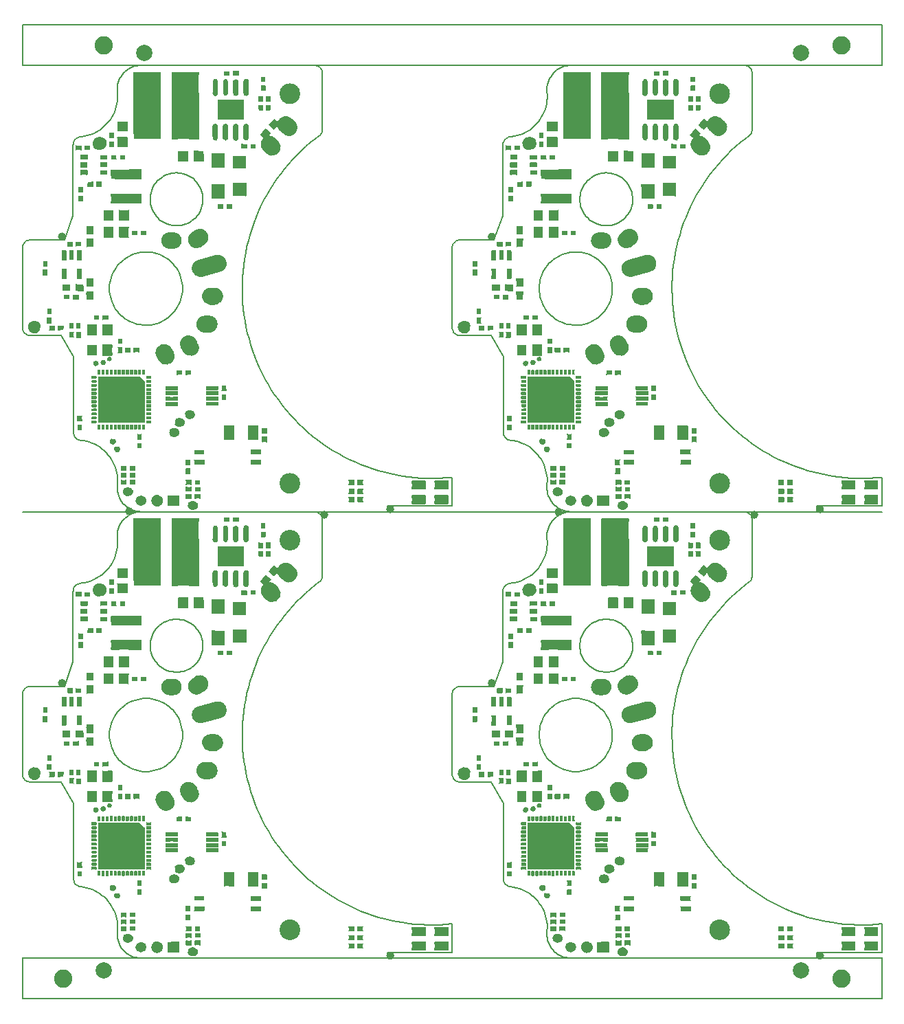
<source format=gts>
*
%FSLAX26Y26*%
%MOIN*%
%ADD10C,0.007874*%
%ADD11C,0.088583*%
%ADD12C,0.078740*%
%ADD13C,0.039370*%
%IPPOS*%
%LN4810009-2820242.gts*%
%LPD*%
G75*
G36*
X89473Y1098863D02*
X89484Y1098777D01*
X89479Y1098690D01*
X89460Y1098605D01*
X89426Y1098525D01*
X89379Y1098451D01*
X89319Y1098388D01*
X89250Y1098335D01*
X89172Y1098295D01*
X89089Y1098270D01*
X89003Y1098259D01*
X88984Y1098258D01*
X87956D01*
G02X84986Y1077982I-29406J-6048D01*
G01X85972D01*
G02X86410Y1077240I0J-500D01*
G02X26995Y1090070I-27859J14974D01*
G02X89473Y1098863I31556J2144D01*
G37*
G36*
X98625Y1344063D02*
G01X98631Y1369638D01*
G02X98728Y1370096I1003J26D01*
G02X99226Y1370754I989J-230D01*
G02X99905Y1371020I679J-734D01*
G01X122106Y1370804D01*
G02X122672Y1370243I-13J-579D01*
G02X122723Y1370167I-387J-316D01*
G02X122869Y1369629I-854J-520D01*
G01X122868Y1367673D01*
G02X122368Y1367173I-500J0D01*
G01X121242D01*
Y1344178D01*
G02X120418Y1343678I-547J-28D01*
G02X120115Y1343671I-176J984D01*
G02X120100Y1343530I-999J37D01*
G01X120114Y1342971D01*
G02X120130Y1342937I-446J-227D01*
G02X119770Y1342091I-360J-347D01*
G01X99988D01*
G02X99041Y1342576I-73J1024D01*
G02X98716Y1343276I684J744D01*
G02X98631Y1343678I916J402D01*
G02X98625Y1344063I978J208D01*
G37*
G36*
X100258Y1386988D02*
G01Y1412772D01*
X105242D01*
X116258D01*
X121242D01*
Y1386988D01*
X116258D01*
X105242D01*
X100258D01*
G37*
G36*
X118275Y1111738D02*
X118281Y1137636D01*
G02X118379Y1138076I1000J7D01*
G02X118876Y1138731I988J-234D01*
G02X119555Y1138997I679J-734D01*
G01X141756Y1138780D01*
G02X142276Y1138297I-34J-557D01*
G02X142519Y1137632I-757J-653D01*
G01X142519Y1137143D01*
G02X141716Y1136643I-541J-25D01*
G02X141519Y1136624I-197J980D01*
G01X140892D01*
Y1112457D01*
G02X140916Y1112437I-634J-773D01*
G01X141655D01*
G02X142506Y1111936I297J-468D01*
G01X142505Y1111412D01*
G02X142465Y1111216I-500J0D01*
G02X142383Y1110986I-975J221D01*
G02X142142Y1110566I-973J278D01*
G02X141852Y1110308I-803J610D01*
G02X140984Y1110067I-678J755D01*
G01X119638D01*
G02X118717Y1110547I-56J1016D01*
G02X118339Y1111352I634J789D01*
G02X118283Y1111651I943J332D01*
G02X118275Y1111738I492J87D01*
G37*
G36*
X119908Y1154948D02*
G01Y1180732D01*
X124892D01*
X135908D01*
X140892D01*
Y1154948D01*
X135908D01*
X124892D01*
X119908D01*
G37*
G36*
X128450Y1098990D02*
X128826Y1099718D01*
G02X129105Y1099962I445J-227D01*
G01X129809Y1100210D01*
G02X129976Y1100239I166J-472D01*
G01X155939Y1100230D01*
G02X156621Y1099965I178J-553D01*
G02X157169Y1099428I-22J-570D01*
G02X157384Y1098790I-784J-620D01*
G01X157370Y1077386D01*
G02X157277Y1077065I-508J-27D01*
G02X157024Y1076556I-996J179D01*
G02X156717Y1076282I-810J598D01*
G02X155849Y1076041I-678J755D01*
G01X129662D01*
G02X128452Y1077371I174J1374D01*
G01X128440Y1077457D01*
X128444Y1077544D01*
X128462Y1077629D01*
X128495Y1077710D01*
X128541Y1077784D01*
X128600Y1077848D01*
X128669Y1077902D01*
X128746Y1077942D01*
X128829Y1077969D01*
X128915Y1077981D01*
X128940Y1077982D01*
X129949D01*
G02X129986Y1077994I338J-941D01*
G02X129998Y1078026I943J-333D01*
G01Y1098208D01*
G02X129989Y1098235I944J330D01*
G02X129824Y1098258I57J998D01*
G01X128893D01*
G02X128450Y1098990I0J500D01*
G37*
G36*
X171700Y1078016D02*
G01X171726Y1098887D01*
G02X171907Y1099433I1013J-32D01*
G02X172178Y1099760I894J-467D01*
G02X172436Y1099969I428J-264D01*
G02X172715Y1100076I493J-870D01*
G02X173000Y1100168I446J-895D01*
G02X173286Y1100239I259J-436D01*
G01X199249Y1100230D01*
G02X199931Y1099965I178J-553D01*
G02X200478Y1099428I-22J-570D01*
G02X200694Y1098790I-784J-620D01*
G01X200687Y1087785D01*
X200679Y1087698D01*
X200657Y1087614D01*
X200620Y1087535D01*
X200570Y1087464D01*
X200508Y1087402D01*
X200437Y1087352D01*
X200358Y1087315D01*
X200273Y1087293D01*
X200187Y1087285D01*
X200100Y1087293D01*
X200016Y1087316D01*
X199937Y1087352D01*
X199865Y1087402D01*
X199831Y1087434D01*
X199092Y1088173D01*
Y1078128D01*
G02X198268Y1077628I-547J-28D01*
G02X197916Y1077628I-176J984D01*
G01X183763D01*
X183762Y1077613D01*
X184478Y1076897D01*
X184534Y1076831D01*
X184579Y1076756D01*
X184609Y1076674D01*
X184625Y1076588D01*
X184625Y1076501D01*
X184611Y1076415D01*
X184582Y1076333D01*
X184539Y1076257D01*
X184483Y1076190D01*
X184417Y1076134D01*
X184342Y1076089D01*
X184260Y1076059D01*
X184174Y1076043D01*
X184127Y1076041D01*
X172972D01*
G02X171706Y1077628I135J1406D01*
G02X171700Y1078016I978J210D01*
G37*
G36*
X189960Y1418407D02*
G01X189966Y1463182D01*
G02X190466Y1463682I500J-0D01*
G01X191573D01*
Y1464877D01*
X211847D01*
Y1463682D01*
X212954D01*
G02X213454Y1463182I0J-500D01*
G01X213448Y1418141D01*
G02X213369Y1417842I-506J-25D01*
G02X213200Y1417418I-999J152D01*
G02X213108Y1417268I-466J182D01*
G02X212787Y1416978I-817J579D01*
G02X211920Y1416736I-677J755D01*
G01X191273D01*
G02X189961Y1418385I273J1565D01*
G02X189960Y1418407I500J22D01*
G37*
G36*
Y1327215D02*
G01X189962Y1342467D01*
G02X190462Y1342967I500J-0D01*
G01X191573D01*
Y1367173D01*
X190465D01*
G02X189965Y1367673I-0J500D01*
G01X190063Y1375072D01*
G02X190561Y1375731I989J-230D01*
G02X191240Y1375997I679J-734D01*
G01X212692Y1375780D01*
G02X213257Y1375220I-13J-579D01*
G02X213308Y1375144I-387J-316D01*
G02X213454Y1374606I-854J-520D01*
G01X213440Y1326897D01*
G02X213347Y1326567I-508J-35D01*
G02X213093Y1326058I-996J180D01*
G02X212788Y1325786I-809J598D01*
G02X211919Y1325544I-678J755D01*
G01X191323D01*
G02X190402Y1326025I-56J1016D01*
G02X190048Y1326751I646J764D01*
G02X189961Y1327193I912J410D01*
G02X189960Y1327215I500J22D01*
G37*
G36*
X193668Y1267748D02*
G01Y1268232D01*
Y1299748D01*
Y1300232D01*
X232452D01*
Y1299748D01*
Y1268232D01*
Y1267748D01*
X193668D01*
G37*
G36*
X203118Y1227868D02*
Y1232852D01*
Y1243868D01*
Y1248852D01*
X228902D01*
Y1243868D01*
Y1232852D01*
Y1227868D01*
X203118D01*
G37*
G36*
X217308Y1484648D02*
Y1504632D01*
G02X217808Y1505132I500J0D01*
G01X218462D01*
X218462Y1505922D01*
G02X219319Y1506746I507J331D01*
G02X219567Y1506751I143J-990D01*
G01X243931Y1506535D01*
G02X244497Y1505974I-13J-579D01*
G02X244548Y1505898I-387J-316D01*
G02X244694Y1505360I-854J-520D01*
G01X244688Y1483954D01*
G02X244609Y1483655I-506J-25D01*
G02X244440Y1483231I-999J152D01*
G02X244138Y1482899I-496J149D01*
G02X243171Y1482549I-781J646D01*
G01X220987D01*
G02X220292Y1482861I-200J486D01*
G01X219770Y1484148D01*
X217808D01*
G02X217308Y1484648I0J500D01*
G37*
G36*
X226545Y1043155D02*
G01Y1045986D01*
G02X227369Y1046486I547J28D01*
G02X227721Y1046486I176J-984D01*
G01X228161D01*
G02X228178Y1046519I893J-449D01*
G01Y1064794D01*
X227045D01*
G02X226545Y1065294I0J500D01*
G01Y1068632D01*
G02X226568Y1068852I1000J6D01*
G02X227932Y1070131I1543J-278D01*
G01X249381D01*
G02X249655Y1070067I25J-506D01*
G02X250795Y1068617I-632J-1671D01*
G01X250794Y1064843D01*
G02X250294Y1064344I-500J0D01*
G01X249180D01*
G02X249162Y1064310I-893J449D01*
G01Y1046036D01*
X250289D01*
G02X250789Y1045536I0J-500D01*
G01X250789Y1042640D01*
G02X250718Y1042379I-500J-5D01*
G02X250437Y1041976I-939J356D01*
G02X250120Y1041663I-844J537D01*
G02X248290Y1041070I-1657J1992D01*
G02X247824Y1041574I33J499D01*
G01X247808Y1042748D01*
X229532D01*
G02X229517Y1042585I-1000J13D01*
G01Y1041644D01*
G02X228692Y1041144I-547J-28D01*
G02X228341Y1041144I-176J984D01*
G01X227817D01*
G02X226548Y1042748I137J1413D01*
G02X226545Y1043155I978J210D01*
G37*
G36*
X228178Y1086058D02*
G01Y1111842D01*
X233162D01*
X244178D01*
X249162D01*
Y1086058D01*
X244178D01*
X233162D01*
X228178D01*
G37*
G36*
X228973Y1418343D02*
Y1464877D01*
X233247D01*
X244973D01*
X249247D01*
Y1418343D01*
X244973D01*
X233247D01*
X228973D01*
G37*
G36*
X244820Y1227936D02*
X244835Y1246884D01*
G02X245336Y1247707I472J277D01*
G01X246428D01*
Y1248352D01*
G02X246928Y1248852I500J0D01*
G01X269028D01*
G02X269043Y1248935I989J-146D01*
G01Y1249963D01*
G02X269543Y1250463I500J0D01*
G01X273052Y1250251D01*
G02X273617Y1249690I-13J-579D01*
G02X273668Y1249615I-387J-316D01*
G02X273814Y1249077I-854J-520D01*
G01X273800Y1227610D01*
G02X273707Y1227289I-508J-27D01*
G02X273454Y1226780I-996J179D01*
G02X273147Y1226507I-810J598D01*
G02X272279Y1226265I-678J755D01*
G01X246183D01*
G02X245262Y1226746I-56J1016D01*
G02X244908Y1227473I646J764D01*
G02X244821Y1227914I912J410D01*
G02X244820Y1227936I500J22D01*
G37*
G36*
X256658Y1268248D02*
G01Y1300232D01*
X257812D01*
X257812Y1301344D01*
G02X258636Y1301844I547J28D01*
G02X258987Y1301844I176J-984D01*
G01X263129D01*
G02X263926Y1301114I266J-510D01*
G02X263963Y1300877I-963J-269D01*
G01X264062Y1300232D01*
X295442D01*
Y1291167D01*
X296540D01*
G02X297040Y1290666I0J-500D01*
G01X297030Y1267488D01*
G02X296937Y1267162I-508J-31D01*
G02X296488Y1266489I-1001J182D01*
G02X295521Y1266139I-781J646D01*
G01X269868D01*
G02X269043Y1266639I-278J472D01*
G01Y1267748D01*
X257158D01*
G02X256658Y1268248I0J500D01*
G37*
G36*
X258050Y1951688D02*
G01X258153Y1973295D01*
G02X258651Y1973954I989J-230D01*
G02X259330Y1974220I679J-734D01*
G01X286281Y1974003D01*
G02X286847Y1973442I-13J-579D01*
G02X286898Y1973367I-387J-316D01*
G02X287044Y1972829I-854J-520D01*
G01X287030Y1951362D01*
G02X286937Y1951041I-508J-27D01*
G02X286488Y1950368I-1001J181D01*
G02X285521Y1950017I-781J646D01*
G01X283513D01*
G02X282688Y1950517I-278J472D01*
G01Y1951638D01*
X262412D01*
Y1950517D01*
G02X261587Y1950017I-547J-28D01*
G02X261236Y1950017I-176J984D01*
G01X259366D01*
G02X258138Y1951224I138J1368D01*
G02X258050Y1951688I911J414D01*
G37*
G36*
X259016Y1505192D02*
G02X259211Y1505928I1006J128D01*
G02X260876Y1506746I1298J-538D01*
G02X261351Y1506074I5J-500D01*
G01X261037Y1505219D01*
G02X261021Y1505132I-991J137D01*
G01X285902D01*
G02X286402Y1504632I0J-500D01*
G01Y1484648D01*
G02X285902Y1484148I-500J0D01*
G01X262436D01*
Y1483049D01*
G02X261936Y1482549I-500J0D01*
G01X260263D01*
G02X259989Y1482611I-29J507D01*
G02X259022Y1483891I523J1401D01*
G01X259016Y1505192D01*
G37*
G36*
X260335Y1041944D02*
X260336Y1045537D01*
G02X260836Y1046036I500J-0D01*
G01X261968D01*
Y1064344D01*
X260840D01*
G02X260340Y1064844I-0J500D01*
G01X260341Y1067820D01*
G02X260438Y1068278I1003J26D01*
G02X260936Y1068937I989J-230D01*
G02X261615Y1069203I679J-734D01*
G01X283817Y1068987D01*
G02X284382Y1068426I-13J-579D01*
G02X284433Y1068350I-387J-316D01*
G02X284579Y1067812I-854J-520D01*
G01X284565Y1041618D01*
G02X284472Y1041297I-508J-27D01*
G02X284218Y1040788I-996J179D01*
G02X283913Y1040515I-810J598D01*
G02X283044Y1040273I-678J755D01*
G01X261698D01*
G02X260777Y1040754I-56J1016D01*
G02X260423Y1041481I646J764D01*
G02X260336Y1041922I912J410D01*
G02X260335Y1041944I500J22D01*
G37*
G36*
X261968Y1085168D02*
G01Y1110952D01*
X266952D01*
X277968D01*
X282952D01*
Y1085168D01*
X277968D01*
X266952D01*
X261968D01*
G37*
G36*
X264760Y1418407D02*
X264766Y1460963D01*
G02X264881Y1461288I500J5D01*
G01X266317Y1463011D01*
X266373Y1463166D01*
Y1464877D01*
X286647D01*
Y1462782D01*
X286685Y1462651D01*
X288175Y1460285D01*
G02X288253Y1460017I-422J-268D01*
G01X288169Y1417842D01*
G02X288000Y1417418I-999J152D01*
G02X287908Y1417268I-466J182D01*
G02X287587Y1416978I-817J579D01*
G02X286719Y1416736I-678J755D01*
G01X266123D01*
G02X265222Y1417196I-51J1013D01*
G02X264837Y1417970I167J566D01*
G02X264761Y1418385I923J384D01*
G02X264760Y1418407I500J22D01*
G37*
G36*
X264760Y1328800D02*
G01X264863Y1375072D01*
G02X265361Y1375731I989J-230D01*
G02X266040Y1375997I679J-734D01*
G01X287492Y1375780D01*
G02X288057Y1375220I-13J-579D01*
G02X288108Y1375144I-387J-316D01*
G02X288254Y1374606I-854J-520D01*
G01X288241Y1328800D01*
G02X287741Y1328300I-500J0D01*
G01X286647D01*
Y1327148D01*
X266373D01*
Y1328300D01*
X265260D01*
G02X264760Y1328800I-0J500D01*
G37*
G36*
X265915Y636369D02*
G01X265921Y662255D01*
G02X266629Y663453I1374J-3D01*
G02X267371Y663015I242J-437D01*
G01Y660868D01*
X267532D01*
G02X267548Y660937I982J-189D01*
G01Y661532D01*
G02X268048Y662032I500J0D01*
G01X282513D01*
G02X282529Y662108I987J-164D01*
G01Y663124D01*
G02X283029Y663624I500J0D01*
G01X289397Y663412D01*
G02X289962Y662851I-13J-579D01*
G02X290013Y662775I-387J-316D01*
G02X290159Y662237I-854J-520D01*
G01X290158Y660178D01*
G02X289658Y659679I-500J0D01*
G01X288548D01*
G02X288532Y659610I-982J189D01*
G01Y644521D01*
X289649D01*
G02X290150Y644021I0J-500D01*
G01X290145Y636044D01*
G02X290052Y635722I-508J-27D01*
G02X289798Y635213I-996J179D01*
G02X289493Y634940I-810J598D01*
G02X288625Y634698I-678J755D01*
G01X267278D01*
G02X266357Y635179I-56J1016D01*
G02X266003Y635906I646J764D01*
G02X265916Y636347I912J410D01*
G02X265915Y636369I500J22D01*
G37*
G36*
X267548Y592948D02*
G01Y618732D01*
X272532D01*
X283548D01*
X288532D01*
Y592948D01*
X283548D01*
X272532D01*
X267548D01*
G37*
G36*
X272112Y1771212D02*
Y1772423D01*
G02X272288Y1772990I1000J0D01*
G02X273580Y1773850I1391J-690D01*
G02X274112Y1773344I32J-499D01*
G01X274128Y1772212D01*
X294372D01*
G02X294369Y1772301I997J77D01*
G02X294388Y1772655I992J123D01*
G01Y1773291D01*
G02X294888Y1773791I500J0D01*
G02X296388Y1772423I191J-1297D01*
G01Y1771212D01*
G02X296368Y1771013I-1000J0D01*
G01X296355Y1746211D01*
G02X296262Y1745890I-508J-27D01*
G02X296008Y1745381I-996J179D01*
G02X295703Y1745108I-810J598D01*
G02X294835Y1744866I-678J755D01*
G01X273488D01*
G02X272567Y1745347I-56J1016D01*
G02X272213Y1746073I646J764D01*
G02X272125Y1746537I911J413D01*
G01X272112Y1771212D01*
G37*
G36*
X272125Y1703242D02*
X272140Y1729174D01*
G02X272414Y1729852I1000J-10D01*
G02X273512Y1730497I1275J-912D01*
G01X294963D01*
G02X295219Y1730426I0J-500D01*
G01X295780Y1730095D01*
G02X295528Y1729163I-252J-432D01*
G01X293636D01*
G02X293619Y1729120I-943J332D01*
G01X293619Y1728902D01*
X294742D01*
Y1704977D01*
G02X294767Y1704957I-618J-786D01*
G01X295869D01*
G02X296369Y1704457I0J-500D01*
G01X296368Y1702948D01*
G02X296294Y1702563I-1000J-8D01*
G02X295032Y1701572I-1403J488D01*
G01X273441D01*
G02X272182Y1702856I70J1327D01*
G02X272125Y1703220I943J333D01*
G02X272125Y1703242I500J22D01*
G37*
G36*
X282086Y1891545D02*
G01X315310D01*
G02X315459Y1891524I6J-500D01*
G02X316679Y1890210I-502J-1689D01*
G02X316191Y1889598I-488J-111D01*
G01X314994D01*
G02X314956Y1889587I-322J947D01*
G02X314942Y1889486I-996J93D01*
G01Y1869378D01*
G02X314951Y1869347I-954J-301D01*
G02X315392Y1869322I163J-997D01*
G01X316185D01*
G02X316680Y1868720I6J-500D01*
G02X315036Y1867322I-1723J360D01*
G01X282287D01*
G02X281687Y1867491I-39J1011D01*
G02X280697Y1869026I765J1580D01*
G01X280692Y1889825D01*
G02X282086Y1891545I1747J8D01*
G37*
G36*
X280694Y1852537D02*
G02X282086Y1854160I1745J-89D01*
G01X315604Y1854088D01*
G02X316703Y1852480I-654J-1627D01*
G01X316706Y1831679D01*
G02X315228Y1829962I-1750J13D01*
G01X309338D01*
G02X308838Y1830462I0J500D01*
G01Y1831626D01*
G02X308823Y1831728I979J202D01*
G01X288577D01*
G02X288562Y1831626I-995J100D01*
G01Y1830462D01*
G02X287737Y1829962I-547J-28D01*
G02X287386Y1829962I-176J984D01*
G01X282192D01*
G02X281850Y1830039I-65J513D01*
G02X281679Y1830110I106J495D01*
G02X280697Y1831641I773J1576D01*
G01X280694Y1852537D01*
G37*
G36*
X282458Y1907028D02*
Y1926769D01*
G02X282688Y1927192I500J2D01*
G01Y1928430D01*
G02X283188Y1928930I500J0D01*
G01X315604Y1928858D01*
G02X316703Y1927250I-654J-1627D01*
G01X316702Y1906633D01*
G02X315228Y1904794I-1747J-110D01*
G01X283953D01*
G02X283453Y1905294I0J500D01*
G01Y1906441D01*
G02X283440Y1906513I976J219D01*
G02X283282Y1906528I18J1000D01*
G01X282958D01*
G02X282458Y1907028I0J500D01*
G37*
G36*
X302968Y1951638D02*
G01Y1956622D01*
Y1967638D01*
Y1972622D01*
X328752D01*
Y1967638D01*
Y1956622D01*
Y1951638D01*
X302968D01*
G37*
G36*
X309765Y1290016D02*
X309765Y1290667D01*
G02X310265Y1291167I500J-0D01*
G01X311382D01*
G02X311398Y1291232I979J-204D01*
G01Y1315373D01*
X310269D01*
G02X309769Y1315873I-0J500D01*
G01X309868Y1329351D01*
G02X310366Y1330010I989J-230D01*
G02X311045Y1330276I679J-734D01*
G01X344747Y1330060D01*
G02X345312Y1329499I-13J-579D01*
G02X345363Y1329423I-387J-316D01*
G02X345509Y1328885I-854J-520D01*
G01X345495Y1289695D01*
G02X345402Y1289369I-508J-32D01*
G02X345149Y1288861I-996J180D01*
G02X344842Y1288587I-810J597D01*
G02X343974Y1288346I-678J755D01*
G01X311128D01*
G02X310207Y1288826I-56J1016D01*
G02X309853Y1289553I646J764D01*
G02X309766Y1289994I912J410D01*
G02X309765Y1290016I500J22D01*
G37*
G36*
X309768Y1248573D02*
G01X309868Y1266338D01*
G02X310366Y1266997I989J-230D01*
G02X311045Y1267263I679J-734D01*
G01X344747Y1267047D01*
G02X345312Y1266486I-13J-579D01*
G02X345363Y1266410I-387J-316D01*
G02X345509Y1265872I-854J-520D01*
G01X345503Y1248591D01*
X345495Y1248505D01*
X345473Y1248420D01*
X345436Y1248341D01*
X345386Y1248270D01*
X345324Y1248208D01*
X345253Y1248159D01*
X345174Y1248122D01*
X345090Y1248099D01*
X345003Y1248092D01*
X344916Y1248099D01*
X344832Y1248122D01*
X344753Y1248159D01*
X344681Y1248209D01*
X344647Y1248241D01*
X343882Y1249006D01*
Y1226918D01*
X311398D01*
Y1248829D01*
G02X311383Y1248980I984J176D01*
G01X310625Y1248222D01*
X310558Y1248166D01*
X310483Y1248121D01*
X310401Y1248091D01*
X310316Y1248075D01*
X310229Y1248075D01*
X310143Y1248089D01*
X310061Y1248118D01*
X309985Y1248161D01*
X309918Y1248217D01*
X309861Y1248283D01*
X309817Y1248358D01*
X309786Y1248440D01*
X309771Y1248526D01*
X309768Y1248573D01*
G37*
G36*
X311498Y1480738D02*
Y1519022D01*
G02X311998Y1519522I500J0D01*
G01X312627Y1519522D01*
X312627Y1520616D01*
G02X313127Y1521116I500J0D01*
G01X344847Y1520904D01*
G02X345412Y1520343I-13J-579D01*
G02X345463Y1520267I-388J-316D01*
G02X345609Y1519729I-854J-520D01*
G01X345608Y1514509D01*
X345601Y1514422D01*
X345578Y1514338D01*
X345541Y1514259D01*
X345491Y1514188D01*
X345430Y1514126D01*
X345358Y1514076D01*
X345279Y1514039D01*
X345195Y1514017D01*
X345108Y1514009D01*
X345021Y1514017D01*
X344937Y1514039D01*
X344858Y1514076D01*
X344787Y1514126D01*
X344752Y1514158D01*
X343982Y1514928D01*
Y1480738D01*
X315586D01*
Y1479690D01*
G02X315086Y1479190I-500J0D01*
G01X313133D01*
G02X312633Y1479690I0J500D01*
G01X312633Y1480738D01*
X311498D01*
G37*
G36*
Y1543728D02*
Y1582512D01*
X311982D01*
X343498D01*
X343982D01*
Y1543728D01*
X343498D01*
X311982D01*
X311498D01*
G37*
G36*
X315455Y1107081D02*
X360719Y1107009D01*
G02X361818Y1105401I-654J-1627D01*
G01X361817Y1053247D01*
G02X360344Y1051408I-1747J-110D01*
G01X315557D01*
G02X315244Y1051473I-57J511D01*
G02X314062Y1053123I572J1658D01*
G01X314063Y1105233D01*
G02X315455Y1107081I1743J136D01*
G37*
G36*
X315210Y1775524D02*
G01X315214Y1788192D01*
X315221Y1788278D01*
X315244Y1788363D01*
X315281Y1788442D01*
X315331Y1788513D01*
X315392Y1788575D01*
X315464Y1788625D01*
X315543Y1788661D01*
X315627Y1788684D01*
X315714Y1788692D01*
X315801Y1788684D01*
X315885Y1788661D01*
X315964Y1788625D01*
X316035Y1788575D01*
X316070Y1788542D01*
X316818Y1787794D01*
Y1795942D01*
G02X317318Y1796442I500J0D01*
G01X336826D01*
G02X336777Y1796511I789J614D01*
G01X336093Y1797195D01*
X336036Y1797261D01*
X335992Y1797337D01*
X335962Y1797418D01*
X335946Y1797504D01*
X335945Y1797591D01*
X335960Y1797677D01*
X335989Y1797759D01*
X336032Y1797835D01*
X336088Y1797902D01*
X336154Y1797959D01*
X336229Y1798003D01*
X336311Y1798033D01*
X336396Y1798049D01*
X336444Y1798051D01*
X343442Y1797839D01*
G02X344007Y1797279I-13J-579D01*
G02X344058Y1797203I-387J-316D01*
G02X344204Y1796665I-854J-520D01*
G01X344190Y1775199D01*
G02X344097Y1774877I-508J-27D01*
G02X343844Y1774369I-996J179D01*
G02X343537Y1774095I-810J598D01*
G02X342669Y1773854I-678J755D01*
G01X316573D01*
G02X315652Y1774334I-56J1016D01*
G02X315298Y1775061I646J764D01*
G02X315211Y1775502I912J410D01*
G02X315210Y1775524I500J22D01*
G37*
G36*
X315793Y954758D02*
G01Y1006922D01*
X328087D01*
X347793D01*
X360087D01*
Y954758D01*
X347793D01*
X328087D01*
X315793D01*
G37*
G36*
X334042Y686946D02*
G02X334900Y687272I500J-23D01*
G01X336781Y685391D01*
G02X336796Y685519I999J-53D01*
G01X336797Y686137D01*
G02X336718Y686217I672J741D01*
G02X335613Y688418I1660J2211D01*
G01Y694523D01*
G02X338378Y697277I2765J-11D01*
G01X346315D01*
X346316Y697292D01*
X345633Y697975D01*
X345576Y698042D01*
X345532Y698117D01*
X345502Y698198D01*
X345486Y698284D01*
X345485Y698371D01*
X345500Y698457D01*
X345529Y698539D01*
X345572Y698615D01*
X345627Y698682D01*
X345694Y698739D01*
X345769Y698783D01*
X345850Y698813D01*
X345936Y698829D01*
X345984Y698831D01*
X357505Y698818D01*
G02X359818Y696216I-448J-2727D01*
G01X359823Y686807D01*
G02X357431Y684089I-2763J20D01*
G01X337972D01*
G02X334140Y686082I-816J3112D01*
G02X334042Y686946I2662J738D01*
G37*
G36*
X334042Y627675D02*
G01X334120Y637661D01*
G02X336485Y639737I2680J-668D01*
G01X357454Y639732D01*
G02X359820Y637099I-396J-2736D01*
G01X359822Y627794D01*
G02X357431Y625057I-2763J1D01*
G01X355009D01*
G02X354509Y625557I0J500D01*
G01Y626481D01*
G02X354493Y626603I982J188D01*
G01X339367D01*
G02X339351Y626481I-998J67D01*
G01Y625557D01*
G02X338527Y625057I-547J-28D01*
G02X338176Y625057I-176J984D01*
G01X336455D01*
G02X336330Y625071I-4J500D01*
G01X335851Y625197D01*
X335555Y625323D01*
G02X334051Y627534I1246J2465D01*
G02X334042Y627675I991J135D01*
G37*
G36*
Y726083D02*
G01X334122Y736140D01*
G02X336485Y738207I2678J-677D01*
G01X357452Y738202D01*
G02X359820Y735569I-394J-2736D01*
G01X359811Y725940D01*
G02X357431Y723465I-2750J262D01*
G01X336455D01*
G02X336330Y723479I-4J500D01*
G01X335851Y723605D01*
X335555Y723731D01*
G02X334051Y725943I1246J2465D01*
G02X334042Y726083I991J134D01*
G37*
G36*
Y745802D02*
G01X334120Y755788D01*
G02X336485Y757864I2680J-668D01*
G01X357454Y757858D01*
G02X359820Y755225I-396J-2736D01*
G01X359822Y745920D01*
G02X357431Y743183I-2763J1D01*
G01X336455D01*
G02X336330Y743198I-4J500D01*
G01X335851Y743324D01*
X335555Y743450D01*
G02X334050Y745662I1246J2465D01*
G02X334042Y745802I991J134D01*
G37*
G36*
Y765459D02*
G01X334122Y775515D01*
G02X336485Y777583I2678J-677D01*
G01X357452Y777578D01*
G02X359820Y774944I-394J-2736D01*
G01X359811Y765316D01*
G02X357431Y762840I-2750J262D01*
G01X336455D01*
G02X336330Y762855I-4J500D01*
G01X335851Y762980D01*
X335555Y763107D01*
G02X334051Y765318I1246J2465D01*
G02X334042Y765459I991J134D01*
G37*
G36*
Y785178D02*
G01X334120Y795163D01*
G02X336485Y797239I2680J-668D01*
G01X357454Y797234D01*
G02X359820Y794601I-396J-2736D01*
G01X359822Y785296D01*
G02X357431Y782559I-2763J1D01*
G01X336455D01*
G02X336330Y782574I-4J500D01*
G01X335851Y782699D01*
X335555Y782826D01*
G02X334050Y785038I1246J2465D01*
G02X334042Y785178I991J134D01*
G37*
G36*
Y804835D02*
G01X334122Y814891D01*
G02X336485Y816958I2678J-677D01*
G01X357452Y816953D01*
G02X359820Y814320I-394J-2736D01*
G01X359811Y804692D01*
G02X357431Y802216I-2750J262D01*
G01X336455D01*
G02X336330Y802231I-4J500D01*
G01X335851Y802356D01*
X335555Y802482D01*
G02X334051Y804694I1246J2465D01*
G02X334042Y804835I991J134D01*
G37*
G36*
Y844210D02*
G01X334122Y854267D01*
G02X336187Y856272I2671J-685D01*
G01X357673D01*
G02X357907Y856223I18J-504D01*
G02X359820Y853695I-849J-2631D01*
G01X359811Y844067D01*
G02X357431Y841591I-2750J262D01*
G01X336455D01*
G02X336330Y841606I-4J500D01*
G01X335851Y841731D01*
X335555Y841858D01*
G02X334051Y844069I1246J2465D01*
G02X334042Y844210I991J134D01*
G37*
G36*
X335613Y668727D02*
G01Y674833D01*
G02X337457Y677489I2793J30D01*
G01X338276Y678868D01*
G02X338710Y679113I430J-255D01*
G01X357457Y679107D01*
G02X359818Y676497I-400J-2735D01*
G01X359822Y667159D01*
G02X357431Y664432I-2763J12D01*
G01X337017D01*
G02X336781Y665374I-3J500D01*
G02X336787Y665558I998J58D01*
G02X336796Y665858I992J123D01*
G01X336796Y666449D01*
G02X336732Y666516I694J720D01*
G02X335990Y667345I1646J2222D01*
G02X335613Y668727I2388J1393D01*
G37*
G36*
Y826208D02*
G01Y832313D01*
G02X337351Y834931I2793J32D01*
G01X337747Y835683D01*
G03X337745Y835691I-7J2D01*
G02X338010Y836615I265J424D01*
G01X357454Y836610D01*
G02X359818Y834000I-397J-2735D01*
G01X359822Y824657D01*
G02X357431Y821935I-2763J15D01*
G01X337483D01*
G02X336984Y822399I0J500D01*
G01X336858Y823888D01*
G02X336765Y823972I621J784D01*
G02X335656Y825731I1613J2246D01*
G02X335613Y826208I2722J487D01*
G37*
G36*
Y649047D02*
G01Y655153D01*
G02X336807Y657444I2776J10D01*
G01X336808Y658956D01*
G02X337309Y659456I500J-0D01*
G01X357452Y659451D01*
G02X359818Y656841I-395J-2735D01*
G01X359822Y647513D01*
G02X357431Y644776I-2763J1D01*
G01X337484D01*
G02X336986Y645237I0J500D01*
G01X336859Y646728D01*
G02X336764Y646813I620J785D01*
G02X335778Y648118I1613J2245D01*
G02X335613Y649047I2600J940D01*
G37*
G36*
Y708097D02*
G01Y714203D01*
G02X336813Y716497I2775J9D01*
G01X336815Y717989D01*
G02X337315Y718488I500J-0D01*
G01X357452Y718483D01*
G02X359818Y715873I-395J-2735D01*
G01X359822Y706530D01*
G02X357431Y703808I-2763J16D01*
G01X340007D01*
G02X339651Y703957I0J500D01*
G01X338333Y705275D01*
X338163Y705351D01*
G02X336865Y705793I215J2757D01*
G02X335613Y708097I1513J2315D01*
G37*
G36*
X370816Y2014368D02*
G01X380132Y2014368D01*
G02X407315Y1997618I-699J-31565D01*
G02X406870Y1996883I-442J-235D01*
G01X405929D01*
G02X377147Y1952778I-26540J-14125D01*
G01Y1951768D01*
G02X376309Y1951272I-548J-29D01*
G02X375956Y1951278I-162J987D01*
G01X368471Y1951330D01*
G02X368047Y1951425I0J1000D01*
G02X365338Y1951846I3495J31379D01*
G02X370816Y2014368I6205J30957D01*
G37*
G36*
X370475Y913676D02*
G02X369614Y913417I-494J80D01*
G01X368964Y914096D01*
G02X368905Y913799I-1004J47D01*
G02X357993Y903638I-12125J2081D01*
G01X358644Y902957D01*
G02X358343Y902110I-356J-351D01*
G02X342916Y915383I-1564J13785D01*
G02X370475Y913676I13864J512D01*
G37*
G36*
X346838Y1127668D02*
G01Y1132652D01*
Y1143668D01*
Y1148652D01*
X372622D01*
Y1143668D01*
Y1132652D01*
Y1127668D01*
X346838D01*
G37*
G36*
X358520Y1775866D02*
X358526Y1796673D01*
G02X358590Y1797034I1000J10D01*
G02X359745Y1798051I1421J-449D01*
G01X384258D01*
G02X384759Y1797551I0J-500D01*
G01X384758Y1796442D01*
X385412D01*
G02X385912Y1795942I0J-500D01*
G01Y1775958D01*
G02X385088Y1775458I-547J-28D01*
G02X384760Y1775454I-176J984D01*
G02X384745Y1775295I-1000J17D01*
G01X384744Y1774353D01*
G02X383920Y1773854I-546J-28D01*
G02X383569Y1773854I-176J984D01*
G01X359792D01*
G02X358523Y1775458I137J1413D01*
G02X358520Y1775866I978J210D01*
G37*
G36*
X364552Y863680D02*
G01X364560Y883558D01*
G02X365060Y884058I500J-0D01*
G01X366603D01*
G02X368921Y885267I2285J-1556D01*
G01X374939D01*
G02X377257Y884058I33J-2765D01*
G01X378808D01*
G02X379308Y883558I0J-500D01*
G01X379312Y863852D01*
G02X375649Y861031I-2833J-110D01*
G02X374944Y861033I-338J3986D01*
G01X367024Y861045D01*
G02X366618Y861131I0J1000D01*
G01X366364Y861200D01*
X366065Y861328D01*
G02X364561Y863539I1246J2465D01*
G02X364552Y863680I991J135D01*
G37*
G36*
X364552Y597841D02*
G01X364567Y617825D01*
G02X364630Y618191I1000J16D01*
G02X366995Y620267I2680J-668D01*
G01X376944Y620262D01*
G02X379310Y617629I-396J-2736D01*
G01X379312Y597927D01*
G02X378855Y597429I-500J-0D01*
G01X377244Y597282D01*
G02X375019Y596094I-2272J1576D01*
G01X368841D01*
G02X366581Y597333I47J2765D01*
G01X365050Y597339D01*
G02X364552Y597841I2J500D01*
G37*
G36*
X366990Y627452D02*
G01Y853346D01*
G02X367814Y853846I547J28D01*
G02X368165Y853846I176J-984D01*
G01X568442Y853846D01*
G02X569210Y853332I217J-506D01*
G01X592855Y829688D01*
X593021Y829618D01*
X593420D01*
Y627452D01*
X366990D01*
G37*
G36*
X377152Y1889861D02*
G02X378546Y1891545I1747J-28D01*
G01X409907D01*
G02X410407Y1891045I0J-500D01*
G01X410407Y1889888D01*
G02X410421Y1889807I-978J-209D01*
G02X410578Y1889792I-19J-1000D01*
G02X411402Y1889292I278J-472D01*
G01Y1869628D01*
G02X410902Y1869128I-500J0D01*
G01X410404D01*
X410404Y1868171D01*
G02X409580Y1867347I-500J-324D01*
G02X409228Y1867347I-176J984D01*
G01X378200Y1867467D01*
G02X378147Y1867491I179J467D01*
G02X377157Y1869026I765J1580D01*
G01X377152Y1889861D01*
G37*
G36*
X377157Y1906479D02*
G02X377157Y1906486I500J0D01*
G01X377157Y1907550D01*
X378329D01*
X378335Y1907545D01*
X378682Y1907244D01*
G02X378918Y1907048I-513J-858D01*
G01X411402D01*
Y1907028D01*
G02X410902Y1906528I-500J0D01*
G01X379524Y1906528D01*
G02X379539Y1906499I-872J-489D01*
G01X380485Y1905676D01*
X380547Y1905614D01*
X380597Y1905543D01*
X380633Y1905464D01*
X380655Y1905379D01*
X380663Y1905292D01*
X380655Y1905206D01*
X380632Y1905122D01*
X380594Y1905043D01*
X380544Y1904972D01*
X380482Y1904910D01*
X380411Y1904860D01*
X380332Y1904824D01*
X380247Y1904802D01*
X380163Y1904794D01*
X378519Y1904811D01*
G02X378140Y1904941I-30J526D01*
G02X377157Y1906464I771J1576D01*
G02X377157Y1906479I500J14D01*
G37*
G36*
X377157Y1907550D02*
G01X377160Y1925674D01*
G02X377660Y1926174I500J-0D01*
G01X378918D01*
Y1927192D01*
X411402D01*
Y1907048D01*
X378918D01*
Y1907352D01*
G02X378903Y1907550I984J175D01*
G01X377157D01*
G37*
G36*
X400453Y909650D02*
G02X399654Y910061I-299J401D01*
G01X399666Y911015D01*
G02X384518Y911199I-7456J9785D01*
G02X384509Y911140I-993J122D01*
G01X384499Y910313D01*
X384503Y910226D01*
X384492Y910139D01*
X384466Y910056D01*
X384426Y909979D01*
X384374Y909909D01*
X384310Y909850D01*
X384236Y909803D01*
X384156Y909769D01*
X384071Y909750D01*
X383984Y909746D01*
X383897Y909757D01*
X383814Y909783D01*
X383737Y909822D01*
X383667Y909875D01*
X383652Y909890D01*
G02X378337Y920788I8558J10919D01*
G02X400453Y909650I13874J21D01*
G37*
G36*
X378918Y1831728D02*
G01Y1836392D01*
Y1847728D01*
Y1852392D01*
X411402D01*
Y1847728D01*
Y1836392D01*
Y1831728D01*
X378918D01*
G37*
G36*
X384242Y597195D02*
X384257Y617825D01*
G02X384320Y618191I1000J16D01*
G02X386685Y620267I2680J-668D01*
G01X396634Y620262D01*
G02X399000Y617629I-396J-2736D01*
G01X399002Y597300D01*
G02X395420Y594546I-2824J-33D01*
G01X386714Y594560D01*
G02X386308Y594646I0J1000D01*
G01X386054Y594715D01*
X385755Y594843D01*
G02X384251Y597054I1246J2465D01*
G02X384242Y597195I991J134D01*
G37*
G36*
Y863680D02*
G01X384250Y883558D01*
G02X385070Y884058I545J28D01*
G02X385422Y884058I176J-984D01*
G01X386293D01*
G02X388611Y885267I2285J-1556D01*
G01X394629D01*
G02X396997Y883983I33J-2765D01*
G01X398563Y883780D01*
G02X398998Y883281I-64J-496D01*
G01X399002Y863852D01*
G02X395425Y861031I-2822J-101D01*
G01X386714Y861045D01*
G02X386308Y861131I0J1000D01*
G01X386054Y861200D01*
X385755Y861328D01*
G02X384251Y863539I1246J2465D01*
G02X384242Y863680I991J135D01*
G37*
G36*
X388540Y1127724D02*
G01X388546Y1146995D01*
G02X389046Y1147495I500J-0D01*
G01X390148D01*
Y1148152D01*
G02X390648Y1148652I500J0D01*
G01X412568D01*
G02X412583Y1148731I988J-157D01*
G01Y1149751D01*
G02X413083Y1150251I500J0D01*
G01X416772Y1150039D01*
G02X417337Y1149479I-13J-579D01*
G02X417388Y1149403I-387J-316D01*
G02X417534Y1148865I-854J-520D01*
G01X417521Y1128565D01*
G02X415093Y1126054I-1768J-720D01*
G02X414593Y1126554I0J500D01*
G01X414578Y1127668D01*
X390407D01*
G02X390387Y1127634I-865J502D01*
G01Y1126537D01*
G02X389803Y1126039I-500J-5D01*
G02X388552Y1127614I261J1491D01*
G02X388540Y1127724I488J110D01*
G37*
G36*
X388872Y1053123D02*
G01Y1105262D01*
G02X389596Y1106771I1735J95D01*
G02X390387Y1106357I291J-407D01*
G01Y1104325D01*
X390603D01*
Y1104842D01*
G02X391103Y1105342I500J0D01*
G01X414578D01*
G02X414593Y1105501I1000J-17D01*
G01Y1106581D01*
G02X415093Y1107081I500J0D01*
G01X435529Y1107009D01*
G02X436628Y1105401I-654J-1627D01*
G01X436627Y1053247D01*
G02X435154Y1051408I-1747J-110D01*
G01X390367D01*
G02X390054Y1051473I-57J511D01*
G02X388873Y1053075I572J1658D01*
G02X388872Y1053123I1754J56D01*
G37*
G36*
X388875Y1006950D02*
G02X388877Y1007056I1000J32D01*
G02X388906Y1007297I1000J0D01*
G02X391124Y1008673I1736J-322D01*
G01X435195D01*
G02X435464Y1008613I27J-506D01*
G02X436623Y1007048I-589J-1648D01*
G01X436623Y993443D01*
G02X436123Y992943I-500J0D01*
G01X434897D01*
Y968737D01*
X436124D01*
G02X436624Y968237I0J-500D01*
G01X436625Y954734D01*
G02X435482Y953124I-1726J15D01*
G01X390018D01*
G02X389770Y953188I-4J500D01*
G02X388878Y954626I856J1526D01*
G01X388875Y1006950D01*
G37*
G36*
X394588Y1527198D02*
Y1578182D01*
X408452D01*
X426588D01*
X440452D01*
Y1527198D01*
X426588D01*
X408452D01*
X394588D01*
G37*
G36*
Y1609058D02*
Y1660042D01*
X408452D01*
X426588D01*
X440452D01*
Y1609058D01*
X426588D01*
X408452D01*
X394588D01*
G37*
G36*
X403922Y597195D02*
X403937Y617825D01*
G02X404000Y618191I1000J16D01*
G02X406365Y620267I2680J-668D01*
G01X416314Y620262D01*
G02X418680Y617629I-396J-2736D01*
G01X418682Y597300D01*
G02X415100Y594546I-2824J-33D01*
G01X406394Y594560D01*
G02X405988Y594646I0J1000D01*
G01X405734Y594715D01*
X405435Y594843D01*
G02X403931Y597054I1246J2465D01*
G02X403922Y597195I991J134D01*
G37*
G36*
Y863680D02*
G01X403930Y883558D01*
G02X404430Y884058I500J-0D01*
G01X405973D01*
G02X408291Y885267I2285J-1556D01*
G01X414309D01*
G02X416627Y884058I33J-2765D01*
G01X418178D01*
G02X418678Y883558I0J-500D01*
G01X418682Y863852D01*
G02X415019Y861031I-2833J-110D01*
G02X414314Y861033I-338J3986D01*
G01X406394Y861045D01*
G02X405988Y861131I0J1000D01*
G01X405734Y861200D01*
X405435Y861328D01*
G02X403931Y863539I1246J2465D01*
G02X403922Y863680I991J135D01*
G37*
G36*
X430767Y928367D02*
G01X430700Y928312D01*
X430623Y928269D01*
X430541Y928241D01*
X430455Y928227D01*
X430368Y928228D01*
X430282Y928244D01*
X430201Y928275D01*
X430126Y928320D01*
X430060Y928377D01*
X430005Y928444D01*
X429963Y928521D01*
X429934Y928603D01*
X429920Y928689D01*
X429919Y928725D01*
Y930098D01*
G02X414761Y930098I-7579J7022D01*
G01Y928725D01*
X414754Y928638D01*
X414731Y928554D01*
X414694Y928475D01*
X414644Y928404D01*
X414583Y928342D01*
X414511Y928292D01*
X414432Y928255D01*
X414348Y928233D01*
X414261Y928225D01*
X414175Y928233D01*
X414090Y928256D01*
X414011Y928292D01*
X413940Y928342D01*
X413913Y928367D01*
G02X410244Y937024I8427J8678D01*
G02X430767Y928367I12096J21D01*
G37*
G36*
X431875Y552341D02*
G02X432591Y551886I216J-451D01*
G01Y550950D01*
G02X432735Y550999I397J-918D01*
G02X447749Y549032I5935J-12979D01*
G01Y549968D01*
X447747Y550055D01*
X447760Y550141D01*
X447787Y550224D01*
X447829Y550300D01*
X447883Y550368D01*
X447949Y550426D01*
X448023Y550471D01*
X448104Y550503D01*
X448190Y550520D01*
X448277Y550523D01*
X448363Y550510D01*
X448446Y550482D01*
X448522Y550440D01*
X448590Y550386D01*
X448592Y550385D01*
G02X438670Y522133I-9921J-12384D01*
G02X431875Y552341I0J15868D01*
G37*
G36*
X423058Y1965978D02*
G01Y1991762D01*
X428042D01*
X439058D01*
X444042D01*
Y1965978D01*
X439058D01*
X428042D01*
X423058D01*
G37*
G36*
Y2009278D02*
Y2035062D01*
X428042D01*
X439058D01*
X444042D01*
Y2009278D01*
X439058D01*
X428042D01*
X423058D01*
G37*
G36*
X423612Y863680D02*
X423621Y884312D01*
G02X423662Y884609I1000J14D01*
G02X426055Y886814I2709J-539D01*
G01X436007Y886808D01*
G02X438370Y884176I-399J-2735D01*
G01X438372Y863852D01*
G02X434794Y861031I-2822J-101D01*
G01X426084Y861045D01*
G02X425678Y861131I0J1000D01*
G01X425424Y861200D01*
X425125Y861328D01*
G02X423621Y863539I1246J2465D01*
G02X423612Y863680I991J135D01*
G37*
G36*
X423612Y597841D02*
G01X423627Y617825D01*
G02X423690Y618191I1000J16D01*
G02X426055Y620267I2680J-668D01*
G01X436004Y620262D01*
G02X438370Y617629I-396J-2736D01*
G01X438372Y597927D01*
G02X437915Y597429I-500J-0D01*
G01X436304Y597282D01*
G02X434079Y596094I-2272J1576D01*
G01X427901D01*
G02X425641Y597333I47J2765D01*
G01X424110Y597339D01*
G02X423612Y597841I2J500D01*
G37*
G36*
X429408Y1826712D02*
G01X429410Y1853777D01*
G02X429769Y1854522I481J227D01*
G01X431070Y1854918D01*
G02X431083Y1854948I924J-383D01*
G01Y1855827D01*
G02X431583Y1856327I500J0D01*
G01X516496D01*
G02X516513Y1856362I908J-418D01*
G01Y1857517D01*
G02X517013Y1858017I500J0D01*
G01X578314Y1857944D01*
G02X579413Y1856337I-654J-1627D01*
G01X579412Y1812144D01*
G02X577938Y1810306I-1747J-109D01*
G01X449649D01*
X449563Y1810313D01*
X449478Y1810336D01*
X449399Y1810373D01*
X449328Y1810422D01*
X449266Y1810484D01*
X449216Y1810556D01*
X449179Y1810635D01*
X449157Y1810719D01*
X449149Y1810806D01*
X449157Y1810892D01*
X449179Y1810976D01*
X449216Y1811056D01*
X449266Y1811127D01*
X449298Y1811162D01*
X450156Y1812019D01*
X450154Y1812033D01*
X431908D01*
G02X431083Y1812533I-278J472D01*
G01Y1827180D01*
X430264Y1826361D01*
X430198Y1826304D01*
X430123Y1826260D01*
X430041Y1826230D01*
X429955Y1826214D01*
X429868Y1826213D01*
X429782Y1826228D01*
X429700Y1826257D01*
X429624Y1826300D01*
X429557Y1826356D01*
X429501Y1826422D01*
X429456Y1826497D01*
X429426Y1826579D01*
X429410Y1826664D01*
X429408Y1826712D01*
G37*
G36*
X431659Y1739890D02*
X578314Y1739818D01*
G02X579413Y1738210I-654J-1627D01*
G01X579412Y1694080D01*
G02X577161Y1692241I-1770J-131D01*
G01X514769D01*
G02X514269Y1692741I0J500D01*
G01Y1693784D01*
G02X514253Y1693923I983J182D01*
G01X470387D01*
G02X470371Y1693784I-999J42D01*
G01Y1692741D01*
G02X469547Y1692241I-547J-28D01*
G02X469196Y1692241I-176J984D01*
G01X430902D01*
G02X430589Y1692306I-57J511D01*
G02X429407Y1693923I572J1658D01*
G01X429408Y1702487D01*
G02X429908Y1702987I500J0D01*
G01X431083D01*
Y1727193D01*
X429909D01*
G02X429409Y1727693I-0J500D01*
G01X429408Y1738049D01*
G02X431659Y1739890I1759J145D01*
G37*
G36*
X430498Y1906318D02*
G01Y1926802D01*
X456282D01*
Y1909294D01*
X456295Y1909273D01*
X457555Y1908762D01*
G02X457872Y1908297I-183J-465D01*
G01X457870Y1905617D01*
G02X457795Y1905349I-500J-5D01*
G02X455981Y1904227I-2033J1259D01*
G02X455469Y1904544I-46J498D01*
G01X454959Y1905818D01*
X430998D01*
G02X430498Y1906318I0J500D01*
G37*
G36*
X443292Y863680D02*
G01X443300Y883558D01*
G02X443800Y884058I500J-0D01*
G01X445343D01*
G02X447661Y885267I2285J-1556D01*
G01X453679D01*
G02X455998Y884058I33J-2765D01*
G01X457548D01*
G02X458048Y883558I0J-500D01*
G01X458052Y863852D01*
G02X454389Y861031I-2833J-110D01*
G02X453684Y861033I-338J3986D01*
G01X445764Y861045D01*
G02X445358Y861131I0J1000D01*
G01X445104Y861200D01*
X444805Y861328D01*
G02X443301Y863539I1246J2465D01*
G02X443292Y863680I991J135D01*
G37*
G36*
X443292Y597841D02*
G01X443307Y617825D01*
G02X443370Y618191I1000J16D01*
G02X445735Y620267I2680J-668D01*
G01X455684Y620262D01*
G02X458050Y617629I-396J-2736D01*
G01X458052Y597927D01*
G02X457595Y597429I-500J-0D01*
G01X455984Y597282D01*
G02X453759Y596094I-2272J1576D01*
G01X447581D01*
G02X445321Y597333I47J2765D01*
G01X443790Y597339D01*
G02X443292Y597841I2J500D01*
G37*
G36*
X451777Y514039D02*
G01X451855Y514078D01*
X451938Y514103D01*
X452025Y514114D01*
X452112Y514109D01*
X452197Y514090D01*
X452277Y514055D01*
X452350Y514008D01*
X452413Y513948D01*
X452466Y513879D01*
X452505Y513801D01*
X452531Y513717D01*
X452541Y513631D01*
X452541Y513613D01*
Y512613D01*
G02X467699Y512613I7579J-12093D01*
G01Y513613D01*
G02X468576Y513969I509J5D01*
G02X444403Y498229I-8456J-13446D01*
G02X451777Y514039I15717J2294D01*
G37*
G36*
X458591Y2010984D02*
G01X458591Y2012772D01*
G02X458655Y2013133I1000J10D01*
G02X460389Y2014150I1425J-444D01*
G02X460740Y2014150I175J-984D01*
G01X509249D01*
G02X510073Y2013326I324J-500D01*
G02X510073Y2012974I-984J-176D01*
G01Y2012684D01*
G02X510089Y2012622I-960J-280D01*
G01X510702D01*
G02X511202Y2012122I0J-500D01*
G01Y1966758D01*
X460218D01*
Y2011342D01*
G02X460205Y2011392I960J280D01*
G01X459447Y2010633D01*
G02X458591Y2010984I-356J351D01*
G37*
G36*
X460218Y2041568D02*
G01Y2055432D01*
Y2073568D01*
Y2087432D01*
X511202D01*
Y2073568D01*
Y2055432D01*
Y2041568D01*
X460218D01*
G37*
G36*
X462181Y993443D02*
X462181Y994232D01*
G02X462278Y994690I1003J26D01*
G02X462776Y995349I989J-230D01*
G02X463455Y995615I679J-734D01*
G01X485656Y995399D01*
G02X486222Y994838I-13J-579D01*
G02X486273Y994762I-387J-316D01*
G02X486419Y994224I-854J-520D01*
G01X486419Y993443D01*
G02X485918Y992943I-500J0D01*
G01X484792D01*
Y968771D01*
X484804Y968747D01*
X484819Y968737D01*
X485905D01*
G02X486405Y968236I0J-500D01*
G02X485574Y966806I-1321J-189D01*
G02X485489Y966766I-255J431D01*
G02X484885Y966685I-429J903D01*
G01X463538D01*
G02X462600Y967183I-60J1019D01*
G02X462331Y967577I246J456D01*
G01X462213Y968126D01*
G02X462701Y968737I488J111D01*
G01X463781D01*
X463796Y968747D01*
X463808Y968771D01*
Y992943D01*
X462681D01*
G02X462181Y993443I-0J500D01*
G37*
G36*
X462982Y863680D02*
G01X462991Y884312D01*
G02X463031Y884609I1000J14D01*
G02X465425Y886814I2709J-539D01*
G01X475377Y886808D01*
G02X477740Y884176I-399J-2735D01*
G01X477742Y863852D01*
G02X474164Y861031I-2822J-101D01*
G01X465454Y861045D01*
G02X465048Y861131I0J1000D01*
G01X464794Y861200D01*
X464495Y861328D01*
G02X462991Y863539I1246J2465D01*
G02X462982Y863680I991J135D01*
G37*
G36*
X462982Y597860D02*
G01X462997Y617825D01*
G02X463060Y618191I1000J16D01*
G02X465425Y620267I2680J-668D01*
G01X475374Y620262D01*
G02X477740Y617629I-397J-2735D01*
G01X477741Y597709D01*
G02X476905Y597208I-548J-34D01*
G02X476553Y597211I-165J986D01*
G01X475629Y597219D01*
G02X473450Y596094I-2226J1639D01*
G01X467270D01*
G02X465003Y597338I44J2767D01*
G01X463477Y597354D01*
G02X462982Y597860I6J500D01*
G37*
G36*
X463808Y1011568D02*
G01Y1037352D01*
X468792D01*
X479808D01*
X484792D01*
Y1011568D01*
X479808D01*
X468792D01*
X463808D01*
G37*
G36*
X467820Y1609463D02*
X467826Y1660258D01*
G02X467890Y1660620I1000J10D01*
G02X470371Y1661136I1388J-450D01*
G01Y1660042D01*
X514269D01*
Y1661136D01*
G02X514769Y1661636I500J0D01*
G01X515532D01*
G02X515775Y1661573I0J-500D01*
G01X516233Y1661327D01*
G02X516436Y1661128I-234J-442D01*
G02X516617Y1660864I-727J-691D01*
G02X516668Y1660788I-387J-316D01*
G02X516814Y1660197I-853J-524D01*
G01X516800Y1608809D01*
G02X516707Y1608479I-508J-35D01*
G02X516258Y1607806I-1001J182D01*
G02X515372Y1607446I-779J646D01*
G02X515093Y1607456I-103J995D01*
G02X514269Y1607956I-278J472D01*
G01X514253Y1609058D01*
X470387D01*
G02X470371Y1608897I-1000J16D01*
G01Y1607956D01*
G02X469547Y1607456I-547J-28D01*
G02X469092Y1607456I-227J984D01*
G02X468761Y1607537I-51J511D01*
G02X468480Y1607708I111J498D01*
G01X468105Y1608100D01*
G02X467976Y1608348I361J345D01*
G01X467823Y1609058D01*
G02X467820Y1609463I978J210D01*
G37*
G36*
X467820Y1528850D02*
G01X467826Y1578397D01*
G02X467890Y1578758I1000J10D01*
G02X470371Y1579275I1388J-450D01*
G01Y1578182D01*
X514269D01*
Y1579275D01*
G02X514769Y1579775I500J0D01*
G01X515532D01*
G02X515775Y1579712I0J-500D01*
G01X516233Y1579465D01*
G02X516436Y1579267I-234J-442D01*
G02X516617Y1579002I-727J-691D01*
G02X516668Y1578926I-387J-316D01*
G02X516814Y1578388I-854J-520D01*
G01X516812Y1572379D01*
G02X516312Y1571879I-500J0D01*
G01X515252D01*
X515263Y1527992D01*
X515277Y1527981D01*
X516389D01*
G02X516888Y1527504I0J-500D01*
G02X515530Y1525594I-1901J-86D01*
G01X512009D01*
G02X511509Y1526094I0J500D01*
G01X511495Y1527189D01*
X511484Y1527198D01*
X470212D01*
G02X469388Y1527698I-278J472D01*
G01Y1528350D01*
X468320D01*
G02X467820Y1528850I-0J500D01*
G37*
G36*
X473808Y1905818D02*
G01Y1910802D01*
Y1921818D01*
Y1926802D01*
X499592D01*
Y1921818D01*
Y1910802D01*
Y1905818D01*
X473808D01*
G37*
G36*
X477120Y329638D02*
X477126Y350786D01*
G02X477190Y351147I1000J10D01*
G02X478345Y352165I1421J-449D01*
G01X483541D01*
G02X484041Y351665I0J-500D01*
G01Y350582D01*
X499199D01*
Y351665D01*
G02X499699Y352165I500J0D01*
G01X505352Y351953D01*
G02X505917Y351392I-13J-579D01*
G02X505968Y351316I-387J-316D01*
G02X506114Y350778I-854J-520D01*
G01X506108Y329372D01*
G02X506029Y329072I-506J-26D01*
G02X505860Y328649I-999J152D01*
G02X505769Y328499I-466J182D01*
G02X505448Y328208I-817J579D01*
G02X504580Y327967I-678J755D01*
G01X478433D01*
G02X477121Y329615I273J1565D01*
G02X477120Y329638I500J22D01*
G37*
G36*
X477120Y396552D02*
G01X477126Y417719D01*
G02X477190Y418080I1000J10D01*
G02X478345Y419097I1421J-449D01*
G01X483541D01*
G02X484041Y418597I0J-500D01*
G01Y417512D01*
X499199D01*
Y418597D01*
G02X499699Y419097I500J0D01*
G01X505352Y418885D01*
G02X505917Y418324I-13J-579D01*
G02X505968Y418248I-387J-316D01*
G02X506114Y417711I-854J-520D01*
G01X506108Y396304D01*
G02X506029Y396005I-506J-25D01*
G02X505860Y395581I-999J152D01*
G02X505558Y395250I-496J149D01*
G02X504591Y394899I-781J646D01*
G01X500023D01*
G02X499199Y395399I-278J472D01*
G01Y396528D01*
X484041D01*
Y395399D01*
G02X483217Y394899I-547J-28D01*
G02X482866Y394899I-176J984D01*
G01X477780Y395151D01*
X477405Y395544D01*
G02X477276Y395791I361J345D01*
G01X477120Y396552D01*
G37*
G36*
X477120Y363085D02*
X477126Y384252D01*
G02X477190Y384614I1000J10D01*
G02X478345Y385631I1421J-449D01*
G01X483541D01*
G02X484041Y385131I0J-500D01*
G01Y384042D01*
X499199D01*
Y385131D01*
G02X499699Y385631I500J0D01*
G01X505352Y385419D01*
G02X505917Y384858I-13J-579D01*
G02X505968Y384782I-387J-316D01*
G02X506114Y384244I-854J-520D01*
G01X506100Y362778D01*
G02X506007Y362457I-508J-27D01*
G02X505558Y361783I-1001J181D01*
G02X504591Y361433I-781J646D01*
G01X500023D01*
G02X499199Y361933I-278J472D01*
G01Y363058D01*
X484041D01*
Y361933D01*
G02X483217Y361433I-547J-28D01*
G02X482866Y361433I-176J984D01*
G01X477780Y361685D01*
X477405Y362077D01*
G02X477276Y362325I361J345D01*
G01X477120Y363085D01*
G37*
G36*
X482662Y597195D02*
X482677Y617825D01*
G02X482740Y618191I1000J16D01*
G02X485105Y620267I2680J-668D01*
G01X495054Y620262D01*
G02X497420Y617629I-396J-2736D01*
G01X497422Y597300D01*
G02X493840Y594546I-2824J-33D01*
G01X485134Y594560D01*
G02X484728Y594646I0J1000D01*
G01X484474Y594715D01*
X484175Y594843D01*
G02X482671Y597054I1246J2465D01*
G02X482662Y597195I991J134D01*
G37*
G36*
Y863680D02*
G01X482671Y884312D01*
G02X482712Y884609I1000J14D01*
G02X485105Y886814I2709J-539D01*
G01X495057Y886808D01*
G02X497420Y884176I-399J-2735D01*
G01X497422Y863852D01*
G02X493844Y861031I-2822J-101D01*
G01X485134Y861045D01*
G02X484728Y861131I0J1000D01*
G01X484474Y861200D01*
X484175Y861328D01*
G02X482671Y863539I1246J2465D01*
G02X482662Y863680I991J135D01*
G37*
G36*
X508711Y316055D02*
G01X515761Y316038D01*
G02X516110Y315182I-1J-500D01*
G01X515396Y314467D01*
G02X516844Y314477I857J-20168D01*
G02X517243Y314461I161J-998D01*
G02X535511Y300348I-990J-20162D01*
G01X536086Y300923D01*
G02X536922Y300724I358J-349D01*
G02X531654Y278890I-20874J-6517D01*
G02X515938Y272512I-15390J15373D01*
G01X505867Y272589D01*
G02X505365Y272723I0J1000D01*
G02X486626Y294161I3033J21560D01*
G02X508711Y316055I21772J123D01*
G37*
G36*
X497478Y971258D02*
G01Y991242D01*
G02X497978Y991742I500J0D01*
G01X498632D01*
X498632Y992547D01*
G02X499132Y993371I472J277D01*
G01X523419Y993362D01*
G02X524101Y993097I178J-553D01*
G02X524674Y992527I-10J-582D01*
G02X524864Y991922I-810J-587D01*
G01X524850Y970518D01*
G02X524757Y970197I-508J-27D01*
G02X524308Y969524I-1001J181D01*
G02X523341Y969173I-781J646D01*
G01X499450D01*
G02X498626Y969673I-278J472D01*
G01X498626Y970758D01*
X497978D01*
G02X497478Y971258I0J500D01*
G37*
G36*
X502352Y863680D02*
G01X502360Y883558D01*
G02X502860Y884058I500J-0D01*
G01X504403D01*
G02X506721Y885267I2285J-1556D01*
G01X512739D01*
G02X515057Y884058I33J-2765D01*
G01X516608D01*
G02X517108Y883558I0J-500D01*
G01X517112Y863852D01*
G02X513449Y861031I-2833J-110D01*
G02X512744Y861033I-338J3986D01*
G01X504824Y861045D01*
G02X504418Y861131I0J1000D01*
G01X504164Y861200D01*
X503865Y861328D01*
G02X502361Y863539I1246J2465D01*
G02X502352Y863680I991J135D01*
G37*
G36*
X502352Y597841D02*
G01X502367Y617825D01*
G02X502430Y618191I1000J16D01*
G02X504795Y620267I2680J-668D01*
G01X514744Y620262D01*
G02X517110Y617629I-396J-2736D01*
G01X517112Y597410D01*
G02X516544Y596908I-500J-6D01*
G01X514929Y597128D01*
G02X512775Y596093I-2157J1730D01*
G01X506641Y596094D01*
G02X504381Y597333I47J2765D01*
G01X502850Y597339D01*
G02X502352Y597841I2J500D01*
G37*
G36*
X520430Y329621D02*
G01X520533Y351244D01*
G02X521031Y351903I989J-230D01*
G02X521710Y352169I679J-734D01*
G01X548662Y351953D01*
G02X549227Y351392I-13J-579D01*
G02X549278Y351316I-387J-316D01*
G02X549424Y350778I-854J-520D01*
G01X549418Y329372D01*
G02X549339Y329073I-506J-25D01*
G02X549170Y328649I-999J152D01*
G02X548868Y328317I-496J149D01*
G02X547858Y327967I-789J644D01*
G02X547033Y328467I-278J472D01*
G01Y329598D01*
X522827D01*
Y328467D01*
G02X522002Y327967I-547J-28D01*
G02X520518Y329173I-137J1348D01*
G02X520430Y329621I912J412D01*
G37*
G36*
X522032Y598159D02*
G02X522033Y598510I985J175D01*
G01X522047Y617825D01*
G02X522110Y618191I1000J16D01*
G02X524475Y620267I2680J-668D01*
G01X534424Y620262D01*
G02X536790Y617629I-396J-2736D01*
G01X536792Y597669D01*
G02X536281Y597166I-500J-4D01*
G01X534661Y597194D01*
G02X532496Y596093I-2208J1664D01*
G01X526321Y596094D01*
G02X524061Y597333I47J2765D01*
G01X522530Y597339D01*
G02X522032Y598159I-26J546D01*
G37*
G36*
X522032Y863680D02*
G01X522041Y884312D01*
G02X522081Y884609I1000J14D01*
G02X524475Y886814I2709J-539D01*
G01X534427Y886808D01*
G02X536790Y884176I-399J-2735D01*
G01X536792Y863852D01*
G02X533214Y861031I-2822J-101D01*
G01X524504Y861045D01*
G02X524098Y861131I0J1000D01*
G01X523844Y861200D01*
X523545Y861328D01*
G02X522041Y863539I1246J2465D01*
G02X522032Y863680I991J135D01*
G37*
G36*
X522038Y363058D02*
G01Y368042D01*
Y379058D01*
Y384042D01*
X547822D01*
Y379058D01*
Y368042D01*
Y363058D01*
X522038D01*
G37*
G36*
Y396528D02*
Y401512D01*
Y412528D01*
Y417512D01*
X547822D01*
Y412528D01*
Y401512D01*
Y396528D01*
X522038D01*
G37*
G36*
X531878Y1539438D02*
Y1544422D01*
Y1555438D01*
Y1560422D01*
X557662D01*
Y1555438D01*
Y1544422D01*
Y1539438D01*
X531878D01*
G37*
G36*
X538782Y2028279D02*
X538783Y2328061D01*
G02X540175Y2329902I1744J128D01*
G01X671647D01*
G02X671939Y2329830I29J-507D01*
G02X673038Y2328222I-654J-1627D01*
G01X673035Y2005461D01*
X671362D01*
Y2004398D01*
X540458D01*
Y2028656D01*
X539686Y2027884D01*
G02X538782Y2028279I-420J272D01*
G37*
G36*
X539180Y971143D02*
G01X539207Y992032D01*
G02X539387Y992565I1012J-44D01*
G02X539658Y992892I894J-467D01*
G02X539916Y993101I428J-264D01*
G02X540195Y993208I493J-870D01*
G02X540480Y993300I446J-895D01*
G02X540766Y993371I259J-436D01*
G01X566729Y993362D01*
G02X567411Y993097I178J-553D01*
G02X567958Y992560I-22J-570D01*
G02X568174Y991922I-784J-620D01*
G01X568067Y970197D01*
G02X567618Y969524I-1001J181D01*
G02X566651Y969173I-781J646D01*
G01X563853D01*
G02X563029Y969673I-278J472D01*
G01Y970612D01*
G02X563013Y970758I984J179D01*
G01X547887D01*
G02X547871Y970612I-1000J33D01*
G01Y969673D01*
G02X547047Y969173I-547J-28D01*
G02X546696Y969173I-176J984D01*
G01X540452D01*
G02X539187Y970758I135J1405D01*
G02X539180Y971143I978J210D01*
G37*
G36*
X541722Y598159D02*
G02X541723Y598510I985J175D01*
G01X541737Y617825D01*
G02X541800Y618191I1000J16D01*
G02X544165Y620267I2680J-668D01*
G01X554114Y620262D01*
G02X556480Y617629I-396J-2736D01*
G01X556482Y597669D01*
G02X555971Y597166I-500J-4D01*
G01X554350Y597194D01*
G02X552186Y596093I-2208J1664D01*
G01X546011Y596094D01*
G02X543751Y597333I47J2765D01*
G01X542220Y597339D01*
G02X541722Y598159I-26J546D01*
G37*
G36*
X541722Y863680D02*
G01X541730Y883558D01*
G02X542230Y884058I500J-0D01*
G01X543773D01*
G02X546091Y885267I2285J-1556D01*
G01X552109D01*
G02X554427Y884058I33J-2765D01*
G01X555978D01*
G02X556478Y883558I0J-500D01*
G01X556482Y863852D01*
G02X552819Y861031I-2833J-110D01*
G02X552114Y861033I-338J3986D01*
G01X544194Y861045D01*
G02X543788Y861131I0J1000D01*
G01X543534Y861200D01*
X543235Y861328D01*
G02X541731Y863539I1246J2465D01*
G02X541722Y863680I991J135D01*
G37*
G36*
X572705Y275012D02*
G01X577855D01*
G02X577855Y226028I0J-24492D01*
G01X572705D01*
G02X548309Y248358I0J24492D01*
G02X572705Y275012I24396J2162D01*
G37*
G36*
X556642Y551145D02*
G02X556656Y551386I998J65D01*
G02X556964Y552080I486J199D01*
G01X558276Y552625D01*
X558288Y552642D01*
Y568484D01*
X558275Y568503D01*
X556969Y569045D01*
G02X556660Y569510I191J462D01*
G01X556661Y573666D01*
G02X556725Y574027I1000J10D01*
G02X557880Y575044I1421J-449D01*
G01X560701D01*
G02X561201Y574544I0J-500D01*
G01Y573452D01*
X576339D01*
G02X576359Y573477I804J-594D01*
G01Y574544D01*
G02X576859Y575044I500J0D01*
G01X577643D01*
G02X578144Y574544I0J-500D01*
G01X578143Y573477D01*
G02X578162Y573452I-785J-619D01*
G01X578772D01*
G02X579272Y572952I0J-500D01*
G01Y548168D01*
G02X578448Y547668I-547J-28D01*
G02X578145Y547661I-176J984D01*
G02X578130Y547548I-997J76D01*
G01Y547348D01*
X578503Y546975D01*
G02X578152Y546119I-351J-356D01*
G01X557971D01*
G02X556655Y548493I488J1822D01*
G02X556655Y548844I985J175D01*
G01X556642Y551145D01*
G37*
G36*
X556656Y507823D02*
G02X556656Y508173I985J175D01*
G01X556661Y528494D01*
G02X557161Y528994I500J-0D01*
G01X558288D01*
Y530142D01*
X579272D01*
Y504358D01*
X558288D01*
Y505936D01*
X556985Y507239D01*
X556875Y507315D01*
G02X556656Y507823I278J421D01*
G37*
G36*
X561402Y863680D02*
G01X561411Y884312D01*
G02X561451Y884609I1000J14D01*
G02X563845Y886814I2709J-539D01*
G01X573797Y886808D01*
G02X576160Y884176I-399J-2735D01*
G01X576162Y863852D01*
G02X572584Y861031I-2822J-101D01*
G01X563874Y861045D01*
G02X563468Y861131I0J1000D01*
G01X563214Y861200D01*
X562915Y861328D01*
G02X561411Y863539I1246J2465D01*
G02X561402Y863680I991J135D01*
G37*
G36*
X561402Y597841D02*
G01X561417Y617825D01*
G02X561480Y618191I1000J16D01*
G02X563845Y620267I2680J-668D01*
G01X573794Y620262D01*
G02X576160Y617629I-396J-2736D01*
G01X576162Y597927D01*
G02X575705Y597429I-500J-0D01*
G01X574094Y597282D01*
G02X571869Y596094I-2272J1576D01*
G01X565691D01*
G02X563431Y597333I47J2765D01*
G01X561900Y597339D01*
G02X561402Y597841I2J500D01*
G37*
G36*
X575178Y1539438D02*
G01Y1544422D01*
Y1555438D01*
Y1560422D01*
X600962D01*
Y1555438D01*
Y1544422D01*
Y1539438D01*
X575178D01*
G37*
G36*
X581092Y863680D02*
X581101Y884312D01*
G02X581142Y884609I1000J14D01*
G02X583535Y886814I2709J-539D01*
G01X593487Y886808D01*
G02X595848Y884194I-400J-2735D01*
G01X595849Y882029D01*
G02X595348Y881529I-500J-0D01*
G01X594277D01*
Y866371D01*
X595351D01*
G02X595852Y865871I0J-500D01*
G01X595852Y863852D01*
G02X592275Y861031I-2822J-101D01*
G01X583564Y861045D01*
G02X583158Y861131I0J1000D01*
G01X582904Y861200D01*
X582605Y861328D01*
G02X581101Y863539I1246J2465D01*
G02X581092Y863680I991J135D01*
G37*
G36*
X581092Y597841D02*
G01X581107Y617825D01*
G02X581170Y618191I1000J16D01*
G02X583535Y620267I2680J-668D01*
G01X593484Y620262D01*
G02X595850Y617629I-396J-2736D01*
G01X595852Y597927D01*
G02X595395Y597429I-500J-0D01*
G01X593784Y597282D01*
G02X591559Y596094I-2272J1576D01*
G01X585381D01*
G02X583121Y597333I47J2765D01*
G01X581590Y597339D01*
G02X581092Y597841I2J500D01*
G37*
G36*
X600582Y627675D02*
G01X600660Y637661D01*
G02X603025Y639737I2680J-668D01*
G01X623994Y639732D01*
G02X626360Y637099I-396J-2736D01*
G01X626362Y627794D01*
G02X623971Y625057I-2763J1D01*
G01X621549D01*
G02X621049Y625557I0J500D01*
G01Y626481D01*
G02X621033Y626603I982J188D01*
G01X605907D01*
G02X605891Y626481I-998J67D01*
G01Y625557D01*
G02X605067Y625057I-547J-28D01*
G02X604716Y625057I-176J984D01*
G01X602995D01*
G02X602870Y625071I-4J500D01*
G01X602391Y625197D01*
X602095Y625323D01*
G02X600591Y627534I1246J2465D01*
G02X600582Y627675I991J135D01*
G37*
G36*
Y647394D02*
G01X600632Y657252D01*
G02X603025Y659456I2709J-540D01*
G01X622930D01*
G02X623434Y658993I6J-500D01*
G01X623550Y657479D01*
G02X623578Y657428I-859J-511D01*
G02X624787Y655152I-1556J-2286D01*
G01Y649047D01*
G02X623541Y646724I-2775J-8D01*
G02X623527Y646580I-1000J24D01*
G01X623413Y645233D01*
G02X622630Y644776I-537J19D01*
G02X622279Y644776I-176J984D01*
G01X602995D01*
G02X602870Y644790I-4J500D01*
G01X602354Y644931D01*
G02X602090Y645045I261J970D01*
G02X600591Y647253I1251J2463D01*
G02X600582Y647394I991J135D01*
G37*
G36*
Y667051D02*
G01X600660Y677036D01*
G02X603025Y679113I2680J-668D01*
G01X622916D01*
G02X623415Y678647I0J-500D01*
G01X623541Y677167D01*
G02X623567Y677115I-878J-479D01*
G02X624787Y674832I-1545J-2293D01*
G01Y668727D01*
G02X623550Y666408I-2775J-9D01*
G02X623539Y666283I-1000J25D01*
G01X623434Y664901D01*
G02X622646Y664432I-538J8D01*
G02X622294Y664432I-176J984D01*
G01X602995D01*
G02X602870Y664447I-4J500D01*
G01X602315Y664604D01*
G02X602090Y664702I282J962D01*
G02X600591Y666911I1251J2463D01*
G02X600582Y667051I991J134D01*
G37*
G36*
Y686708D02*
G01X600632Y696627D01*
G02X603025Y698831I2709J-540D01*
G01X622939D01*
G02X623438Y698362I0J-500D01*
G01X623552Y696848D01*
G02X623579Y696797I-864J-504D01*
G02X624787Y694522I-1557J-2285D01*
G01Y688418D01*
G02X623558Y686102I-2776J-11D01*
G02X623551Y686005I-1000J27D01*
G01X623461Y684561D01*
G02X622666Y684089I-540J4D01*
G02X622315Y684089I-176J984D01*
G01X602995D01*
G02X602870Y684104I-4J500D01*
G01X602250Y684288D01*
G02X602095Y684356I321J947D01*
G02X600591Y686566I1246J2465D01*
G02X600582Y686708I991J135D01*
G37*
G36*
Y706427D02*
G01X600660Y716412D01*
G02X603025Y718488I2680J-668D01*
G01X623994Y718483D01*
G02X626360Y715850I-396J-2736D01*
G01X626362Y706545D01*
G02X623971Y703808I-2763J1D01*
G01X602995D01*
G02X602870Y703823I-4J500D01*
G01X602391Y703948D01*
X602095Y704075D01*
G02X600591Y706287I1246J2465D01*
G02X600582Y706427I991J134D01*
G37*
G36*
Y726083D02*
G01X600662Y736140D01*
G02X603025Y738207I2678J-677D01*
G01X623992Y738202D01*
G02X626360Y735569I-394J-2736D01*
G01X626351Y725940D01*
G02X623971Y723465I-2750J262D01*
G01X602995D01*
G02X602870Y723479I-4J500D01*
G01X602391Y723605D01*
X602095Y723731D01*
G02X600591Y725943I1246J2465D01*
G02X600582Y726083I991J134D01*
G37*
G36*
Y745802D02*
G01X600660Y755788D01*
G02X603025Y757864I2680J-668D01*
G01X622920D01*
G02X623423Y757404I4J-500D01*
G01X623545Y755905D01*
G02X623571Y755853I-884J-468D01*
G02X624787Y753572I-1549J-2291D01*
G01Y747467D01*
G02X623546Y745146I-2775J-8D01*
G02X623533Y745012I-1000J24D01*
G01X623424Y743644D01*
G02X622638Y743183I-537J17D01*
G02X622287Y743183I-176J984D01*
G01X602995D01*
G02X602870Y743198I-4J500D01*
G01X602335Y743347D01*
G02X602081Y743457I269J967D01*
G02X600591Y745662I1260J2458D01*
G02X600582Y745802I991J134D01*
G37*
G36*
Y765459D02*
G01X600632Y775379D01*
G02X603025Y777583I2709J-540D01*
G01X622944D01*
G02X623447Y777117I5J-500D01*
G01X623555Y775586D01*
G02X623582Y775535I-871J-492D01*
G02X624787Y773262I-1560J-2283D01*
G01Y767157D01*
G02X623555Y764841I-2776J-9D01*
G02X623546Y764736I-1000J26D01*
G01X623452Y763307D01*
G02X622660Y762840I-539J9D01*
G02X622308Y762840I-176J984D01*
G01X602995D01*
G02X602870Y762855I-4J500D01*
G01X602275Y763029D01*
G02X602088Y763110I305J954D01*
G02X600591Y765317I1253J2462D01*
G02X600582Y765459I991J135D01*
G37*
G36*
Y785178D02*
G01X600660Y795163D01*
G02X603025Y797239I2681J-668D01*
G01X622926D01*
G02X623429Y796778I4J-500D01*
G01X623547Y795274D01*
G02X623573Y795221I-888J-461D01*
G02X624787Y792943I-1551J-2289D01*
G01Y786837D01*
G02X623543Y784515I-2775J-8D01*
G02X623530Y784376I-1000J24D01*
G01X623418Y783018D01*
G02X622634Y782559I-537J18D01*
G02X622282Y782559I-176J984D01*
G01X602995D01*
G02X602870Y782574I-4J500D01*
G01X602344Y782719D01*
G02X602095Y782826I268J968D01*
G02X600591Y785037I1247J2465D01*
G02X600582Y785178I991J134D01*
G37*
G36*
Y804835D02*
G01X600632Y814754D01*
G02X603025Y816958I2709J-540D01*
G01X622947D01*
G02X623452Y816492I7J-500D01*
G01X623557Y814955D01*
G02X623584Y814904I-874J-486D01*
G02X624787Y812633I-1562J-2281D01*
G01Y806527D01*
G02X623553Y804210I-2776J-9D01*
G02X623544Y804100I-1000J26D01*
G01X623447Y802686D01*
G02X622655Y802216I-539J6D01*
G02X622304Y802216I-175J984D01*
G01X602995D01*
G02X602870Y802231I-4J500D01*
G01X602287Y802399D01*
G02X602086Y802487I298J956D01*
G02X600591Y804693I1255J2461D01*
G02X600582Y804835I991J135D01*
G37*
G36*
Y824553D02*
G01X600632Y834411D01*
G02X603025Y836615I2709J-541D01*
G01X622934D01*
G02X623433Y836146I0J-500D01*
G01X623549Y834639D01*
G02X623577Y834588I-859J-511D01*
G02X624787Y832312I-1555J-2286D01*
G01Y826207D01*
G02X623542Y823884I-2775J-8D01*
G02X623528Y823740I-1000J24D01*
G01X623415Y822396D01*
G02X622631Y821935I-537J16D01*
G02X622280Y821935I-175J984D01*
G01X602995D01*
G02X602870Y821949I-4J500D01*
G01X602353Y822091D01*
G02X602090Y822204I261J970D01*
G02X600591Y824413I1251J2463D01*
G02X600582Y824553I991J135D01*
G37*
G36*
Y844210D02*
G01X600831Y854746D01*
G02X602727Y856272I2499J-1164D01*
G01X605391D01*
G02X605891Y855772I0J-500D01*
G01X605904Y854769D01*
G02X605931Y854757I-385J-923D01*
G01X621009D01*
G02X621036Y854769I411J-912D01*
G02X621049Y855021I997J77D01*
G01Y855772D01*
G02X621549Y856272I500J0D01*
G01X624213D01*
G02X624447Y856223I18J-504D01*
G02X626360Y853695I-850J-2631D01*
G01X626350Y844065D01*
G02X623971Y841591I-2750J265D01*
G01X602995D01*
G02X602870Y841606I-4J500D01*
G01X602391Y841731D01*
X602095Y841858D01*
G02X600591Y844069I1246J2465D01*
G02X600582Y844210I991J134D01*
G37*
G36*
X661218Y278367D02*
G01X661300Y278338D01*
X661376Y278296D01*
X661444Y278241D01*
X661501Y278175D01*
X661546Y278101D01*
X661577Y278019D01*
X661594Y277934D01*
X661595Y277847D01*
X661582Y277761D01*
X661553Y277678D01*
X661511Y277602D01*
X661456Y277534D01*
X661450Y277528D01*
X660678Y276755D01*
G02X674066Y268708I-6657J-26234D01*
G01X674892Y269534D01*
X674958Y269590D01*
X675034Y269633D01*
X675116Y269663D01*
X675202Y269678D01*
X675289D01*
X675375Y269663D01*
X675456Y269633D01*
X675532Y269590D01*
X675599Y269534D01*
X675623Y269507D01*
G02X625340Y248383I-21602J-18987D01*
G02X661218Y278367I28680J2140D01*
G37*
G36*
X722966Y990705D02*
G01X734116Y971399D01*
G02X720114Y916663I-36787J-19749D01*
G02X719481Y916727I-278J416D01*
G01X718398Y917810D01*
G02X702631Y912142I-21068J33840D01*
G01X703590Y911182D01*
G02X703313Y910329I-348J-359D01*
G02X661371Y930432I-5983J41322D01*
G01X650722Y948908D01*
G02X645973Y964265I36769J19781D01*
G02X722966Y990705I41517J4426D01*
G37*
G36*
X713365Y1552242D02*
G01X733055D01*
G02X733055Y1472518I0J-39862D01*
G01X713365D01*
G02X673558Y1510287I-0J39862D01*
G02X713365Y1552242I39807J2093D01*
G37*
G36*
X694010Y728098D02*
G02X695504Y729996I2022J-54D01*
G01X753901D01*
G02X754178Y729931I26J-506D01*
G02X755315Y728460I-637J-1668D01*
G01X755308Y711405D01*
G02X755234Y711019I-1000J-8D01*
G02X753972Y710028I-1403J488D01*
G01X695381D01*
G02X694065Y711699I27J1375D01*
G02X694565Y712431I483J207D01*
G01X695628D01*
G02X695653Y712451I618J-786D01*
G02X695653Y712821I984J185D01*
G01Y727557D01*
X695642Y727576D01*
G02X695613Y727589I376J927D01*
G01X694510D01*
G02X694076Y727840I0J500D01*
G02X694010Y728098I434J249D01*
G37*
G36*
X694065Y788460D02*
G02X694565Y789201I482J215D01*
G01X695627D01*
G02X695653Y789220I607J-795D01*
G02X695653Y789582I984J181D01*
G01Y804359D01*
X694571D01*
G02X694071Y804859I-0J500D01*
G01X694071Y805378D01*
G02X694168Y805837I1003J26D01*
G02X694666Y806495I989J-230D01*
G02X695345Y806761I679J-734D01*
G01X754547Y806545D01*
G02X755112Y805984I-13J-579D01*
G02X755163Y805908I-387J-316D01*
G02X755309Y805375I-854J-520D01*
G01X755295Y788134D01*
G02X755270Y787976I-500J0D01*
G02X755183Y787742I-974J225D01*
G02X754949Y787304I-981J245D01*
G02X754643Y787030I-810J598D01*
G02X753775Y786789I-678J755D01*
G01X695428D01*
G02X694507Y787269I-56J1016D01*
G02X694117Y788166I627J806D01*
G01X694077Y788350D01*
G02X694065Y788460I488J110D01*
G37*
G36*
X694065Y763227D02*
G01X694168Y780208D01*
G02X694666Y780867I989J-230D01*
G02X695345Y781133I679J-734D01*
G01X754547Y780917D01*
G02X755112Y780356I-13J-579D01*
G02X755163Y780280I-387J-316D01*
G02X755309Y779742I-854J-520D01*
G01X755202Y762246D01*
G02X754753Y761573I-1001J182D01*
G02X753786Y761223I-781J646D01*
G01X733093D01*
G02X732269Y761723I-278J472D01*
G01X732253Y762823D01*
X717127D01*
G02X717111Y762663I-1000J17D01*
G01Y761723D01*
G02X716287Y761223I-547J-28D01*
G02X715936Y761223I-176J984D01*
G01X695337D01*
G02X694069Y762823I137J1411D01*
G02X694065Y763227I978J210D01*
G37*
G36*
X694065Y737327D02*
G01X694071Y754184D01*
G02X694135Y754545I1000J10D01*
G02X695290Y755562I1421J-449D01*
G01X716611D01*
G02X717111Y755062I0J-500D01*
G01Y753986D01*
G02X717137Y753967I-589J-808D01*
G01X732243D01*
G02X732269Y753986I615J-789D01*
G02X732269Y754354I984J184D01*
G01Y755062D01*
G02X732769Y755562I500J0D01*
G01X754547Y755350D01*
G02X755112Y754790I-13J-579D01*
G02X755163Y754714I-388J-316D01*
G02X755309Y754189I-854J-520D01*
G01X755309Y753678D01*
G02X754481Y753179I-547J-28D01*
G02X754129Y753179I-176J984D01*
G01X753753D01*
G02X753727Y753159I-615J789D01*
G02X753727Y752791I-984J-184D01*
G01Y738042D01*
G02X753751Y738021I-641J-767D01*
G01X754795D01*
G02X755296Y737521I0J-500D01*
G01X755295Y737002D01*
G02X755253Y736801I-500J0D01*
G02X755172Y736573I-975J221D01*
G02X754933Y736157I-972J280D01*
G02X754642Y735898I-803J610D01*
G02X753775Y735657I-677J755D01*
G01X695428D01*
G02X694507Y736137I-56J1016D01*
G02X694130Y736939I634J788D01*
G02X694073Y737241I942J335D01*
G02X694065Y737327I492J87D01*
G37*
G36*
X707031Y276241D02*
G01Y275087D01*
G02X707047Y275012I-970J-243D01*
G01X722173D01*
G02X722189Y275087I986J-168D01*
G01Y276241D01*
G02X722689Y276741I500J0D01*
G01X759456Y276750D01*
G02X759676Y276792I297J-956D01*
G02X761513Y275038I72J-1764D01*
G01X761512Y226110D01*
G02X760039Y224272I-1747J-110D01*
G01X705502D01*
G02X705189Y224337I-57J511D01*
G02X704007Y225987I572J1658D01*
G01X704000Y275010D01*
G02X707031Y276241I1760J14D01*
G37*
G36*
X714065Y588809D02*
G01X713091D01*
G02X712627Y589503I-3J500D01*
G02X733080Y603005I20142J-8268D01*
G01X740434D01*
G02X756024Y565840I-35J-21867D01*
G02X740308Y559463I-15390J15373D01*
G01X730237Y559539D01*
G02X729735Y559674I0J1000D01*
G02X712631Y572957I3033J21560D01*
G02X713091Y573651I461J194D01*
G01X714065D01*
G02X712588Y581116I18700J7579D01*
G02X714065Y588809I20177J114D01*
G37*
G36*
X726074Y2329902D02*
G01X856979Y2329830D01*
G02X858078Y2328222I-654J-1627D01*
G01X858078Y2315786D01*
G02X857578Y2315286I-500J0D01*
G01X856402D01*
Y2230546D01*
X857577D01*
G02X858077Y2230046I0J-500D01*
G01X858077Y2004543D01*
G02X856602Y2002705I-1746J-110D01*
G01X807334D01*
G02X806834Y2003205I0J500D01*
G01Y2004250D01*
G02X806818Y2004398I984J179D01*
G01X755082D01*
G02X755066Y2004250I-1000J31D01*
G01Y2003205D01*
G02X754242Y2002705I-547J-28D01*
G02X753890Y2002705I-176J984D01*
G01X725317D01*
G02X724996Y2002773I-59J511D01*
G02X723822Y2004392I580J1656D01*
G01X723824Y2328048D01*
G02X726074Y2329902I1758J158D01*
G37*
G36*
X738540Y638069D02*
G02X759050Y651711I20199J-8129D01*
G01X766401D01*
G02X781994Y614547I-33J-21867D01*
G02X766278Y608169I-15390J15373D01*
G01X756207Y608245D01*
G02X755705Y608380I0J1000D01*
G02X738660Y621520I3033J21560D01*
G02X739116Y622219I459J199D01*
G01X740076Y622229D01*
G02X740077Y622260I1000J-13D01*
G02X739981Y637382I18658J7680D01*
G01X739004Y637376D01*
G02X738540Y638069I-3J500D01*
G37*
G36*
X746800Y861469D02*
G01X746802Y866763D01*
X746809Y866850D01*
X746832Y866934D01*
X746869Y867013D01*
X746919Y867085D01*
X746980Y867146D01*
X747052Y867196D01*
X747131Y867233D01*
X747215Y867256D01*
X747302Y867263D01*
X747388Y867256D01*
X747473Y867233D01*
X747552Y867196D01*
X747623Y867146D01*
X747658Y867114D01*
X748408Y866364D01*
Y881572D01*
G02X748908Y882072I500J0D01*
G01X754117D01*
G02X754081Y882127I818J575D01*
G01X753360Y882848D01*
X753304Y882914D01*
X753260Y882989D01*
X753229Y883071D01*
X753213Y883157D01*
X753213Y883244D01*
X753227Y883330D01*
X753256Y883412D01*
X753299Y883488D01*
X753355Y883555D01*
X753421Y883611D01*
X753496Y883656D01*
X753578Y883686D01*
X753664Y883702D01*
X753711Y883704D01*
X774349Y883695D01*
G02X775031Y883430I178J-553D01*
G02X775578Y882893I-22J-570D01*
G02X775794Y882255I-784J-620D01*
G01X775781Y861634D01*
X775773Y861547D01*
X775751Y861463D01*
X775714Y861384D01*
X775664Y861313D01*
X775602Y861251D01*
X775531Y861201D01*
X775452Y861164D01*
X775367Y861142D01*
X775281Y861134D01*
X775194Y861142D01*
X775110Y861164D01*
X775031Y861201D01*
X774959Y861251D01*
X774925Y861283D01*
X774192Y862016D01*
Y861588D01*
G02X773368Y861088I-547J-28D01*
G02X773016Y861088I-176J984D01*
G01X753728D01*
G02X753699Y861077I-370J929D01*
G01X753699Y861073D01*
X754410Y860363D01*
X754466Y860296D01*
X754510Y860221D01*
X754541Y860139D01*
X754556Y860054D01*
X754557Y859966D01*
X754543Y859881D01*
X754513Y859798D01*
X754470Y859723D01*
X754415Y859655D01*
X754349Y859599D01*
X754273Y859555D01*
X754192Y859524D01*
X754106Y859509D01*
X754059Y859506D01*
X748072D01*
G02X746808Y861088I135J1404D01*
G02X746800Y861469I978J210D01*
G37*
G36*
X756450Y1895890D02*
G01X756456Y1945144D01*
G02X756956Y1945644I500J-0D01*
G01X758018D01*
Y1946802D01*
X803882D01*
Y1945644D01*
X804943D01*
G02X805444Y1945144I0J-500D01*
G01X805430Y1895572D01*
G02X805337Y1895243I-508J-35D01*
G02X805083Y1894734I-996J180D01*
G02X804778Y1894461I-809J598D01*
G02X803909Y1894220I-678J755D01*
G01X757813D01*
G02X756892Y1894700I-56J1016D01*
G02X756538Y1895427I646J764D01*
G02X756450Y1895868I912J410D01*
G02X756450Y1895890I500J22D01*
G37*
G36*
X764466Y1009897D02*
G02X767588Y1026840I41739J1069D01*
G02X767735Y1027161I968J-252D01*
G02X776021Y1039852I48268J-22463D01*
G02X841901Y1032675I30188J-28844D01*
G01X847196Y1023503D01*
G02X846845Y1022655I-457J-308D01*
G03X846169Y1021524I1959J-1938D01*
G01X852557Y1009954D01*
X852695Y1009841D01*
G03X854192Y1009825I777J2644D01*
G02X854794Y1009531I138J-481D01*
G02X819247Y952340I-38741J-15563D01*
G01X819160Y952341D01*
X819074Y952357D01*
X818993Y952388D01*
X818918Y952432D01*
X818851Y952489D01*
X818796Y952556D01*
X818753Y952632D01*
X818724Y952714D01*
X818710Y952800D01*
X818709Y952838D01*
Y954180D01*
G02X818673Y954194I349J937D01*
G02X817673Y954141I-2624J39776D01*
G02X817460Y954118I-213J977D01*
G01X816945D01*
G02X803551Y956118I-895J39852D01*
G01Y954851D01*
G02X802886Y954379I-500J0D01*
G02X780456Y972147I13130J39617D01*
G01X769695Y990764D01*
G02X764477Y1009746I36518J20246D01*
G02X764466Y1009897I988J151D01*
G37*
G36*
X787728Y673560D02*
G02X808568Y689594I20978J-5706D01*
G01X816669D01*
G02X816246Y646114I-84J-21741D01*
G01X806177Y646190D01*
G02X805676Y646325I0J1000D01*
G02X789856Y657022I3031J21529D01*
G02X790295Y657771I434J249D01*
G01X791220D01*
G02X789180Y672929I17485J10069D01*
G01X788211D01*
G02X787728Y673560I-1J500D01*
G37*
G36*
X790110Y861469D02*
G01X790116Y882203D01*
G02X790136Y882351I500J7D01*
G02X790335Y882922I1013J-34D01*
G01X790640Y883287D01*
G02X790862Y883440I384J-320D01*
G01X791529Y883675D01*
G02X791696Y883704I166J-472D01*
G01X802727D01*
G02X803551Y883204I278J-472D01*
G01Y882163D01*
G02X803567Y882072I-977J-215D01*
G01X817002D01*
G02X817502Y881572I0J-500D01*
G01Y880948D01*
X818603D01*
G02X819103Y880448I0J-500D01*
G01X819090Y860851D01*
G02X817749Y859506I-1463J117D01*
G01X817662Y859514D01*
X817578Y859536D01*
X817499Y859573D01*
X817428Y859623D01*
X817366Y859685D01*
X817316Y859756D01*
X817279Y859835D01*
X817256Y859919D01*
X817249Y860006D01*
X817249Y860020D01*
X817267Y861088D01*
X802123D01*
G02X802110Y860963I-999J36D01*
G01X802094Y860313D01*
G02X801286Y859506I-503J-304D01*
G02X800935Y859506I-176J984D01*
G01X791382D01*
G02X790118Y861088I135J1404D01*
G02X790110Y861469I978J210D01*
G37*
G36*
X790515Y381392D02*
G01Y384177D01*
G02X791015Y384677I500J0D01*
G01X792148D01*
Y406612D01*
G02X792648Y407112I500J0D01*
G01X793271D01*
Y408209D01*
G02X793771Y408709I500J0D01*
G01X813351D01*
G02X813625Y408644I25J-506D01*
G02X814765Y407194I-632J-1671D01*
G01X814758Y381098D01*
G02X814684Y380712I-1000J-8D01*
G02X813422Y379721I-1403J488D01*
G01X791831D01*
G02X790572Y381006I70J1327D01*
G02X790516Y381370I943J333D01*
G02X790515Y381392I500J22D01*
G37*
G36*
Y424749D02*
G01X790521Y450625D01*
G02X790585Y450986I1000J10D01*
G02X793082Y451503I1395J-448D01*
G01Y450495D01*
G02X793098Y450422I-969J-248D01*
G01X812632D01*
G02X813132Y449922I0J-500D01*
G01Y449247D01*
X813358D01*
Y451298D01*
G02X814369Y451514I527J6D01*
G01X814708Y450932D01*
G02X814759Y450604I-459J-239D01*
G01X814757Y447588D01*
G02X814257Y447088I-500J0D01*
G01X813132D01*
Y426812D01*
X814246D01*
G02X814746Y426311I0J-500D01*
G01X814745Y424423D01*
G02X814652Y424102I-508J-27D01*
G02X814398Y423593I-996J179D01*
G02X814093Y423320I-810J598D01*
G02X813225Y423078I-678J755D01*
G01X791878D01*
G02X790957Y423558I-56J1016D01*
G02X790603Y424285I646J764D01*
G02X790516Y424726I912J410D01*
G02X790515Y424749I500J22D01*
G37*
G36*
X792170Y329045D02*
G01X792171Y331051D01*
G02X792671Y331551I500J-0D01*
G01X793778D01*
Y346709D01*
X792675D01*
G02X792175Y347209I-0J500D01*
G01X792176Y349853D01*
G02X792273Y350311I1003J26D01*
G02X792771Y350970I989J-230D01*
G02X793450Y351236I679J-734D01*
G01X820402Y351020D01*
G02X820967Y350459I-13J-579D01*
G02X821018Y350383I-387J-316D01*
G02X821164Y349845I-854J-520D01*
G01X821150Y328379D01*
G02X821057Y328058I-508J-27D01*
G02X820608Y327384I-1001J181D01*
G02X819641Y327034I-781J646D01*
G01X815963D01*
G02X815139Y327534I-278J472D01*
G01X815123Y328638D01*
X799997D01*
G02X799981Y328475I-1000J13D01*
G01Y327534D01*
G02X799157Y327034I-547J-28D01*
G02X798806Y327034I-176J984D01*
G01X792830Y327286D01*
X792455Y327678D01*
G02X792326Y327926I361J345D01*
G01X792173Y328638D01*
G02X792170Y329045I978J210D01*
G37*
G36*
X793060Y260901D02*
G01X793066Y281986D01*
G02X793149Y282397I1000J12D01*
G02X794447Y283428I1471J-518D01*
G01X799481D01*
G02X799981Y282928I0J-500D01*
G01Y281802D01*
X815139D01*
Y282928D01*
G02X815639Y283428I500J0D01*
G01X820641D01*
G02X820918Y283365I30J-506D01*
G02X822054Y281951I-632J-1671D01*
G01X822040Y260576D01*
G02X821947Y260255I-508J-27D01*
G02X821694Y259746I-996J179D01*
G02X821387Y259472I-810J598D01*
G02X820520Y259231I-677J755D01*
G01X794423D01*
G02X793502Y259711I-56J1016D01*
G02X793148Y260438I646J764D01*
G02X793061Y260879I912J410D01*
G02X793060Y260901I500J22D01*
G37*
G36*
X793060Y296153D02*
G01X793066Y317320D01*
G02X793130Y317681I1000J10D01*
G02X794285Y318698I1421J-449D01*
G01X799481D01*
G02X799981Y318198I0J-500D01*
G01Y317112D01*
X815139D01*
Y318198D01*
G02X815639Y318698I500J0D01*
G01X821292Y318487D01*
G02X821857Y317926I-13J-579D01*
G02X821908Y317850I-387J-316D01*
G02X822054Y317312I-854J-520D01*
G01X822048Y295906D01*
G02X821969Y295607I-506J-25D01*
G02X821800Y295183I-999J152D01*
G02X821498Y294851I-496J149D01*
G02X820531Y294501I-781J646D01*
G01X815963D01*
G02X815139Y295001I-278J472D01*
G01Y296128D01*
X799981D01*
Y295001D01*
G02X799157Y294501I-547J-28D01*
G02X798806Y294501I-176J984D01*
G01X793720Y294753D01*
X793345Y295145D01*
G02X793216Y295393I361J345D01*
G01X793060Y296153D01*
G37*
G36*
X823181Y249620D02*
X831365Y249620D01*
G02X836532Y248955I-170J-21741D01*
G01X836615Y248927D01*
X836691Y248885D01*
X836759Y248831D01*
X836817Y248765D01*
X836862Y248691D01*
X836894Y248610D01*
X836911Y248524D01*
X836913Y248437D01*
X836900Y248351D01*
X836872Y248269D01*
X836830Y248192D01*
X836776Y248124D01*
X836768Y248116D01*
X836101Y247449D01*
G02X848435Y238347I-4916J-19568D01*
G01X849127Y239039D01*
X849193Y239095D01*
X849269Y239139D01*
X849350Y239169D01*
X849436Y239185D01*
X849523Y239185D01*
X849609Y239170D01*
X849691Y239141D01*
X849767Y239097D01*
X849834Y239042D01*
X849890Y238975D01*
X849912Y238941D01*
G02X830856Y206140I-18717J-11063D01*
G01X820787Y206216D01*
G02X820285Y206351I0J1000D01*
G02X802139Y222963I3031J21528D01*
G02X823181Y249620I21178J4917D01*
G37*
G36*
X821239Y1550828D02*
G01X837567Y1562271D01*
G02X841381Y1564566I23332J-34460D01*
G03X842658Y1566003I-1292J2434D01*
G02X843288Y1566295I466J-181D01*
G03X845685Y1566546I938J2618D01*
G02X884427Y1493522I15206J-38722D01*
G01X864756Y1480021D01*
G02X808288Y1496525I-19976J36508D01*
G02X821239Y1550828I36490J19993D01*
G37*
G36*
X825125Y1360548D02*
G02X851827Y1417813I37903J17184D01*
G01X939608Y1441328D01*
G02X945171Y1442274I9742J-40460D01*
G02X945562Y1442311I290J-961D01*
G02X957190Y1359891I3796J-41495D01*
G02X956850Y1359801I-423J906D01*
G01X870723Y1336848D01*
X862490Y1336115D01*
X859677Y1336185D01*
G02X859231Y1336290I-0J1000D01*
G02X825273Y1360225I3797J41443D01*
G02X825125Y1360548I820J572D01*
G37*
G36*
X831250Y1895890D02*
G01X831256Y1947022D01*
G02X831320Y1947382I1000J9D01*
G02X832475Y1948400I1421J-448D01*
G01X853580D01*
X853667Y1948392D01*
X853751Y1948370D01*
X853830Y1948333D01*
X853902Y1948283D01*
X853963Y1948221D01*
X854013Y1948150D01*
X854050Y1948071D01*
X854073Y1947987D01*
X854080Y1947900D01*
X854073Y1947813D01*
X854050Y1947729D01*
X854013Y1947650D01*
X853963Y1947579D01*
X853931Y1947544D01*
X853210Y1946823D01*
X853205Y1946802D01*
X878182D01*
G02X878682Y1946302I0J-500D01*
G01Y1932487D01*
X879384Y1933189D01*
X879450Y1933245D01*
X879526Y1933289D01*
X879607Y1933320D01*
X879693Y1933336D01*
X879780Y1933336D01*
X879866Y1933322D01*
X879948Y1933293D01*
X880024Y1933250D01*
X880091Y1933194D01*
X880148Y1933128D01*
X880192Y1933053D01*
X880222Y1932971D01*
X880238Y1932885D01*
X880240Y1932838D01*
X880230Y1895572D01*
G02X880137Y1895243I-508J-35D01*
G02X879883Y1894734I-996J180D01*
G02X879578Y1894461I-809J598D01*
G02X878709Y1894220I-678J755D01*
G01X832613D01*
G02X831692Y1894700I-56J1016D01*
G02X831338Y1895427I646J764D01*
G02X831250Y1895868I912J410D01*
G02X831250Y1895890I500J22D01*
G37*
G36*
X831901Y447685D02*
G02X833992Y449048I1728J-366D01*
G01X881539D01*
G02X881801Y449099I320J-952D01*
G02X883638Y447347I72J-1764D01*
G01X883637Y426721D01*
G02X882164Y424882I-1747J-110D01*
G01X833377D01*
G02X833059Y424949I-58J511D01*
G02X831922Y426192I572J1665D01*
G02X832412Y426812I485J120D01*
G01X833603D01*
G02X833633Y426823I368J-930D01*
G02X833648Y426935I997J-75D01*
G01Y447033D01*
G02X833635Y447075I952J306D01*
G02X833586Y447088I230J973D01*
G01X832396D01*
G02X831901Y447685I-5J500D01*
G37*
G36*
X833648Y476618D02*
G01Y481282D01*
Y492618D01*
Y497282D01*
X881872D01*
Y492618D01*
Y481282D01*
Y476618D01*
X833648D01*
G37*
G36*
X836370Y261207D02*
X836459Y282397D01*
G02X837757Y283428I1470J-519D01*
G01X863951D01*
G02X864228Y283365I30J-506D01*
G02X865364Y281951I-632J-1671D01*
G01X865257Y260255D01*
G02X864808Y259581I-1001J181D01*
G02X863841Y259231I-781J646D01*
G01X859273D01*
G02X858449Y259731I-278J472D01*
G01Y260670D01*
G02X858433Y260818I984J178D01*
G01X843307D01*
G02X843291Y260670I-1000J30D01*
G01Y259731D01*
G02X842467Y259231I-547J-28D01*
G02X842116Y259231I-176J984D01*
G01X837642D01*
G02X836376Y260818I135J1406D01*
G02X836370Y261207I978J210D01*
G37*
G36*
X837088Y328638D02*
G01Y333622D01*
Y344638D01*
Y349622D01*
X862872D01*
Y344638D01*
Y333622D01*
Y328638D01*
X837088D01*
G37*
G36*
X837978Y296128D02*
Y301112D01*
Y312128D01*
Y317112D01*
X863762D01*
Y312128D01*
Y301112D01*
Y296128D01*
X837978D01*
G37*
G36*
X886145Y1146682D02*
X905835D01*
G02X945260Y1100751I12J-39876D01*
G02X940168Y1086567I-11720J-3799D01*
G02X905835Y1066958I-34334J20254D01*
G01X886145D01*
G02X846355Y1104431I-0J39862D01*
G02X886145Y1146682I39791J2389D01*
G37*
G36*
X913710Y1283712D02*
G01X933752Y1283709D01*
G02X963515Y1270001I-1026J-41392D01*
G02X962881Y1213263I-30959J-28026D01*
G02X962159Y1213259I-363J344D01*
G01X961185Y1214233D01*
G02X948528Y1205454I-28620J27747D01*
G01X949449Y1204534D01*
G02X949300Y1203718I-349J-358D01*
G02X931167Y1200233I-16752J38255D01*
G01X909327Y1200310D01*
G02X908858Y1200427I0J1000D01*
G02X871373Y1237544I4021J41549D01*
G02X913710Y1283712I41508J4432D01*
G37*
G36*
X890915Y762893D02*
G02X891415Y763611I485J196D01*
G01X892478D01*
G02X892503Y763631I637J-771D01*
G02X892503Y764016I984J192D01*
G01Y778760D01*
X891750Y778769D01*
G02X890921Y779269I-281J471D01*
G01X890921Y779770D01*
G02X891018Y780208I1002J7D01*
G02X891516Y780867I989J-229D01*
G02X892195Y781133I679J-734D01*
G01X951397Y780917D01*
G02X951932Y780403I-27J-564D01*
G02X952159Y779760I-773J-635D01*
G01X952145Y762568D01*
G02X952113Y762393I-500J0D01*
G02X952026Y762152I-976J219D01*
G02X951799Y761738I-976J266D01*
G02X951493Y761464I-810J598D01*
G02X950625Y761223I-678J755D01*
G01X892278D01*
G02X891357Y761703I-56J1016D01*
G02X890972Y762576I630J799D01*
G01X890927Y762783D01*
G02X890915Y762893I488J110D01*
G37*
G36*
X890915Y737522D02*
G02X891415Y738021I500J-0D01*
G01X892480D01*
G02X892503Y738042I665J-747D01*
G02X892503Y738450I984J204D01*
G01Y753179D01*
X891707D01*
G02X890921Y753679I-249J476D01*
G01X890921Y754184D01*
G02X891018Y754642I1003J26D01*
G02X891516Y755301I989J-230D01*
G02X892195Y755567I679J-734D01*
G01X951397Y755350D01*
G02X951962Y754790I-13J-579D01*
G02X952013Y754714I-388J-316D01*
G02X952159Y754189I-854J-520D01*
G01X952145Y737002D01*
G02X952103Y736801I-500J0D01*
G02X952022Y736573I-975J221D01*
G02X951799Y736172I-973J278D01*
G02X951493Y735898I-810J598D01*
G02X950625Y735657I-678J755D01*
G01X892278D01*
G02X891357Y736137I-56J1016D01*
G02X890977Y736986I633J792D01*
G01X890927Y737217D01*
G02X890915Y737522I485J172D01*
G37*
G36*
X890915Y788460D02*
G01X890921Y805378D01*
G02X890985Y805740I1000J10D01*
G02X892140Y806757I1421J-449D01*
G01X947921D01*
G02X948351Y806523I7J-500D01*
G01X949218Y805147D01*
X950077D01*
G02X950577Y804647I0J-500D01*
G01Y788913D01*
G02X950077Y788413I-500J0D01*
G01X949314D01*
X948760Y787100D01*
G02X948135Y786789I-480J181D01*
G02X947783Y786789I-176J984D01*
G01X892231D01*
G02X890921Y788383I106J1422D01*
G02X890915Y788460I494J77D01*
G37*
G36*
X891453Y729608D02*
G01X892052Y729933D01*
G02X892295Y729996I243J-437D01*
G01X950753D01*
G02X951011Y729925I0J-500D01*
G01X951564Y729600D01*
G02X951315Y728666I-248J-434D01*
G01X949426D01*
G02X949409Y728622I-944J329D01*
G01X949409Y728377D01*
X950577D01*
Y711643D01*
X892503D01*
Y728377D01*
X893671D01*
Y728622D01*
G02X893655Y728666I928J373D01*
G01X891688D01*
X891601Y728674D01*
X891517Y728696D01*
X891438Y728733D01*
X891366Y728783D01*
X891305Y728845D01*
X891255Y728916D01*
X891218Y728995D01*
X891195Y729079D01*
X891188Y729166D01*
X891195Y729253D01*
X891218Y729337D01*
X891255Y729416D01*
X891305Y729487D01*
X891366Y729549D01*
X891438Y729599D01*
X891453Y729608D01*
G37*
G36*
X919009Y1787228D02*
X934693D01*
G02X935380Y1786934I199J-486D01*
G01X936046Y1785462D01*
X982113D01*
G02X982937Y1784962I278J-472D01*
G01Y1715578D01*
X918963D01*
Y1771911D01*
X918955Y1771920D01*
X917494Y1772579D01*
G02X917199Y1773041I205J456D01*
G01X917194Y1785462D01*
G02X919009Y1787228I1730J37D01*
G37*
G36*
X918963Y1867148D02*
G01Y1937032D01*
X982937D01*
Y1867148D01*
X918963D01*
G37*
G36*
X949320Y2066091D02*
X949319Y2008701D01*
G02X940665Y1995943I-13367J-247D01*
G02X940076Y1996127I-177J468D01*
G01X939352Y1997180D01*
G02X924158Y2008444I-3402J11290D01*
G01Y2017762D01*
X923437Y2017041D01*
X923370Y2016984D01*
X923295Y2016940D01*
X923214Y2016910D01*
X923128Y2016894D01*
X923041Y2016893D01*
X922955Y2016908D01*
X922873Y2016937D01*
X922797Y2016980D01*
X922730Y2017035D01*
X922673Y2017102D01*
X922629Y2017177D01*
X922599Y2017258D01*
X922583Y2017344D01*
X922581Y2017392D01*
X922579Y2066080D01*
G02X949320Y2066091I13371J43D01*
G37*
G36*
X922580Y2226517D02*
G01X922580Y2230046D01*
G02X923080Y2230546I500J0D01*
G01X924158D01*
Y2284154D01*
G02X929431Y2293966I11792J-14D01*
G01X928720Y2294677D01*
X928664Y2294744D01*
X928621Y2294819D01*
X928591Y2294901D01*
X928576Y2294987D01*
Y2295074D01*
X928591Y2295160D01*
X928621Y2295242D01*
X928664Y2295318D01*
X928720Y2295384D01*
X928787Y2295440D01*
X928807Y2295453D01*
G02X949320Y2284156I7143J-11302D01*
G01X949319Y2226728D01*
G02X923968Y2220551I-13368J-246D01*
G02X922580Y2226517I11983J5931D01*
G37*
G36*
X947468Y2098573D02*
G01Y2130047D01*
Y2162573D01*
Y2194047D01*
X1074432D01*
Y2162573D01*
Y2130047D01*
Y2098573D01*
X947468D01*
G37*
G36*
X948058Y1666608D02*
Y1687592D01*
X973842D01*
Y1685846D01*
X974842D01*
Y1668342D01*
X973842D01*
Y1666608D01*
X948058D01*
G37*
G36*
X965715Y782986D02*
X965715Y784177D01*
G02X966215Y784677I500J-0D01*
G01X967324D01*
G02X967348Y784697I668J-744D01*
G01Y808692D01*
X968477D01*
Y808842D01*
G02X968460Y808883I918J397D01*
G01X966424D01*
G02X966137Y809795I-4J500D01*
G01X966656Y810152D01*
G02X966942Y810240I283J-412D01*
G01X973989D01*
X974076Y810233D01*
X974160Y810210D01*
X974239Y810173D01*
X974311Y810123D01*
X974372Y810062D01*
X974422Y809990D01*
X974459Y809911D01*
X974482Y809827D01*
X974489Y809740D01*
X974482Y809653D01*
X974459Y809569D01*
X974422Y809490D01*
X974372Y809419D01*
X974343Y809387D01*
X973676Y808712D01*
X973672Y808692D01*
X988332D01*
Y791567D01*
X989449D01*
G02X989950Y791066I0J-500D01*
G01X989945Y782660D01*
G02X989852Y782339I-508J-27D01*
G02X989598Y781830I-996J179D01*
G02X989293Y781557I-810J598D01*
G02X988425Y781315I-678J755D01*
G01X967078D01*
G02X966157Y781795I-56J1016D01*
G02X965803Y782522I646J764D01*
G02X965716Y782963I912J410D01*
G02X965715Y782986I500J22D01*
G37*
G36*
X967348Y739598D02*
G01Y765382D01*
X972332D01*
X983348D01*
X988332D01*
Y739598D01*
X983348D01*
X972332D01*
X967348D01*
G37*
G36*
X999320Y2066091D02*
X999319Y2008701D01*
G02X998661Y2004304I-13368J-247D01*
G02X998144Y2003961I-475J155D01*
G01X996884Y2004054D01*
G02X996804Y2003862I-10933J4418D01*
G02X996642Y2003497I-979J216D01*
G02X975015Y2004056I-10692J4973D01*
G01X973752Y2003963D01*
G02X973239Y2004309I-37J499D01*
G02X972580Y2008490I12711J4145D01*
G01X972579Y2066080D01*
G02X999320Y2066091I13371J43D01*
G37*
G36*
X974158Y2226500D02*
G01Y2284140D01*
G02X997742Y2284140I11792J0D01*
G01Y2226500D01*
G02X974405Y2224099I-11792J-0D01*
G02X974158Y2226500I11545J2401D01*
G37*
G36*
X979169Y615975D02*
G01X1028684Y615903D01*
G02X1029783Y614295I-654J-1627D01*
G01X1029786Y546226D01*
G02X1028308Y544502I-1750J5D01*
G01X1001369D01*
G02X1000869Y545002I0J500D01*
G01Y546168D01*
G02X1000853Y546273I980J199D01*
G01X985727D01*
G02X985711Y546168I-996J94D01*
G01Y545002D01*
G02X984887Y544502I-547J-28D01*
G02X984536Y544502I-176J984D01*
G01X979272D01*
G02X978959Y544567I-57J511D01*
G02X977777Y546215I572J1658D01*
G01X977778Y614126D01*
G02X979169Y615975I1743J136D01*
G37*
G36*
X979708Y2312858D02*
G01Y2317842D01*
Y2328858D01*
Y2333842D01*
X1005492D01*
Y2328858D01*
Y2317842D01*
Y2312858D01*
X979708D01*
G37*
G36*
X991368Y1666608D02*
Y1671592D01*
Y1682608D01*
Y1687592D01*
X1017152D01*
Y1682608D01*
Y1671592D01*
Y1666608D01*
X991368D01*
G37*
G36*
X1021411Y2314496D02*
X1021513Y2334518D01*
G02X1022011Y2335176I989J-230D01*
G02X1022690Y2335443I679J-734D01*
G01X1049642Y2335226D01*
G02X1050207Y2334665I-13J-579D01*
G02X1050258Y2334589I-387J-316D01*
G02X1050404Y2334051I-854J-520D01*
G01X1050392Y2314496D01*
G02X1049891Y2313996I-500J0D01*
G01X1048802D01*
Y2312858D01*
X1023018D01*
Y2313996D01*
X1021911D01*
G02X1021411Y2314496I-0J500D01*
G37*
G36*
X1021643Y1729268D02*
G01Y1789092D01*
G02X1022467Y1789592I547J28D01*
G02X1022620Y1789607I175J-984D01*
G02X1022636Y1789767I1000J-16D01*
G01X1022636Y1790771D01*
G02X1023136Y1791271I500J0D01*
G01X1086302Y1791191D01*
G02X1087383Y1789600I-672J-1619D01*
G01X1087382Y1728914D01*
G02X1085907Y1727076I-1747J-110D01*
G01X1080638D01*
G02X1080234Y1727877I-5J500D01*
G01X1080893Y1728749D01*
X1080892Y1728768D01*
X1022143D01*
G02X1021643Y1729268I0J500D01*
G37*
G36*
Y1862628D02*
G01Y1891452D01*
Y1894628D01*
Y1923452D01*
X1085617D01*
Y1894628D01*
Y1891452D01*
Y1862628D01*
X1021643D01*
G37*
G36*
X1049320Y2066091D02*
X1049319Y2008701D01*
G02X1022580Y2008490I-13368J-246D01*
G01X1022579Y2066080D01*
G02X1049320Y2066091I13371J43D01*
G37*
G36*
X1023237Y2288295D02*
G02X1023752Y2288645I478J-148D01*
G01X1025014Y2288551D01*
G02X1025093Y2288742I10938J-4406D01*
G02X1025256Y2289108I979J-216D01*
G02X1046887Y2288549I10694J-4967D01*
G01X1048148Y2288643D01*
G02X1048661Y2288296I37J-499D01*
G02X1049320Y2284119I-12711J-4146D01*
G01X1049319Y2226728D01*
G02X1022580Y2226517I-13368J-246D01*
G01X1022579Y2284108D01*
G02X1023237Y2288295I13370J43D01*
G37*
G36*
X1061760Y1959588D02*
G01X1061766Y1980737D01*
G02X1061830Y1981098I1000J10D01*
G02X1062985Y1982115I1421J-449D01*
G01X1071537D01*
G02X1072037Y1981615I0J-500D01*
G01Y1980586D01*
G02X1072052Y1980502I-974J-226D01*
G01X1088652D01*
G02X1089152Y1980002I0J-500D01*
G01Y1979359D01*
X1090253D01*
G02X1090753Y1978859I0J-500D01*
G01X1090740Y1959262D01*
G02X1090647Y1958941I-508J-27D01*
G02X1090394Y1958432I-996J179D01*
G02X1090087Y1958159I-810J598D01*
G02X1089219Y1957917I-678J755D01*
G01X1063123D01*
G02X1062202Y1958398I-56J1016D01*
G02X1061848Y1959125I646J764D01*
G02X1061761Y1959566I912J410D01*
G02X1061760Y1959588I500J22D01*
G37*
G36*
X1099320Y2066091D02*
G01X1099319Y2008701D01*
G02X1091034Y1996088I-13368J-246D01*
G02X1090344Y1996556I-190J463D01*
G01Y1997527D01*
G02X1075116Y2003815I-4394J10943D01*
G01X1073854Y2003693D01*
G02X1073332Y2004033I-48J498D01*
G02X1072580Y2008490I12618J4421D01*
G01X1072579Y2066080D01*
G02X1099320Y2066091I13371J43D01*
G37*
G36*
Y2284119D02*
G01X1099319Y2265884D01*
G02X1098819Y2265384I-500J0D01*
G01X1097742D01*
Y2237236D01*
X1098818D01*
G02X1099318Y2236736I0J-500D01*
G01X1099319Y2226728D01*
G02X1072580Y2226517I-13368J-246D01*
G01X1072579Y2284107D01*
G02X1099320Y2284119I13371J43D01*
G37*
G36*
X1094213Y614225D02*
G02X1095610Y615975I1748J37D01*
G01X1109415D01*
X1109502Y615967D01*
X1109586Y615945D01*
X1109665Y615908D01*
X1109737Y615858D01*
X1109798Y615796D01*
X1109848Y615725D01*
X1109885Y615646D01*
X1109908Y615562D01*
X1109915Y615475D01*
X1109908Y615388D01*
X1109885Y615304D01*
X1109848Y615225D01*
X1109798Y615153D01*
X1109766Y615119D01*
X1108891Y614243D01*
X1108890Y614227D01*
X1143658D01*
G02X1144482Y613727I278J-472D01*
G01Y607517D01*
X1145723D01*
G02X1146223Y607017I0J-500D01*
G01X1146222Y546340D01*
G02X1144749Y544502I-1747J-110D01*
G01X1095712D01*
G02X1095399Y544567I-57J511D01*
G02X1094217Y546217I572J1658D01*
G01X1094213Y614225D01*
G37*
G36*
X1106678Y1959518D02*
Y1964502D01*
Y1975518D01*
Y1980502D01*
X1132462D01*
Y1975518D01*
Y1964502D01*
Y1959518D01*
X1106678D01*
G37*
G36*
X1109582Y449048D02*
X1157171Y449057D01*
G02X1157391Y449099I297J-956D01*
G02X1159228Y447362I72J-1764D01*
G01X1159227Y426721D01*
G02X1157754Y424882I-1747J-110D01*
G01X1108967D01*
G02X1108650Y424949I-58J511D01*
G02X1107472Y426560I576J1657D01*
G01X1107473Y428871D01*
G02X1107973Y429371I500J-0D01*
G01X1109238D01*
Y444529D01*
X1107975D01*
G02X1107475Y445028I-1J500D01*
G01X1107472Y447181D01*
G02X1109582Y449048I1757J141D01*
G37*
G36*
X1108864Y499030D02*
G01X1157837D01*
G02X1158129Y498958I29J-507D01*
G02X1159228Y497350I-654J-1627D01*
G01X1159228Y495029D01*
G02X1158728Y494529I-500J0D01*
G01X1157462D01*
Y479371D01*
X1158725D01*
G02X1159225Y478872I0J-500D01*
G01X1159227Y476671D01*
G02X1157754Y474832I-1747J-110D01*
G01X1108967D01*
G02X1108625Y474909I-65J513D01*
G02X1108462Y474976I108J494D01*
G02X1107472Y476511I765J1580D01*
G01X1107473Y497189D01*
G02X1108864Y499030I1744J128D01*
G37*
G36*
X1145625Y2186859D02*
G01Y2212328D01*
G02X1145648Y2212548I1000J6D01*
G02X1147012Y2213828I1543J-278D01*
G01X1151256D01*
G02X1151756Y2213328I0J-500D01*
G01Y2212232D01*
X1168242D01*
Y2186457D01*
X1167128Y2186448D01*
G02X1167113Y2186282I-1000J10D01*
G02X1167113Y2185664I-985J-308D01*
G02X1166288Y2184840I-500J-324D01*
G02X1165937Y2184840I-176J984D01*
G01X1146938D01*
G02X1145627Y2186448I125J1441D01*
G02X1145625Y2186859I978J210D01*
G37*
G36*
X1145626Y2149286D02*
G01X1145631Y2169119D01*
G02X1145738Y2169582I1000J14D01*
G02X1146226Y2170210I981J-261D01*
G02X1146905Y2170476I679J-734D01*
G01X1169106Y2170259D01*
G02X1169644Y2169742I-26J-565D01*
G02X1169869Y2169085I-784J-636D01*
G01Y2168633D01*
G02X1169116Y2168133I-529J-19D01*
G02X1168869Y2168102I-247J969D01*
G01X1168242D01*
Y2143138D01*
X1147258D01*
Y2148786D01*
X1146126D01*
G02X1145626Y2149286I-0J500D01*
G37*
G36*
X1153420Y2024031D02*
G02X1153645Y2024300I867J-498D01*
G01X1179727Y2055374D01*
G02X1180888Y2055475I591J-73D01*
G02X1181157Y2055249I-498J-867D01*
G01X1207399Y2033231D01*
G02X1207501Y2032069I-73J-592D01*
G02X1207275Y2031800I-867J498D01*
G01X1198114Y2020880D01*
X1198135Y2020865D01*
X1206231Y2020045D01*
X1213673Y2017865D01*
G02X1226832Y2009495I-15431J-38793D01*
G01X1241287Y1995067D01*
G02X1205738Y1923897I-29125J-29915D01*
G01X1198269Y1925777D01*
G02X1183437Y1934849I13893J39375D01*
G01X1168707Y1949569D01*
G02X1169531Y2009437I29533J29533D01*
G01X1153273Y2023078D01*
G02X1153420Y2024031I330J437D01*
G37*
G36*
X1157308Y2237628D02*
G01Y2262912D01*
G02X1157808Y2263412I500J0D01*
G01X1158437D01*
X1158437Y2264460D01*
G02X1158937Y2264960I500J-0D01*
G01X1179156Y2264748D01*
G02X1179722Y2264187I-13J-579D01*
G02X1179773Y2264111I-387J-316D01*
G02X1179919Y2263574I-854J-520D01*
G01X1179905Y2239614D01*
G02X1179405Y2238791I-472J-277D01*
G01X1178292D01*
Y2237628D01*
X1157308D01*
G37*
G36*
Y2280938D02*
Y2306722D01*
X1162292D01*
X1173308D01*
X1178292D01*
Y2280938D01*
X1173308D01*
X1162292D01*
X1157308D01*
G37*
G36*
X1162565Y535249D02*
X1162668Y561310D01*
G02X1163166Y561969I989J-230D01*
G02X1163845Y562235I679J-734D01*
G01X1186047Y562018D01*
G02X1186612Y561457I-13J-579D01*
G02X1186663Y561381I-387J-316D01*
G02X1186809Y560844I-854J-520D01*
G01X1186702Y534329D01*
G02X1186253Y533655I-1001J181D01*
G02X1185286Y533305I-781J646D01*
G01X1183093D01*
G02X1182269Y533805I-278J472D01*
G01Y534741D01*
G02X1182253Y534878I983J181D01*
G01X1167127D01*
G02X1167111Y534741I-999J44D01*
G01Y533805D01*
G02X1166287Y533305I-547J-28D01*
G02X1165936Y533305I-176J984D01*
G01X1163881D01*
G02X1162575Y534845I92J1401D01*
G02X1162573Y534887I997J77D01*
G02X1162565Y535249I979J202D01*
G37*
G36*
X1162565Y578270D02*
G01X1162571Y602269D01*
G02X1163071Y602769I500J-0D01*
G01X1164198D01*
Y603962D01*
X1185182D01*
Y602769D01*
X1186308D01*
G02X1186808Y602268I0J-500D01*
G01X1186795Y577944D01*
G02X1186702Y577623I-508J-27D01*
G02X1186448Y577114I-996J179D01*
G02X1186143Y576841I-810J598D01*
G02X1185286Y576599I-675J756D01*
G01X1163910D01*
G02X1163111Y576924I-53J1014D01*
G02X1162653Y577806I561J851D01*
G02X1162566Y578248I912J410D01*
G02X1162565Y578270I500J22D01*
G37*
G36*
X1180291Y2168633D02*
G01X1180291Y2169119D01*
G02X1180398Y2169582I1000J14D01*
G02X1180886Y2170210I981J-261D01*
G02X1181565Y2170476I679J-734D01*
G01X1203767Y2170259D01*
G02X1204304Y2169742I-26J-565D01*
G02X1204529Y2169085I-784J-636D01*
G01X1204516Y2144801D01*
G02X1204016Y2144302I-500J0D01*
G01X1202902D01*
Y2143138D01*
X1181918D01*
Y2168102D01*
X1181291D01*
G02X1181044Y2168133I0J1000D01*
G01X1180791D01*
G02X1180291Y2168633I-0J500D01*
G37*
G36*
X1181918Y2186948D02*
G01Y2211732D01*
G02X1182418Y2212232I500J0D01*
G01X1183041D01*
G02X1183038Y2212672I985J228D01*
G02X1183041Y2213003I988J156D01*
G02X1183865Y2213828I500J324D01*
G02X1184217Y2213828I176J-984D01*
G01X1203121D01*
G02X1203406Y2213759I28J-507D01*
G02X1204535Y2212313I-644J-1666D01*
G01X1204528Y2186217D01*
G02X1204454Y2185831I-1000J-8D01*
G02X1203192Y2184840I-1403J488D01*
G01X1183865D01*
G02X1183041Y2185664I-324J500D01*
G02X1183030Y2185933I984J176D01*
G02X1183041Y2186202I996J93D01*
G01Y2186448D01*
X1182418D01*
G02X1181918Y2186948I0J500D01*
G37*
G36*
X1193910Y2072292D02*
G02X1194135Y2072560I867J-499D01*
G01X1220216Y2103635D01*
G02X1221377Y2103736I591J-73D01*
G02X1221645Y2103511I-499J-867D01*
G01X1238563Y2089325D01*
G02X1304062Y2105902I38787J-15568D01*
G01X1320292Y2092254D01*
G02X1271957Y2024754I-27822J-31133D01*
G02X1271809Y2025497I246J436D01*
G01X1272616Y2026554D01*
G02X1266500Y2030878I19855J34567D01*
G01X1249361Y2045429D01*
X1248434Y2044379D01*
X1248371Y2044319D01*
X1248299Y2044270D01*
X1248219Y2044235D01*
X1248134Y2044215D01*
X1248047Y2044209D01*
X1247961Y2044219D01*
X1247877Y2044243D01*
X1247799Y2044281D01*
X1247729Y2044333D01*
X1247704Y2044356D01*
G02X1236202Y2066278I29612J29516D01*
G01X1221482Y2048734D01*
G02X1220777Y2048672I-383J321D01*
G01X1193763Y2071338D01*
G02X1193910Y2072292I330J437D01*
G37*
G36*
X1581900Y328456D02*
G01X1581901Y330806D01*
G02X1582401Y331306I500J-0D01*
G01X1583508D01*
Y345834D01*
X1582405D01*
G02X1581905Y346334I-0J500D01*
G01X1581906Y349604D01*
G02X1582003Y350063I1003J26D01*
G02X1582501Y350721I989J-230D01*
G02X1583180Y350987I679J-734D01*
G01X1610131Y350771D01*
G02X1610697Y350210I-13J-579D01*
G02X1610748Y350134I-387J-316D01*
G02X1610894Y349596I-854J-520D01*
G01X1610880Y328130D01*
G02X1610787Y327809I-508J-27D01*
G02X1610533Y327300I-996J179D01*
G02X1610227Y327026I-810J598D01*
G02X1609360Y326785I-677J755D01*
G01X1583263D01*
G02X1582342Y327266I-56J1016D01*
G02X1581988Y327992I646J764D01*
G02X1581900Y328433I912J410D01*
G02X1581900Y328456I500J22D01*
G37*
G36*
X1582060Y285099D02*
G01Y289276D01*
G02X1582560Y289776I500J0D01*
G01X1583668D01*
Y304304D01*
X1582560D01*
G02X1582060Y304804I0J500D01*
G01Y306127D01*
G02X1582083Y306347I1000J6D01*
G02X1583447Y307626I1543J-278D01*
G01X1609646D01*
G02X1609920Y307562I25J-506D01*
G02X1611060Y306111I-632J-1671D01*
G01X1611053Y284805D01*
G02X1610979Y284419I-1000J-8D01*
G02X1609717Y283428I-1403J488D01*
G01X1583376D01*
G02X1582117Y284713I70J1327D01*
G02X1582061Y285077I943J333D01*
G02X1582060Y285099I500J22D01*
G37*
G36*
X1582290Y245475D02*
G01X1582291Y248146D01*
G02X1582791Y248646I500J-0D01*
G01X1583898D01*
Y263174D01*
X1582795D01*
G02X1582295Y263674I-0J500D01*
G01X1582296Y266623D01*
G02X1582393Y267081I1003J26D01*
G02X1582891Y267740I989J-230D01*
G02X1583570Y268006I679J-734D01*
G01X1610522Y267790D01*
G02X1611087Y267229I-13J-579D01*
G02X1611138Y267153I-387J-316D01*
G02X1611284Y266615I-854J-520D01*
G01X1611270Y245149D01*
G02X1611177Y244828I-508J-27D01*
G02X1610924Y244319I-996J179D01*
G02X1610617Y244045I-810J598D01*
G02X1609749Y243804I-678J755D01*
G01X1583653D01*
G02X1582732Y244284I-56J1016D01*
G02X1582378Y245011I646J764D01*
G02X1582291Y245452I912J410D01*
G02X1582290Y245475I500J22D01*
G37*
G36*
X1625210Y328456D02*
G01X1625216Y349604D01*
G02X1625313Y350063I1003J26D01*
G02X1625811Y350721I989J-230D01*
G02X1626490Y350987I679J-734D01*
G01X1653442Y350771D01*
G02X1654007Y350210I-13J-579D01*
G02X1654058Y350134I-387J-316D01*
G02X1654204Y349596I-854J-520D01*
G01X1654202Y346933D01*
G02X1653702Y346434I-500J0D01*
G01X1652602D01*
Y331906D01*
X1653692D01*
G02X1654192Y331406I0J-500D01*
G01X1654190Y328130D01*
G02X1654097Y327809I-508J-27D01*
G02X1653844Y327300I-996J179D01*
G02X1653537Y327026I-810J598D01*
G02X1652669Y326785I-678J755D01*
G01X1626573D01*
G02X1625652Y327266I-56J1016D01*
G02X1625298Y327992I646J764D01*
G02X1625211Y328433I912J410D01*
G02X1625210Y328456I500J22D01*
G37*
G36*
X1625370Y285099D02*
G01Y306127D01*
G02X1625393Y306347I1000J6D01*
G02X1626757Y307626I1543J-278D01*
G01X1652956D01*
G02X1653230Y307562I25J-506D01*
G02X1654370Y306111I-632J-1671D01*
G01X1654369Y303594D01*
G02X1653869Y303094I-500J0D01*
G01X1652762D01*
Y288566D01*
X1653864D01*
G02X1654365Y288066I0J-500D01*
G01X1654363Y284805D01*
G02X1654289Y284419I-1000J-8D01*
G02X1653027Y283428I-1403J488D01*
G01X1626686D01*
G02X1625427Y284713I70J1327D01*
G02X1625371Y285077I943J333D01*
G02X1625370Y285099I500J22D01*
G37*
G36*
X1625600Y245475D02*
G01X1625606Y266623D01*
G02X1625703Y267081I1003J26D01*
G02X1626201Y267740I989J-230D01*
G02X1626880Y268006I679J-734D01*
G01X1653831Y267790D01*
G02X1654397Y267229I-13J-579D01*
G02X1654448Y267153I-387J-316D01*
G02X1654594Y266615I-854J-520D01*
G01X1654592Y263674D01*
G02X1654092Y263174I-500J0D01*
G01X1652992D01*
Y248646D01*
X1654082D01*
G02X1654582Y248146I0J-500D01*
G01X1654580Y245149D01*
G02X1654487Y244828I-508J-27D01*
G02X1654233Y244319I-996J179D01*
G02X1653927Y244045I-810J598D01*
G02X1653059Y243804I-678J755D01*
G01X1626963D01*
G02X1626042Y244284I-56J1016D01*
G02X1625688Y245011I646J764D01*
G02X1625600Y245452I912J410D01*
G02X1625600Y245475I500J22D01*
G37*
G36*
X1891589Y277457D02*
G01X1955328D01*
G02X1955432Y277446I0J-500D01*
G02X1956843Y275725I-357J-1732D01*
G01X1956842Y235317D01*
G02X1954592Y233478I-1769J-131D01*
G01X1890832D01*
G02X1890519Y233543I-57J511D01*
G02X1889337Y235193I572J1658D01*
G01X1889338Y247706D01*
G02X1889838Y248206I500J0D01*
G01X1891103D01*
Y262734D01*
X1889839D01*
G02X1889339Y263234I-0J500D01*
G01X1889337Y275562D01*
G02X1891589Y277457I1785J164D01*
G37*
G36*
Y348308D02*
G01X1955452D01*
G02X1955744Y348236I29J-507D01*
G02X1956843Y346628I-654J-1627D01*
G01X1956842Y306230D01*
G02X1954592Y304391I-1769J-131D01*
G01X1890832D01*
G02X1890519Y304457I-57J511D01*
G02X1889337Y306106I572J1658D01*
G01X1889338Y318566D01*
G02X1889838Y319066I500J0D01*
G01X1891103D01*
Y333594D01*
X1889839D01*
G02X1889339Y334094I0J500D01*
G01X1889338Y346467D01*
G02X1891589Y348308I1760J145D01*
G37*
G36*
X2001829Y277457D02*
G01X2065674Y277444D01*
G02X2067080Y275768I-402J-1765D01*
G01X2067075Y235048D01*
G02X2066980Y234607I-1000J-15D01*
G02X2065607Y233478I-1643J599D01*
G01X2001072D01*
G02X2000759Y233543I-57J511D01*
G02X1999577Y235194I573J1658D01*
G01X1999578Y248146D01*
G02X2000078Y248646I500J0D01*
G01X2001343D01*
Y263174D01*
X2000079D01*
G02X1999579Y263674I-0J500D01*
G01X1999577Y275562D01*
G02X2001829Y277457I1785J164D01*
G37*
G36*
X2000969Y348308D02*
G01X2065691D01*
G02X2065840Y348286I5J-500D01*
G02X2067080Y346684I-507J-1673D01*
G01X2067075Y305962D01*
G02X2066980Y305520I-1000J-15D01*
G02X2065607Y304391I-1643J599D01*
G01X2001072D01*
G02X2000759Y304457I-57J511D01*
G02X1999577Y306107I573J1659D01*
G01X1999578Y314007D01*
G02X2000078Y314507I500J0D01*
G01X2001343D01*
Y338713D01*
X2000080D01*
G02X1999579Y339213I-0J500D01*
G01X1999578Y346467D01*
G02X2000969Y348308I1744J128D01*
G37*
G36*
X1765566Y209218D02*
G02X1765566Y209218I19686J0D01*
G37*
G36*
X172526Y1531380D02*
G02X172526Y1531380I19686J0D01*
G37*
G36*
X886150Y1148572D02*
G01X902797Y1148603D01*
G02X904562Y1065062I2905J-41728D01*
G01X882550Y1065217D01*
G02X886150Y1148572I3600J41599D01*
G37*
G36*
X1247833Y334654D02*
G02X1247833Y334654I50197J0D01*
G37*
G36*
Y2224433D02*
G02X1247833Y2224433I50197J0D01*
G37*
G54D10*
X422440Y1279530D02*
G01X422933Y1266309D01*
X424410Y1253161D01*
X426863Y1240160D01*
X430277Y1227378D01*
X434635Y1214885D01*
X439911Y1202752D01*
X446076Y1191046D01*
X453097Y1179832D01*
X460934Y1169172D01*
X469543Y1159126D01*
X478876Y1149749D01*
X488883Y1141094D01*
X499507Y1133208D01*
X510688Y1126136D01*
X522366Y1119916D01*
X534474Y1114584D01*
X546946Y1110170D01*
X559713Y1106696D01*
X572702Y1104184D01*
X585843Y1102646D01*
X599062Y1102092D01*
X612286Y1102524D01*
X625440Y1103941D01*
X638452Y1106333D01*
X651250Y1109689D01*
X663762Y1113988D01*
X675919Y1119209D01*
X687654Y1125320D01*
X698900Y1132289D01*
X709596Y1140076D01*
X719682Y1148639D01*
X729102Y1157929D01*
X737803Y1167896D01*
X745738Y1178483D01*
X752861Y1189632D01*
X759135Y1201281D01*
X764522Y1213364D01*
X768995Y1225816D01*
X772527Y1238566D01*
X775099Y1251544D01*
X776697Y1264678D01*
X777313Y1277894D01*
X777320Y1279530D01*
X776827Y1292751D01*
X775350Y1305899D01*
X772897Y1318900D01*
X769483Y1331682D01*
X765125Y1344175D01*
X759849Y1356308D01*
X753684Y1368014D01*
X746663Y1379228D01*
X738827Y1389888D01*
X730218Y1399934D01*
X720884Y1409311D01*
X710877Y1417966D01*
X700254Y1425852D01*
X689072Y1432924D01*
X677394Y1439144D01*
X665286Y1444476D01*
X652814Y1448890D01*
X640048Y1452364D01*
X627058Y1454876D01*
X613917Y1456414D01*
X600698Y1456968D01*
X587475Y1456536D01*
X574320Y1455119D01*
X561308Y1452727D01*
X548510Y1449371D01*
X535998Y1445072D01*
X523841Y1439851D01*
X512106Y1433740D01*
X500860Y1426771D01*
X490164Y1418984D01*
X480078Y1410421D01*
X470658Y1401131D01*
X461957Y1391164D01*
X454022Y1380577D01*
X446899Y1369428D01*
X440626Y1357779D01*
X435238Y1345696D01*
X430765Y1333244D01*
X427233Y1320494D01*
X424661Y1307516D01*
X423063Y1294382D01*
X422448Y1281166D01*
X422440Y1279530D01*
X876260Y1712600D02*
X875767Y1723835D01*
X874291Y1734984D01*
X871844Y1745961D01*
X868445Y1756681D01*
X864120Y1767062D01*
X858901Y1777025D01*
X852830Y1786491D01*
X845953Y1795389D01*
X838322Y1803651D01*
X829997Y1811212D01*
X821042Y1818015D01*
X811525Y1824006D01*
X801519Y1829141D01*
X791102Y1833380D01*
X780354Y1836689D01*
X769357Y1839044D01*
X758196Y1840426D01*
X746957Y1840825D01*
X735726Y1840238D01*
X724590Y1838669D01*
X713634Y1836131D01*
X702943Y1832642D01*
X692598Y1828230D01*
X682680Y1822928D01*
X673264Y1816778D01*
X664424Y1809826D01*
X656227Y1802127D01*
X648735Y1793739D01*
X642008Y1784727D01*
X636096Y1775160D01*
X631045Y1765112D01*
X626894Y1754660D01*
X623675Y1743884D01*
X621412Y1732868D01*
X620123Y1721696D01*
X619800Y1712600D01*
X620293Y1701365D01*
X621769Y1690216D01*
X624216Y1679239D01*
X627615Y1668519D01*
X631940Y1658138D01*
X637159Y1648175D01*
X643230Y1638709D01*
X650107Y1629811D01*
X657738Y1621549D01*
X666063Y1613988D01*
X675019Y1607185D01*
X684536Y1601194D01*
X694541Y1596059D01*
X704958Y1591820D01*
X715706Y1588511D01*
X726703Y1586156D01*
X737864Y1584774D01*
X749103Y1584375D01*
X760334Y1584962D01*
X771470Y1586531D01*
X782426Y1589069D01*
X793117Y1592558D01*
X803462Y1596970D01*
X813380Y1602272D01*
X822796Y1608422D01*
X831636Y1615374D01*
X839833Y1623073D01*
X847325Y1631461D01*
X854052Y1640473D01*
X859964Y1650040D01*
X865015Y1660088D01*
X869166Y1670540D01*
X872385Y1681316D01*
X874648Y1692332D01*
X875937Y1703504D01*
X876260Y1712600D01*
X619800D02*
X620293Y1701365D01*
X621769Y1690216D01*
X624216Y1679239D01*
X627615Y1668519D01*
X631940Y1658138D01*
X637159Y1648175D01*
X643230Y1638709D01*
X650107Y1629811D01*
X657738Y1621549D01*
X666063Y1613988D01*
X675019Y1607185D01*
X684536Y1601194D01*
X694541Y1596059D01*
X704958Y1591820D01*
X715706Y1588511D01*
X726703Y1586156D01*
X737864Y1584774D01*
X749103Y1584375D01*
X760334Y1584962D01*
X771470Y1586531D01*
X782426Y1589069D01*
X793117Y1592558D01*
X803462Y1596970D01*
X813380Y1602272D01*
X822796Y1608422D01*
X831636Y1615374D01*
X839833Y1623073D01*
X847325Y1631461D01*
X854052Y1640473D01*
X859964Y1650040D01*
X865015Y1660088D01*
X869166Y1670540D01*
X872385Y1681316D01*
X874648Y1692332D01*
X875937Y1703504D01*
X876260Y1712600D01*
X875767Y1723835D01*
X874291Y1734984D01*
X871844Y1745961D01*
X868445Y1756681D01*
X864120Y1767062D01*
X858901Y1777025D01*
X852830Y1786491D01*
X845953Y1795389D01*
X838322Y1803651D01*
X829997Y1811212D01*
X821042Y1818015D01*
X811525Y1824006D01*
X801519Y1829141D01*
X791102Y1833380D01*
X780354Y1836689D01*
X769357Y1839044D01*
X758196Y1840426D01*
X746957Y1840825D01*
X735726Y1840238D01*
X724590Y1838669D01*
X713634Y1836131D01*
X702943Y1832642D01*
X692598Y1828230D01*
X682680Y1822928D01*
X673264Y1816778D01*
X664424Y1809826D01*
X656227Y1802127D01*
X648735Y1793739D01*
X642008Y1784727D01*
X636096Y1775160D01*
X631045Y1765112D01*
X626894Y1754660D01*
X623675Y1743884D01*
X621412Y1732868D01*
X620123Y1721696D01*
X619800Y1712600D01*
X422440Y1279530D02*
X422933Y1266309D01*
X424410Y1253161D01*
X426863Y1240160D01*
X430277Y1227378D01*
X434635Y1214885D01*
X439911Y1202752D01*
X446076Y1191046D01*
X453097Y1179832D01*
X460934Y1169172D01*
X469543Y1159126D01*
X478876Y1149749D01*
X488883Y1141094D01*
X499507Y1133208D01*
X510688Y1126136D01*
X522366Y1119916D01*
X534474Y1114584D01*
X546946Y1110170D01*
X559713Y1106696D01*
X572702Y1104184D01*
X585843Y1102646D01*
X599062Y1102092D01*
X612286Y1102524D01*
X625440Y1103941D01*
X638452Y1106333D01*
X651250Y1109689D01*
X663762Y1113988D01*
X675919Y1119209D01*
X687654Y1125320D01*
X698900Y1132289D01*
X709596Y1140076D01*
X719682Y1148639D01*
X729102Y1157929D01*
X737803Y1167896D01*
X745738Y1178483D01*
X752861Y1189632D01*
X759135Y1201281D01*
X764522Y1213364D01*
X768995Y1225816D01*
X772527Y1238566D01*
X775099Y1251544D01*
X776697Y1264678D01*
X777313Y1277894D01*
X777320Y1279530D01*
X776827Y1292751D01*
X775350Y1305899D01*
X772897Y1318900D01*
X769483Y1331682D01*
X765125Y1344175D01*
X759849Y1356308D01*
X753684Y1368014D01*
X746663Y1379228D01*
X738827Y1389888D01*
X730218Y1399934D01*
X720884Y1409311D01*
X710877Y1417966D01*
X700254Y1425852D01*
X689072Y1432924D01*
X677394Y1439144D01*
X665286Y1444476D01*
X652814Y1448890D01*
X640048Y1452364D01*
X627058Y1454876D01*
X613917Y1456414D01*
X600698Y1456968D01*
X587475Y1456536D01*
X574320Y1455119D01*
X561308Y1452727D01*
X548510Y1449371D01*
X535998Y1445072D01*
X523841Y1439851D01*
X512106Y1433740D01*
X500860Y1426771D01*
X490164Y1418984D01*
X480078Y1410421D01*
X470658Y1401131D01*
X461957Y1391164D01*
X454022Y1380577D01*
X446899Y1369428D01*
X440626Y1357779D01*
X435238Y1345696D01*
X430765Y1333244D01*
X427233Y1320494D01*
X424661Y1307516D01*
X423063Y1294382D01*
X422448Y1281166D01*
X422440Y1279530D01*
X619800Y1712600D02*
X620293Y1701365D01*
X621769Y1690216D01*
X624216Y1679239D01*
X627615Y1668519D01*
X631940Y1658138D01*
X637159Y1648175D01*
X643230Y1638709D01*
X650107Y1629811D01*
X657738Y1621549D01*
X666063Y1613988D01*
X675019Y1607185D01*
X684536Y1601194D01*
X694541Y1596059D01*
X704958Y1591820D01*
X715706Y1588511D01*
X726703Y1586156D01*
X737864Y1584774D01*
X749103Y1584375D01*
X760334Y1584962D01*
X771470Y1586531D01*
X782426Y1589069D01*
X793117Y1592558D01*
X803462Y1596970D01*
X813380Y1602272D01*
X822796Y1608422D01*
X831636Y1615374D01*
X839833Y1623073D01*
X847325Y1631461D01*
X854052Y1640473D01*
X859964Y1650040D01*
X865015Y1660088D01*
X869166Y1670540D01*
X872385Y1681316D01*
X874648Y1692332D01*
X875937Y1703504D01*
X876260Y1712600D01*
X875767Y1723835D01*
X874291Y1734984D01*
X871844Y1745961D01*
X868445Y1756681D01*
X864120Y1767062D01*
X858901Y1777025D01*
X852830Y1786491D01*
X845953Y1795389D01*
X838322Y1803651D01*
X829997Y1811212D01*
X821042Y1818015D01*
X811525Y1824006D01*
X801519Y1829141D01*
X791102Y1833380D01*
X780354Y1836689D01*
X769357Y1839044D01*
X758196Y1840426D01*
X746957Y1840825D01*
X735726Y1840238D01*
X724590Y1838669D01*
X713634Y1836131D01*
X702943Y1832642D01*
X692598Y1828230D01*
X682680Y1822928D01*
X673264Y1816778D01*
X664424Y1809826D01*
X656227Y1802127D01*
X648735Y1793739D01*
X642008Y1784727D01*
X636096Y1775160D01*
X631045Y1765112D01*
X626894Y1754660D01*
X623675Y1743884D01*
X621412Y1732868D01*
X620123Y1721696D01*
X619800Y1712600D01*
X282250Y2015540D02*
X276112Y2014493D01*
X270215Y2012491D01*
X264708Y2009585D01*
X259728Y2005847D01*
X255400Y2001370D01*
X251832Y1996267D01*
X249113Y1990665D01*
X247311Y1984704D01*
X246472Y1978534D01*
X246410Y1976330D01*
Y1633610D01*
X203420Y1515500D01*
X39370D01*
X33163Y1515008D01*
X27110Y1513543D01*
X21365Y1511142D01*
X16070Y1507865D01*
X11358Y1503794D01*
X7346Y1499031D01*
X4136Y1493696D01*
X1807Y1487920D01*
X418Y1481850D01*
X0Y1476130D01*
Y1090550D01*
X492Y1084343D01*
X1957Y1078290D01*
X4358Y1072545D01*
X7635Y1067250D01*
X11706Y1062538D01*
X16469Y1058526D01*
X21804Y1055316D01*
X27580Y1052987D01*
X33650Y1051598D01*
X39370Y1051180D01*
X188970D01*
X248030Y948890D01*
Y582560D01*
X248522Y576352D01*
X249987Y570300D01*
X252388Y564554D01*
X255664Y559259D01*
X259735Y554546D01*
X264497Y550535D01*
X269833Y547324D01*
X275608Y544995D01*
X281678Y543605D01*
X283610Y543370D01*
X297424Y541538D01*
X311073Y538734D01*
X324490Y534971D01*
X337607Y530268D01*
X350358Y524649D01*
X362680Y518142D01*
X374511Y510779D01*
X385790Y502598D01*
X396463Y493639D01*
X406475Y483947D01*
X415777Y473571D01*
X424320Y462563D01*
X432064Y450978D01*
X438969Y438875D01*
X444999Y426313D01*
X450126Y413356D01*
X454323Y400068D01*
X457570Y386517D01*
X459850Y372770D01*
X461151Y358897D01*
X461467Y344966D01*
X460797Y331047D01*
X460430Y327130D01*
X459810Y316355D01*
X460175Y305568D01*
X461524Y294860D01*
X463845Y284319D01*
X467118Y274035D01*
X471317Y264092D01*
X476405Y254574D01*
X482341Y245560D01*
X489075Y237125D01*
X496551Y229341D01*
X504707Y222272D01*
X513474Y215976D01*
X522778Y210507D01*
X532544Y205911D01*
X542688Y202224D01*
X553126Y199480D01*
X563771Y197699D01*
X574534Y196898D01*
X577910Y196850D01*
X1770090D01*
Y224400D01*
X2085470D01*
Y363420D01*
X2055438Y360727D01*
X2025334Y359019D01*
X1995190Y358297D01*
X1965039Y358561D01*
X1934912Y359812D01*
X1904842Y362049D01*
X1874862Y365268D01*
X1845003Y369466D01*
X1815298Y374640D01*
X1785778Y380783D01*
X1756474Y387888D01*
X1727419Y395949D01*
X1698643Y404956D01*
X1670178Y414900D01*
X1642053Y425770D01*
X1614299Y437555D01*
X1586945Y450242D01*
X1560021Y463817D01*
X1533556Y478266D01*
X1507578Y493573D01*
X1482114Y509722D01*
X1457193Y526696D01*
X1432841Y544476D01*
X1409083Y563044D01*
X1385946Y582379D01*
X1363454Y602461D01*
X1341631Y623268D01*
X1320501Y644779D01*
X1300086Y666969D01*
X1280408Y689815D01*
X1261489Y713294D01*
X1243347Y737378D01*
X1226004Y762044D01*
X1209477Y787264D01*
X1193785Y813011D01*
X1178943Y839258D01*
X1164968Y865976D01*
X1151875Y893138D01*
X1139678Y920713D01*
X1128390Y948673D01*
X1118023Y976988D01*
X1108588Y1005626D01*
X1100095Y1034558D01*
X1092554Y1063752D01*
X1085972Y1093177D01*
X1080356Y1122802D01*
X1075713Y1152595D01*
X1072048Y1182524D01*
X1069363Y1212557D01*
X1067664Y1242662D01*
X1066950Y1272806D01*
X1067223Y1302957D01*
X1068482Y1333083D01*
X1070727Y1363152D01*
X1073955Y1393132D01*
X1078162Y1422989D01*
X1083343Y1452693D01*
X1089494Y1482212D01*
X1096608Y1511513D01*
X1104677Y1540566D01*
X1113692Y1569339D01*
X1123644Y1597802D01*
X1134522Y1625924D01*
X1146315Y1653675D01*
X1159009Y1681025D01*
X1172592Y1707945D01*
X1187048Y1734406D01*
X1202363Y1760380D01*
X1218519Y1785839D01*
X1235500Y1810756D01*
X1253287Y1835103D01*
X1271861Y1858855D01*
X1291203Y1881987D01*
X1311291Y1904473D01*
X1332105Y1926290D01*
X1353621Y1947414D01*
X1375817Y1967823D01*
X1398669Y1987495D01*
X1422152Y2006408D01*
X1439580Y2019650D01*
X1444274Y2023742D01*
X1448265Y2028523D01*
X1451451Y2033874D01*
X1453755Y2039660D01*
X1455117Y2045737D01*
X1455510Y2051280D01*
Y2322830D01*
X1455018Y2329038D01*
X1453554Y2335091D01*
X1451154Y2340837D01*
X1447878Y2346133D01*
X1443808Y2350846D01*
X1439045Y2354859D01*
X1433710Y2358070D01*
X1427935Y2360400D01*
X1421865Y2361791D01*
X1416140Y2362210D01*
X577910D01*
X567128Y2361717D01*
X556437Y2360242D01*
X545924Y2357796D01*
X535679Y2354402D01*
X525787Y2350086D01*
X516329Y2344885D01*
X507386Y2338843D01*
X499032Y2332010D01*
X491337Y2324442D01*
X484364Y2316204D01*
X478173Y2307363D01*
X472814Y2297994D01*
X468333Y2288175D01*
X464767Y2277989D01*
X462146Y2267519D01*
X460492Y2256853D01*
X459818Y2246081D01*
X460130Y2235293D01*
X460430Y2231930D01*
X461376Y2218026D01*
X461337Y2204089D01*
X460311Y2190191D01*
X458305Y2176400D01*
X455328Y2162785D01*
X451395Y2149415D01*
X446526Y2136357D01*
X440746Y2123675D01*
X434083Y2111435D01*
X426571Y2099697D01*
X418247Y2088519D01*
X409154Y2077958D01*
X399336Y2068068D01*
X388843Y2058896D01*
X377727Y2050490D01*
X366044Y2042891D01*
X353854Y2036138D01*
X341215Y2030264D01*
X328194Y2025299D01*
X314853Y2021267D01*
X301261Y2018190D01*
X287485Y2016082D01*
X282250Y2015540D01*
G36*
X89473Y3264224D02*
X89484Y3264137D01*
X89479Y3264050D01*
X89460Y3263965D01*
X89426Y3263885D01*
X89379Y3263812D01*
X89319Y3263748D01*
X89250Y3263695D01*
X89172Y3263655D01*
X89089Y3263630D01*
X89003Y3263619D01*
X88984Y3263618D01*
X87956D01*
G02X84986Y3243342I-29406J-6048D01*
G01X85972D01*
G02X86410Y3242600I0J-500D01*
G02X26995Y3255430I-27859J14974D01*
G02X89473Y3264224I31556J2144D01*
G37*
G36*
X98625Y3509423D02*
G01X98631Y3534998D01*
G02X98728Y3535456I1003J26D01*
G02X99226Y3536114I989J-230D01*
G02X99905Y3536381I679J-734D01*
G01X122106Y3536164D01*
G02X122672Y3535603I-13J-579D01*
G02X122723Y3535527I-387J-316D01*
G02X122869Y3534989I-854J-520D01*
G01X122868Y3533033D01*
G02X122368Y3532533I-500J0D01*
G01X121242D01*
Y3509538D01*
G02X120418Y3509038I-547J-28D01*
G02X120115Y3509031I-176J984D01*
G02X120100Y3508890I-999J37D01*
G01X120114Y3508331D01*
G02X120130Y3508297I-446J-227D01*
G02X119770Y3507451I-360J-347D01*
G01X99988D01*
G02X99041Y3507936I-73J1024D01*
G02X98716Y3508637I684J744D01*
G02X98631Y3509038I916J402D01*
G02X98625Y3509423I978J208D01*
G37*
G36*
X100258Y3552348D02*
G01Y3578132D01*
X105242D01*
X116258D01*
X121242D01*
Y3552348D01*
X116258D01*
X105242D01*
X100258D01*
G37*
G36*
X118275Y3277098D02*
X118281Y3302996D01*
G02X118379Y3303436I1000J7D01*
G02X118876Y3304091I988J-234D01*
G02X119555Y3304357I679J-734D01*
G01X141756Y3304140D01*
G02X142276Y3303657I-34J-557D01*
G02X142519Y3302992I-757J-653D01*
G01X142519Y3302503D01*
G02X141716Y3302003I-541J-25D01*
G02X141519Y3301984I-197J980D01*
G01X140892D01*
Y3277817D01*
G02X140916Y3277797I-634J-773D01*
G01X141655D01*
G02X142506Y3277296I297J-468D01*
G01X142505Y3276772D01*
G02X142465Y3276576I-500J0D01*
G02X142383Y3276346I-975J221D01*
G02X142142Y3275926I-973J278D01*
G02X141852Y3275668I-803J610D01*
G02X140984Y3275427I-678J755D01*
G01X119638D01*
G02X118717Y3275907I-56J1016D01*
G02X118339Y3276712I634J789D01*
G02X118283Y3277011I943J332D01*
G02X118275Y3277098I492J87D01*
G37*
G36*
X119908Y3320308D02*
G01Y3346092D01*
X124892D01*
X135908D01*
X140892D01*
Y3320308D01*
X135908D01*
X124892D01*
X119908D01*
G37*
G36*
X128450Y3264350D02*
X128826Y3265078D01*
G02X129105Y3265322I445J-227D01*
G01X129809Y3265570D01*
G02X129976Y3265599I166J-472D01*
G01X155939Y3265590D01*
G02X156621Y3265325I178J-553D01*
G02X157169Y3264788I-22J-570D01*
G02X157384Y3264150I-784J-620D01*
G01X157370Y3242746D01*
G02X157277Y3242425I-508J-27D01*
G02X157024Y3241916I-996J179D01*
G02X156717Y3241642I-810J598D01*
G02X155849Y3241401I-678J755D01*
G01X129662D01*
G02X128452Y3242731I174J1374D01*
G01X128440Y3242817D01*
X128444Y3242904D01*
X128462Y3242989D01*
X128495Y3243070D01*
X128541Y3243144D01*
X128600Y3243208D01*
X128669Y3243262D01*
X128746Y3243302D01*
X128829Y3243329D01*
X128915Y3243341D01*
X128940Y3243342D01*
X129949D01*
G02X129986Y3243354I338J-941D01*
G02X129998Y3243386I943J-333D01*
G01Y3263568D01*
G02X129989Y3263595I944J330D01*
G02X129824Y3263618I57J998D01*
G01X128893D01*
G02X128450Y3264350I0J500D01*
G37*
G36*
X171700Y3243376D02*
G01X171726Y3264247D01*
G02X171907Y3264793I1013J-32D01*
G02X172178Y3265120I894J-467D01*
G02X172436Y3265329I428J-264D01*
G02X172715Y3265436I493J-870D01*
G02X173000Y3265528I446J-895D01*
G02X173286Y3265599I259J-436D01*
G01X199249Y3265590D01*
G02X199931Y3265325I178J-553D01*
G02X200478Y3264788I-22J-570D01*
G02X200694Y3264150I-784J-620D01*
G01X200687Y3253145D01*
X200679Y3253058D01*
X200657Y3252974D01*
X200620Y3252895D01*
X200570Y3252824D01*
X200508Y3252762D01*
X200437Y3252712D01*
X200358Y3252675D01*
X200273Y3252653D01*
X200187Y3252645D01*
X200100Y3252653D01*
X200016Y3252676D01*
X199937Y3252713D01*
X199865Y3252763D01*
X199831Y3252794D01*
X199092Y3253533D01*
Y3243488D01*
G02X198268Y3242988I-547J-28D01*
G02X197916Y3242988I-176J984D01*
G01X183763D01*
X183762Y3242973D01*
X184478Y3242257D01*
X184534Y3242191D01*
X184579Y3242116D01*
X184609Y3242034D01*
X184625Y3241948D01*
X184625Y3241861D01*
X184611Y3241775D01*
X184582Y3241693D01*
X184539Y3241617D01*
X184483Y3241550D01*
X184417Y3241494D01*
X184342Y3241449D01*
X184260Y3241419D01*
X184174Y3241403D01*
X184127Y3241401D01*
X172972D01*
G02X171706Y3242988I135J1406D01*
G02X171700Y3243376I978J210D01*
G37*
G36*
X189960Y3583767D02*
G01X189966Y3628542D01*
G02X190466Y3629042I500J-0D01*
G01X191573D01*
Y3630237D01*
X211847D01*
Y3629042D01*
X212954D01*
G02X213454Y3628542I0J-500D01*
G01X213448Y3583501D01*
G02X213369Y3583202I-506J-25D01*
G02X213200Y3582778I-999J152D01*
G02X213108Y3582628I-466J182D01*
G02X212787Y3582338I-817J579D01*
G02X211920Y3582096I-677J755D01*
G01X191273D01*
G02X189961Y3583745I273J1565D01*
G02X189960Y3583767I500J22D01*
G37*
G36*
Y3492575D02*
G01X189962Y3507827D01*
G02X190462Y3508327I500J-0D01*
G01X191573D01*
Y3532533D01*
X190465D01*
G02X189965Y3533033I-0J500D01*
G01X190063Y3540432D01*
G02X190561Y3541091I989J-230D01*
G02X191240Y3541357I679J-734D01*
G01X212692Y3541140D01*
G02X213257Y3540580I-13J-579D01*
G02X213308Y3540504I-387J-316D01*
G02X213454Y3539966I-854J-520D01*
G01X213440Y3492257D01*
G02X213347Y3491927I-508J-35D01*
G02X213093Y3491419I-996J180D01*
G02X212788Y3491146I-809J598D01*
G02X211919Y3490904I-678J755D01*
G01X191323D01*
G02X190402Y3491385I-56J1016D01*
G02X190048Y3492111I646J764D01*
G02X189961Y3492553I912J410D01*
G02X189960Y3492575I500J22D01*
G37*
G36*
X193668Y3433108D02*
G01Y3433592D01*
Y3465108D01*
Y3465592D01*
X232452D01*
Y3465108D01*
Y3433592D01*
Y3433108D01*
X193668D01*
G37*
G36*
X203118Y3393228D02*
Y3398212D01*
Y3409228D01*
Y3414212D01*
X228902D01*
Y3409228D01*
Y3398212D01*
Y3393228D01*
X203118D01*
G37*
G36*
X217308Y3650008D02*
Y3669992D01*
G02X217808Y3670492I500J0D01*
G01X218462D01*
X218462Y3671282D01*
G02X219319Y3672106I507J331D01*
G02X219567Y3672111I143J-990D01*
G01X243931Y3671895D01*
G02X244497Y3671334I-13J-579D01*
G02X244548Y3671258I-387J-316D01*
G02X244694Y3670720I-854J-520D01*
G01X244688Y3649314D01*
G02X244609Y3649015I-506J-25D01*
G02X244440Y3648591I-999J152D01*
G02X244138Y3648259I-496J149D01*
G02X243171Y3647909I-781J646D01*
G01X220987D01*
G02X220292Y3648221I-200J486D01*
G01X219770Y3649508D01*
X217808D01*
G02X217308Y3650008I0J500D01*
G37*
G36*
X226545Y3208515D02*
G01Y3211346D01*
G02X227369Y3211846I547J28D01*
G02X227721Y3211846I176J-984D01*
G01X228161D01*
G02X228178Y3211880I893J-449D01*
G01Y3230154D01*
X227045D01*
G02X226545Y3230654I0J500D01*
G01Y3233992D01*
G02X226568Y3234212I1000J6D01*
G02X227932Y3235492I1543J-278D01*
G01X249381D01*
G02X249655Y3235427I25J-506D01*
G02X250795Y3233977I-632J-1671D01*
G01X250794Y3230203D01*
G02X250294Y3229704I-500J0D01*
G01X249180D01*
G02X249162Y3229670I-893J449D01*
G01Y3211396D01*
X250289D01*
G02X250789Y3210896I0J-500D01*
G01X250789Y3208000D01*
G02X250718Y3207739I-500J-5D01*
G02X250437Y3207336I-939J356D01*
G02X250120Y3207023I-844J537D01*
G02X248290Y3206430I-1657J1992D01*
G02X247824Y3206934I33J499D01*
G01X247808Y3208108D01*
X229532D01*
G02X229517Y3207945I-1000J13D01*
G01Y3207004D01*
G02X228692Y3206504I-547J-28D01*
G02X228341Y3206504I-176J984D01*
G01X227817D01*
G02X226548Y3208108I137J1413D01*
G02X226545Y3208515I978J210D01*
G37*
G36*
X228178Y3251418D02*
G01Y3277202D01*
X233162D01*
X244178D01*
X249162D01*
Y3251418D01*
X244178D01*
X233162D01*
X228178D01*
G37*
G36*
X228973Y3583703D02*
Y3630237D01*
X233247D01*
X244973D01*
X249247D01*
Y3583703D01*
X244973D01*
X233247D01*
X228973D01*
G37*
G36*
X244820Y3393296D02*
X244835Y3412244D01*
G02X245336Y3413067I472J277D01*
G01X246428D01*
Y3413712D01*
G02X246928Y3414212I500J0D01*
G01X269028D01*
G02X269043Y3414295I989J-146D01*
G01Y3415323D01*
G02X269543Y3415823I500J0D01*
G01X273052Y3415611D01*
G02X273617Y3415050I-13J-579D01*
G02X273668Y3414975I-387J-316D01*
G02X273814Y3414437I-854J-520D01*
G01X273800Y3392970D01*
G02X273707Y3392649I-508J-27D01*
G02X273454Y3392140I-996J179D01*
G02X273147Y3391867I-810J598D01*
G02X272279Y3391625I-678J755D01*
G01X246183D01*
G02X245262Y3392106I-56J1016D01*
G02X244908Y3392833I646J764D01*
G02X244821Y3393274I912J410D01*
G02X244820Y3393296I500J22D01*
G37*
G36*
X256658Y3433608D02*
G01Y3465592D01*
X257812D01*
X257812Y3466704D01*
G02X258636Y3467204I547J28D01*
G02X258987Y3467204I176J-984D01*
G01X263129D01*
G02X263926Y3466474I266J-510D01*
G02X263963Y3466238I-963J-269D01*
G01X264062Y3465592D01*
X295442D01*
Y3456527D01*
X296540D01*
G02X297040Y3456026I0J-500D01*
G01X297030Y3432848D01*
G02X296937Y3432522I-508J-31D01*
G02X296488Y3431849I-1001J182D01*
G02X295521Y3431499I-781J646D01*
G01X269868D01*
G02X269043Y3431999I-278J472D01*
G01Y3433108D01*
X257158D01*
G02X256658Y3433608I0J500D01*
G37*
G36*
X258050Y4117048D02*
G01X258153Y4138655D01*
G02X258651Y4139314I989J-230D01*
G02X259330Y4139580I679J-734D01*
G01X286281Y4139363D01*
G02X286847Y4138802I-13J-579D01*
G02X286898Y4138727I-387J-316D01*
G02X287044Y4138189I-854J-520D01*
G01X287030Y4116722D01*
G02X286937Y4116401I-508J-27D01*
G02X286488Y4115728I-1001J181D01*
G02X285521Y4115377I-781J646D01*
G01X283513D01*
G02X282688Y4115877I-278J472D01*
G01Y4116998D01*
X262412D01*
Y4115877D01*
G02X261587Y4115377I-547J-28D01*
G02X261236Y4115377I-176J984D01*
G01X259366D01*
G02X258138Y4116584I138J1368D01*
G02X258050Y4117048I911J414D01*
G37*
G36*
X259016Y3670552D02*
G02X259211Y3671288I1006J128D01*
G02X260876Y3672106I1298J-538D01*
G02X261351Y3671434I5J-500D01*
G01X261037Y3670579D01*
G02X261021Y3670492I-991J137D01*
G01X285902D01*
G02X286402Y3669992I0J-500D01*
G01Y3650008D01*
G02X285902Y3649508I-500J0D01*
G01X262436D01*
Y3648409D01*
G02X261936Y3647909I-500J0D01*
G01X260263D01*
G02X259989Y3647971I-29J507D01*
G02X259022Y3649251I523J1401D01*
G01X259016Y3670552D01*
G37*
G36*
X260335Y3207304D02*
X260336Y3210897D01*
G02X260836Y3211396I500J-0D01*
G01X261968D01*
Y3229704D01*
X260840D01*
G02X260340Y3230204I-0J500D01*
G01X260341Y3233180D01*
G02X260438Y3233638I1003J26D01*
G02X260936Y3234297I989J-230D01*
G02X261615Y3234563I679J-734D01*
G01X283817Y3234347D01*
G02X284382Y3233786I-13J-579D01*
G02X284433Y3233710I-387J-316D01*
G02X284579Y3233172I-854J-520D01*
G01X284565Y3206978D01*
G02X284472Y3206657I-508J-27D01*
G02X284218Y3206148I-996J179D01*
G02X283913Y3205875I-810J598D01*
G02X283044Y3205633I-678J755D01*
G01X261698D01*
G02X260777Y3206114I-56J1016D01*
G02X260423Y3206841I646J764D01*
G02X260336Y3207282I912J410D01*
G02X260335Y3207304I500J22D01*
G37*
G36*
X261968Y3250528D02*
G01Y3276312D01*
X266952D01*
X277968D01*
X282952D01*
Y3250528D01*
X277968D01*
X266952D01*
X261968D01*
G37*
G36*
X264760Y3583767D02*
X264766Y3626323D01*
G02X264881Y3626648I500J5D01*
G01X266317Y3628371D01*
X266373Y3628526D01*
Y3630237D01*
X286647D01*
Y3628142D01*
X286685Y3628011D01*
X288175Y3625645D01*
G02X288253Y3625377I-422J-268D01*
G01X288169Y3583202D01*
G02X288000Y3582778I-999J152D01*
G02X287908Y3582628I-466J182D01*
G02X287587Y3582338I-817J579D01*
G02X286719Y3582096I-678J755D01*
G01X266123D01*
G02X265222Y3582556I-51J1013D01*
G02X264837Y3583330I167J566D01*
G02X264761Y3583745I923J384D01*
G02X264760Y3583767I500J22D01*
G37*
G36*
X264760Y3494160D02*
G01X264863Y3540432D01*
G02X265361Y3541091I989J-230D01*
G02X266040Y3541357I679J-734D01*
G01X287492Y3541140D01*
G02X288057Y3540580I-13J-579D01*
G02X288108Y3540504I-387J-316D01*
G02X288254Y3539966I-854J-520D01*
G01X288241Y3494160D01*
G02X287741Y3493660I-500J0D01*
G01X286647D01*
Y3492508D01*
X266373D01*
Y3493660D01*
X265260D01*
G02X264760Y3494160I-0J500D01*
G37*
G36*
X265915Y2801729D02*
G01X265921Y2827615D01*
G02X266629Y2828813I1374J-3D01*
G02X267371Y2828375I242J-437D01*
G01Y2826228D01*
X267532D01*
G02X267548Y2826297I982J-189D01*
G01Y2826892D01*
G02X268048Y2827392I500J0D01*
G01X282513D01*
G02X282529Y2827468I987J-164D01*
G01Y2828484D01*
G02X283029Y2828984I500J0D01*
G01X289397Y2828772D01*
G02X289962Y2828211I-13J-579D01*
G02X290013Y2828135I-387J-316D01*
G02X290159Y2827597I-854J-520D01*
G01X290158Y2825538D01*
G02X289658Y2825039I-500J0D01*
G01X288548D01*
G02X288532Y2824970I-982J189D01*
G01Y2809881D01*
X289649D01*
G02X290150Y2809381I0J-500D01*
G01X290145Y2801404D01*
G02X290052Y2801082I-508J-27D01*
G02X289798Y2800573I-996J179D01*
G02X289493Y2800300I-810J598D01*
G02X288625Y2800058I-678J755D01*
G01X267278D01*
G02X266357Y2800539I-56J1016D01*
G02X266003Y2801266I646J764D01*
G02X265916Y2801707I912J410D01*
G02X265915Y2801729I500J22D01*
G37*
G36*
X267548Y2758308D02*
G01Y2784092D01*
X272532D01*
X283548D01*
X288532D01*
Y2758308D01*
X283548D01*
X272532D01*
X267548D01*
G37*
G36*
X272112Y3936572D02*
Y3937783D01*
G02X272288Y3938350I1000J0D01*
G02X273580Y3939210I1391J-690D01*
G02X274112Y3938704I32J-499D01*
G01X274128Y3937572D01*
X294372D01*
G02X294369Y3937661I997J77D01*
G02X294388Y3938015I992J123D01*
G01Y3938651D01*
G02X294888Y3939151I500J0D01*
G02X296388Y3937783I191J-1297D01*
G01Y3936572D01*
G02X296368Y3936373I-1000J0D01*
G01X296355Y3911571D01*
G02X296262Y3911250I-508J-27D01*
G02X296008Y3910741I-996J179D01*
G02X295703Y3910468I-810J598D01*
G02X294835Y3910226I-678J755D01*
G01X273488D01*
G02X272567Y3910707I-56J1016D01*
G02X272213Y3911433I646J764D01*
G02X272125Y3911897I911J413D01*
G01X272112Y3936572D01*
G37*
G36*
X272125Y3868602D02*
X272140Y3894534D01*
G02X272414Y3895212I1000J-10D01*
G02X273512Y3895857I1275J-912D01*
G01X294963D01*
G02X295219Y3895786I0J-500D01*
G01X295780Y3895455D01*
G02X295528Y3894523I-252J-432D01*
G01X293636D01*
G02X293619Y3894480I-943J332D01*
G01X293619Y3894262D01*
X294742D01*
Y3870337D01*
G02X294767Y3870317I-618J-786D01*
G01X295869D01*
G02X296369Y3869817I0J-500D01*
G01X296368Y3868308D01*
G02X296294Y3867923I-1000J-8D01*
G02X295032Y3866932I-1403J488D01*
G01X273441D01*
G02X272182Y3868216I70J1327D01*
G02X272125Y3868580I943J333D01*
G02X272125Y3868602I500J22D01*
G37*
G36*
X282086Y4056905D02*
G01X315310D01*
G02X315459Y4056884I6J-500D01*
G02X316679Y4055570I-502J-1689D01*
G02X316191Y4054958I-488J-111D01*
G01X314994D01*
G02X314956Y4054947I-322J947D01*
G02X314942Y4054846I-996J93D01*
G01Y4034738D01*
G02X314951Y4034707I-954J-301D01*
G02X315392Y4034682I163J-997D01*
G01X316185D01*
G02X316680Y4034080I6J-500D01*
G02X315036Y4032682I-1723J360D01*
G01X282287D01*
G02X281687Y4032851I-39J1011D01*
G02X280697Y4034386I765J1580D01*
G01X280692Y4055185D01*
G02X282086Y4056905I1747J8D01*
G37*
G36*
X280694Y4017897D02*
G02X282086Y4019520I1745J-89D01*
G01X315604Y4019448D01*
G02X316703Y4017840I-654J-1627D01*
G01X316706Y3997039D01*
G02X315228Y3995322I-1750J13D01*
G01X309338D01*
G02X308838Y3995822I0J500D01*
G01Y3996986D01*
G02X308823Y3997088I979J202D01*
G01X288577D01*
G02X288562Y3996986I-995J100D01*
G01Y3995822D01*
G02X287737Y3995322I-547J-28D01*
G02X287386Y3995322I-176J984D01*
G01X282192D01*
G02X281850Y3995399I-65J513D01*
G02X281679Y3995470I106J495D01*
G02X280697Y3997001I773J1576D01*
G01X280694Y4017897D01*
G37*
G36*
X282458Y4072388D02*
Y4092129D01*
G02X282688Y4092552I500J2D01*
G01Y4093790D01*
G02X283188Y4094290I500J0D01*
G01X315604Y4094218D01*
G02X316703Y4092610I-654J-1627D01*
G01X316702Y4071993D01*
G02X315228Y4070155I-1747J-110D01*
G01X283953D01*
G02X283453Y4070655I0J500D01*
G01Y4071801D01*
G02X283440Y4071873I976J219D01*
G02X283282Y4071888I18J1000D01*
G01X282958D01*
G02X282458Y4072388I0J500D01*
G37*
G36*
X302968Y4116998D02*
G01Y4121982D01*
Y4132998D01*
Y4137982D01*
X328752D01*
Y4132998D01*
Y4121982D01*
Y4116998D01*
X302968D01*
G37*
G36*
X309765Y3455376D02*
X309765Y3456027D01*
G02X310265Y3456527I500J-0D01*
G01X311382D01*
G02X311398Y3456592I979J-204D01*
G01Y3480733D01*
X310269D01*
G02X309769Y3481233I-0J500D01*
G01X309868Y3494712D01*
G02X310366Y3495370I989J-230D01*
G02X311045Y3495636I679J-734D01*
G01X344747Y3495420D01*
G02X345312Y3494859I-13J-579D01*
G02X345363Y3494783I-387J-316D01*
G02X345509Y3494245I-854J-520D01*
G01X345495Y3455055D01*
G02X345402Y3454729I-508J-32D01*
G02X345149Y3454221I-996J180D01*
G02X344842Y3453947I-810J597D01*
G02X343974Y3453706I-678J755D01*
G01X311128D01*
G02X310207Y3454186I-56J1016D01*
G02X309853Y3454913I646J764D01*
G02X309766Y3455354I912J410D01*
G02X309765Y3455376I500J22D01*
G37*
G36*
X309768Y3413933D02*
G01X309868Y3431698D01*
G02X310366Y3432357I989J-230D01*
G02X311045Y3432623I679J-734D01*
G01X344747Y3432407D01*
G02X345312Y3431846I-13J-579D01*
G02X345363Y3431770I-387J-316D01*
G02X345509Y3431232I-854J-520D01*
G01X345503Y3413951D01*
X345495Y3413865D01*
X345473Y3413781D01*
X345436Y3413701D01*
X345386Y3413630D01*
X345324Y3413569D01*
X345253Y3413519D01*
X345174Y3413482D01*
X345090Y3413459D01*
X345003Y3413452D01*
X344916Y3413459D01*
X344832Y3413482D01*
X344753Y3413519D01*
X344681Y3413569D01*
X344647Y3413601D01*
X343882Y3414366D01*
Y3392278D01*
X311398D01*
Y3414189D01*
G02X311383Y3414340I984J176D01*
G01X310625Y3413582D01*
X310558Y3413526D01*
X310483Y3413481D01*
X310401Y3413451D01*
X310316Y3413435D01*
X310229Y3413435D01*
X310143Y3413449D01*
X310061Y3413478D01*
X309985Y3413521D01*
X309918Y3413577D01*
X309861Y3413643D01*
X309817Y3413718D01*
X309786Y3413800D01*
X309771Y3413886D01*
X309768Y3413933D01*
G37*
G36*
X311498Y3646098D02*
Y3684382D01*
G02X311998Y3684882I500J0D01*
G01X312627Y3684882D01*
X312627Y3685976D01*
G02X313127Y3686476I500J0D01*
G01X344847Y3686264D01*
G02X345412Y3685703I-13J-579D01*
G02X345463Y3685627I-388J-316D01*
G02X345609Y3685089I-854J-520D01*
G01X345608Y3679869D01*
X345601Y3679782D01*
X345578Y3679698D01*
X345541Y3679619D01*
X345491Y3679548D01*
X345430Y3679486D01*
X345358Y3679436D01*
X345279Y3679399D01*
X345195Y3679377D01*
X345108Y3679369D01*
X345021Y3679377D01*
X344937Y3679400D01*
X344858Y3679436D01*
X344787Y3679486D01*
X344752Y3679518D01*
X343982Y3680288D01*
Y3646098D01*
X315586D01*
Y3645050D01*
G02X315086Y3644550I-500J0D01*
G01X313133D01*
G02X312633Y3645050I0J500D01*
G01X312633Y3646098D01*
X311498D01*
G37*
G36*
Y3709088D02*
Y3747872D01*
X311982D01*
X343498D01*
X343982D01*
Y3709088D01*
X343498D01*
X311982D01*
X311498D01*
G37*
G36*
X315455Y3272441D02*
X360719Y3272369D01*
G02X361818Y3270761I-654J-1627D01*
G01X361817Y3218607D01*
G02X360344Y3216768I-1747J-110D01*
G01X315557D01*
G02X315244Y3216833I-57J511D01*
G02X314062Y3218483I572J1658D01*
G01X314063Y3270593D01*
G02X315455Y3272441I1743J136D01*
G37*
G36*
X315210Y3940884D02*
G01X315214Y3953552D01*
X315221Y3953638D01*
X315244Y3953723D01*
X315281Y3953802D01*
X315331Y3953873D01*
X315392Y3953935D01*
X315464Y3953985D01*
X315543Y3954021D01*
X315627Y3954044D01*
X315714Y3954052D01*
X315801Y3954044D01*
X315885Y3954021D01*
X315964Y3953985D01*
X316035Y3953935D01*
X316070Y3953902D01*
X316818Y3953154D01*
Y3961302D01*
G02X317318Y3961802I500J0D01*
G01X336826D01*
G02X336777Y3961871I789J614D01*
G01X336093Y3962555D01*
X336036Y3962621D01*
X335992Y3962697D01*
X335962Y3962778D01*
X335946Y3962864D01*
X335945Y3962951D01*
X335960Y3963037D01*
X335989Y3963119D01*
X336032Y3963195D01*
X336088Y3963262D01*
X336154Y3963319D01*
X336229Y3963363D01*
X336311Y3963393D01*
X336396Y3963409D01*
X336444Y3963411D01*
X343442Y3963200D01*
G02X344007Y3962639I-13J-579D01*
G02X344058Y3962563I-387J-316D01*
G02X344204Y3962025I-854J-520D01*
G01X344190Y3940559D01*
G02X344097Y3940237I-508J-27D01*
G02X343844Y3939729I-996J179D01*
G02X343537Y3939455I-810J598D01*
G02X342669Y3939214I-678J755D01*
G01X316573D01*
G02X315652Y3939694I-56J1016D01*
G02X315298Y3940421I646J764D01*
G02X315211Y3940862I912J410D01*
G02X315210Y3940884I500J22D01*
G37*
G36*
X315793Y3120118D02*
G01Y3172282D01*
X328087D01*
X347793D01*
X360087D01*
Y3120118D01*
X347793D01*
X328087D01*
X315793D01*
G37*
G36*
X334042Y2852306D02*
G02X334900Y2852632I500J-23D01*
G01X336781Y2850751D01*
G02X336796Y2850879I999J-53D01*
G01X336797Y2851497D01*
G02X336718Y2851577I672J741D01*
G02X335613Y2853778I1660J2211D01*
G01Y2859883D01*
G02X338378Y2862637I2765J-11D01*
G01X346315D01*
X346316Y2862652D01*
X345633Y2863335D01*
X345576Y2863402D01*
X345532Y2863477D01*
X345502Y2863558D01*
X345486Y2863644D01*
X345485Y2863731D01*
X345500Y2863817D01*
X345529Y2863899D01*
X345572Y2863975D01*
X345627Y2864042D01*
X345694Y2864099D01*
X345769Y2864143D01*
X345850Y2864174D01*
X345936Y2864189D01*
X345984Y2864192D01*
X357505Y2864178D01*
G02X359818Y2861576I-448J-2727D01*
G01X359823Y2852167D01*
G02X357431Y2849449I-2763J20D01*
G01X337972D01*
G02X334140Y2851442I-816J3112D01*
G02X334042Y2852306I2662J738D01*
G37*
G36*
X334042Y2793035D02*
G01X334120Y2803021D01*
G02X336485Y2805097I2680J-668D01*
G01X357454Y2805092D01*
G02X359820Y2802459I-396J-2736D01*
G01X359822Y2793154D01*
G02X357431Y2790417I-2763J1D01*
G01X355009D01*
G02X354509Y2790917I0J500D01*
G01Y2791841D01*
G02X354493Y2791963I982J188D01*
G01X339367D01*
G02X339351Y2791841I-998J67D01*
G01Y2790917D01*
G02X338527Y2790417I-547J-28D01*
G02X338176Y2790417I-176J984D01*
G01X336455D01*
G02X336330Y2790431I-4J500D01*
G01X335851Y2790557D01*
X335555Y2790683D01*
G02X334051Y2792894I1246J2465D01*
G02X334042Y2793035I991J135D01*
G37*
G36*
Y2891443D02*
G01X334122Y2901500D01*
G02X336485Y2903567I2678J-677D01*
G01X357452Y2903562D01*
G02X359820Y2900929I-394J-2736D01*
G01X359811Y2891300D01*
G02X357431Y2888825I-2750J262D01*
G01X336455D01*
G02X336330Y2888839I-4J500D01*
G01X335851Y2888965D01*
X335555Y2889091D01*
G02X334051Y2891303I1246J2465D01*
G02X334042Y2891443I991J134D01*
G37*
G36*
Y2911162D02*
G01X334120Y2921148D01*
G02X336485Y2923224I2680J-668D01*
G01X357454Y2923218D01*
G02X359820Y2920585I-396J-2736D01*
G01X359822Y2911280D01*
G02X357431Y2908544I-2763J1D01*
G01X336455D01*
G02X336330Y2908558I-4J500D01*
G01X335851Y2908684D01*
X335555Y2908810D01*
G02X334050Y2911022I1246J2465D01*
G02X334042Y2911162I991J134D01*
G37*
G36*
Y2930819D02*
G01X334122Y2940875D01*
G02X336485Y2942943I2678J-677D01*
G01X357452Y2942938D01*
G02X359820Y2940304I-394J-2736D01*
G01X359811Y2930676D01*
G02X357431Y2928200I-2750J262D01*
G01X336455D01*
G02X336330Y2928215I-4J500D01*
G01X335851Y2928340D01*
X335555Y2928467D01*
G02X334051Y2930678I1246J2465D01*
G02X334042Y2930819I991J134D01*
G37*
G36*
Y2950538D02*
G01X334120Y2960523D01*
G02X336485Y2962599I2680J-668D01*
G01X357454Y2962594D01*
G02X359820Y2959961I-396J-2736D01*
G01X359822Y2950656D01*
G02X357431Y2947919I-2763J1D01*
G01X336455D01*
G02X336330Y2947934I-4J500D01*
G01X335851Y2948059D01*
X335555Y2948186D01*
G02X334050Y2950398I1246J2465D01*
G02X334042Y2950538I991J134D01*
G37*
G36*
Y2970195D02*
G01X334122Y2980251D01*
G02X336485Y2982318I2678J-677D01*
G01X357452Y2982313D01*
G02X359820Y2979680I-394J-2736D01*
G01X359811Y2970052D01*
G02X357431Y2967576I-2750J262D01*
G01X336455D01*
G02X336330Y2967591I-4J500D01*
G01X335851Y2967716D01*
X335555Y2967843D01*
G02X334051Y2970054I1246J2465D01*
G02X334042Y2970195I991J134D01*
G37*
G36*
Y3009570D02*
G01X334122Y3019627D01*
G02X336187Y3021632I2671J-685D01*
G01X357673D01*
G02X357907Y3021583I18J-504D01*
G02X359820Y3019055I-849J-2631D01*
G01X359811Y3009427D01*
G02X357431Y3006951I-2750J262D01*
G01X336455D01*
G02X336330Y3006966I-4J500D01*
G01X335851Y3007092D01*
X335555Y3007218D01*
G02X334051Y3009429I1246J2465D01*
G02X334042Y3009570I991J134D01*
G37*
G36*
X335613Y2834087D02*
G01Y2840193D01*
G02X337457Y2842849I2793J30D01*
G01X338276Y2844228D01*
G02X338710Y2844473I430J-255D01*
G01X357457Y2844467D01*
G02X359818Y2841857I-400J-2735D01*
G01X359822Y2832519D01*
G02X357431Y2829792I-2763J12D01*
G01X337017D01*
G02X336781Y2830734I-3J500D01*
G02X336787Y2830918I998J58D01*
G02X336796Y2831218I992J123D01*
G01X336796Y2831809D01*
G02X336732Y2831876I694J720D01*
G02X335990Y2832705I1646J2222D01*
G02X335613Y2834087I2388J1393D01*
G37*
G36*
Y2991568D02*
G01Y2997673D01*
G02X337351Y3000291I2793J32D01*
G01X337747Y3001043D01*
G03X337745Y3001051I-7J2D01*
G02X338010Y3001975I265J424D01*
G01X357454Y3001970D01*
G02X359818Y2999360I-397J-2735D01*
G01X359822Y2990017D01*
G02X357431Y2987295I-2763J15D01*
G01X337483D01*
G02X336984Y2987759I0J500D01*
G01X336858Y2989248D01*
G02X336765Y2989332I621J784D01*
G02X335656Y2991091I1613J2246D01*
G02X335613Y2991568I2722J487D01*
G37*
G36*
Y2814407D02*
G01Y2820513D01*
G02X336807Y2822804I2776J10D01*
G01X336808Y2824316D01*
G02X337309Y2824816I500J-0D01*
G01X357452Y2824811D01*
G02X359818Y2822201I-395J-2735D01*
G01X359822Y2812873D01*
G02X357431Y2810136I-2763J1D01*
G01X337484D01*
G02X336986Y2810597I0J500D01*
G01X336859Y2812088D01*
G02X336764Y2812173I620J785D01*
G02X335778Y2813478I1613J2245D01*
G02X335613Y2814407I2600J940D01*
G37*
G36*
Y2873457D02*
G01Y2879563D01*
G02X336813Y2881857I2775J9D01*
G01X336815Y2883349D01*
G02X337315Y2883848I500J-0D01*
G01X357452Y2883843D01*
G02X359818Y2881233I-395J-2735D01*
G01X359822Y2871890D01*
G02X357431Y2869168I-2763J16D01*
G01X340007D01*
G02X339651Y2869317I0J500D01*
G01X338333Y2870635D01*
X338163Y2870711D01*
G02X336865Y2871153I215J2757D01*
G02X335613Y2873457I1513J2315D01*
G37*
G36*
X370816Y4179728D02*
G01X380132Y4179728D01*
G02X407315Y4162978I-699J-31565D01*
G02X406870Y4162243I-442J-235D01*
G01X405929D01*
G02X377147Y4118138I-26540J-14125D01*
G01Y4117128D01*
G02X376309Y4116632I-548J-29D01*
G02X375956Y4116638I-162J987D01*
G01X368471Y4116690D01*
G02X368047Y4116785I0J1000D01*
G02X365338Y4117206I3495J31379D01*
G02X370816Y4179728I6205J30957D01*
G37*
G36*
X370475Y3079036D02*
G02X369614Y3078777I-494J80D01*
G01X368964Y3079456D01*
G02X368905Y3079159I-1004J47D01*
G02X357993Y3068998I-12125J2081D01*
G01X358644Y3068317D01*
G02X358343Y3067470I-356J-351D01*
G02X342916Y3080743I-1564J13785D01*
G02X370475Y3079036I13864J512D01*
G37*
G36*
X346838Y3293028D02*
G01Y3298012D01*
Y3309028D01*
Y3314012D01*
X372622D01*
Y3309028D01*
Y3298012D01*
Y3293028D01*
X346838D01*
G37*
G36*
X358520Y3941226D02*
X358526Y3962033D01*
G02X358590Y3962394I1000J10D01*
G02X359745Y3963411I1421J-449D01*
G01X384258D01*
G02X384759Y3962911I0J-500D01*
G01X384758Y3961802D01*
X385412D01*
G02X385912Y3961302I0J-500D01*
G01Y3941318D01*
G02X385088Y3940818I-547J-28D01*
G02X384760Y3940814I-176J984D01*
G02X384745Y3940655I-1000J17D01*
G01X384744Y3939713D01*
G02X383920Y3939214I-546J-28D01*
G02X383569Y3939214I-176J984D01*
G01X359792D01*
G02X358523Y3940818I137J1413D01*
G02X358520Y3941226I978J210D01*
G37*
G36*
X364552Y3029040D02*
G01X364560Y3048919D01*
G02X365060Y3049418I500J-0D01*
G01X366603D01*
G02X368921Y3050627I2285J-1556D01*
G01X374939D01*
G02X377257Y3049418I33J-2765D01*
G01X378808D01*
G02X379308Y3048918I0J-500D01*
G01X379312Y3029212D01*
G02X375649Y3026391I-2833J-110D01*
G02X374944Y3026393I-338J3986D01*
G01X367024Y3026405D01*
G02X366618Y3026491I0J1000D01*
G01X366364Y3026561D01*
X366065Y3026688D01*
G02X364561Y3028899I1246J2465D01*
G02X364552Y3029040I991J135D01*
G37*
G36*
X364552Y2763201D02*
G01X364567Y2783185D01*
G02X364630Y2783551I1000J16D01*
G02X366995Y2785627I2680J-668D01*
G01X376944Y2785622D01*
G02X379310Y2782989I-396J-2736D01*
G01X379312Y2763287D01*
G02X378855Y2762789I-500J-0D01*
G01X377244Y2762642D01*
G02X375019Y2761454I-2272J1576D01*
G01X368841D01*
G02X366581Y2762694I47J2765D01*
G01X365050Y2762699D01*
G02X364552Y2763201I2J500D01*
G37*
G36*
X366990Y2792812D02*
G01Y3018706D01*
G02X367814Y3019206I547J28D01*
G02X368165Y3019206I176J-984D01*
G01X568442Y3019206D01*
G02X569210Y3018692I217J-506D01*
G01X592855Y2995048D01*
X593021Y2994978D01*
X593420D01*
Y2792812D01*
X366990D01*
G37*
G36*
X377152Y4055221D02*
G02X378546Y4056905I1747J-28D01*
G01X409907D01*
G02X410407Y4056405I0J-500D01*
G01X410407Y4055248D01*
G02X410421Y4055167I-978J-209D01*
G02X410578Y4055152I-19J-1000D01*
G02X411402Y4054652I278J-472D01*
G01Y4034988D01*
G02X410902Y4034488I-500J0D01*
G01X410404D01*
X410404Y4033531D01*
G02X409580Y4032707I-500J-324D01*
G02X409228Y4032707I-176J984D01*
G01X378200Y4032827D01*
G02X378147Y4032851I179J467D01*
G02X377157Y4034386I765J1580D01*
G01X377152Y4055221D01*
G37*
G36*
X377157Y4071839D02*
G02X377157Y4071846I500J0D01*
G01X377157Y4072910D01*
X378329D01*
X378335Y4072905D01*
X378682Y4072604D01*
G02X378918Y4072408I-513J-858D01*
G01X411402D01*
Y4072388D01*
G02X410902Y4071888I-500J0D01*
G01X379524Y4071888D01*
G02X379539Y4071859I-872J-489D01*
G01X380485Y4071036D01*
X380547Y4070974D01*
X380597Y4070903D01*
X380633Y4070824D01*
X380655Y4070739D01*
X380663Y4070652D01*
X380655Y4070566D01*
X380632Y4070482D01*
X380594Y4070403D01*
X380544Y4070332D01*
X380482Y4070270D01*
X380411Y4070220D01*
X380332Y4070184D01*
X380247Y4070162D01*
X380163Y4070155D01*
X378519Y4070171D01*
G02X378140Y4070301I-30J526D01*
G02X377157Y4071824I771J1576D01*
G02X377157Y4071839I500J14D01*
G37*
G36*
X377157Y4072910D02*
G01X377160Y4091034D01*
G02X377660Y4091534I500J-0D01*
G01X378918D01*
Y4092552D01*
X411402D01*
Y4072408D01*
X378918D01*
Y4072712D01*
G02X378903Y4072910I984J175D01*
G01X377157D01*
G37*
G36*
X400453Y3075010D02*
G02X399654Y3075421I-299J401D01*
G01X399666Y3076375D01*
G02X384518Y3076559I-7456J9785D01*
G02X384509Y3076500I-993J122D01*
G01X384499Y3075673D01*
X384503Y3075586D01*
X384492Y3075500D01*
X384466Y3075416D01*
X384426Y3075339D01*
X384374Y3075269D01*
X384310Y3075210D01*
X384236Y3075163D01*
X384156Y3075129D01*
X384071Y3075110D01*
X383984Y3075106D01*
X383897Y3075117D01*
X383814Y3075143D01*
X383737Y3075182D01*
X383667Y3075235D01*
X383652Y3075250D01*
G02X378337Y3086149I8558J10919D01*
G02X400453Y3075010I13874J21D01*
G37*
G36*
X378918Y3997088D02*
G01Y4001752D01*
Y4013088D01*
Y4017752D01*
X411402D01*
Y4013088D01*
Y4001752D01*
Y3997088D01*
X378918D01*
G37*
G36*
X384242Y2762555D02*
X384257Y2783185D01*
G02X384320Y2783551I1000J16D01*
G02X386685Y2785627I2680J-668D01*
G01X396634Y2785622D01*
G02X399000Y2782989I-396J-2736D01*
G01X399002Y2762660D01*
G02X395420Y2759906I-2824J-33D01*
G01X386714Y2759920D01*
G02X386308Y2760006I0J1000D01*
G01X386054Y2760075D01*
X385755Y2760203D01*
G02X384251Y2762414I1246J2465D01*
G02X384242Y2762555I991J134D01*
G37*
G36*
Y3029040D02*
G01X384250Y3048919D01*
G02X385070Y3049418I545J28D01*
G02X385422Y3049418I176J-984D01*
G01X386293D01*
G02X388611Y3050627I2285J-1556D01*
G01X394629D01*
G02X396997Y3049343I33J-2765D01*
G01X398563Y3049140D01*
G02X398998Y3048641I-64J-496D01*
G01X399002Y3029212D01*
G02X395425Y3026391I-2822J-101D01*
G01X386714Y3026405D01*
G02X386308Y3026491I0J1000D01*
G01X386054Y3026561D01*
X385755Y3026688D01*
G02X384251Y3028899I1246J2465D01*
G02X384242Y3029040I991J135D01*
G37*
G36*
X388540Y3293084D02*
G01X388546Y3312355D01*
G02X389046Y3312855I500J-0D01*
G01X390148D01*
Y3313512D01*
G02X390648Y3314012I500J0D01*
G01X412568D01*
G02X412583Y3314091I988J-157D01*
G01Y3315111D01*
G02X413083Y3315611I500J0D01*
G01X416772Y3315400D01*
G02X417337Y3314839I-13J-579D01*
G02X417388Y3314763I-387J-316D01*
G02X417534Y3314225I-854J-520D01*
G01X417521Y3293925D01*
G02X415093Y3291414I-1768J-720D01*
G02X414593Y3291914I0J500D01*
G01X414578Y3293028D01*
X390407D01*
G02X390387Y3292994I-865J502D01*
G01Y3291897D01*
G02X389803Y3291399I-500J-5D01*
G02X388552Y3292974I261J1491D01*
G02X388540Y3293084I488J110D01*
G37*
G36*
X388872Y3218483D02*
G01Y3270622D01*
G02X389596Y3272131I1735J95D01*
G02X390387Y3271717I291J-407D01*
G01Y3269685D01*
X390603D01*
Y3270202D01*
G02X391103Y3270702I500J0D01*
G01X414578D01*
G02X414593Y3270861I1000J-17D01*
G01Y3271941D01*
G02X415093Y3272441I500J0D01*
G01X435529Y3272369D01*
G02X436628Y3270761I-654J-1627D01*
G01X436627Y3218607D01*
G02X435154Y3216768I-1747J-110D01*
G01X390367D01*
G02X390054Y3216833I-57J511D01*
G02X388873Y3218435I572J1658D01*
G02X388872Y3218483I1754J56D01*
G37*
G36*
X388875Y3172310D02*
G02X388877Y3172416I1000J32D01*
G02X388906Y3172657I1000J0D01*
G02X391124Y3174033I1736J-322D01*
G01X435195D01*
G02X435464Y3173973I27J-506D01*
G02X436623Y3172408I-589J-1648D01*
G01X436623Y3158803D01*
G02X436123Y3158303I-500J0D01*
G01X434897D01*
Y3134097D01*
X436124D01*
G02X436624Y3133597I0J-500D01*
G01X436625Y3120094D01*
G02X435482Y3118484I-1726J15D01*
G01X390018D01*
G02X389770Y3118548I-4J500D01*
G02X388878Y3119986I856J1526D01*
G01X388875Y3172310D01*
G37*
G36*
X394588Y3692558D02*
Y3743542D01*
X408452D01*
X426588D01*
X440452D01*
Y3692558D01*
X426588D01*
X408452D01*
X394588D01*
G37*
G36*
Y3774418D02*
Y3825402D01*
X408452D01*
X426588D01*
X440452D01*
Y3774418D01*
X426588D01*
X408452D01*
X394588D01*
G37*
G36*
X403922Y2762555D02*
X403937Y2783185D01*
G02X404000Y2783551I1000J16D01*
G02X406365Y2785627I2680J-668D01*
G01X416314Y2785622D01*
G02X418680Y2782989I-396J-2736D01*
G01X418682Y2762660D01*
G02X415100Y2759906I-2824J-33D01*
G01X406394Y2759920D01*
G02X405988Y2760006I0J1000D01*
G01X405734Y2760075D01*
X405435Y2760203D01*
G02X403931Y2762414I1246J2465D01*
G02X403922Y2762555I991J134D01*
G37*
G36*
Y3029040D02*
G01X403930Y3048919D01*
G02X404430Y3049418I500J-0D01*
G01X405973D01*
G02X408291Y3050627I2285J-1556D01*
G01X414309D01*
G02X416627Y3049418I33J-2765D01*
G01X418178D01*
G02X418678Y3048918I0J-500D01*
G01X418682Y3029212D01*
G02X415019Y3026391I-2833J-110D01*
G02X414314Y3026393I-338J3986D01*
G01X406394Y3026405D01*
G02X405988Y3026491I0J1000D01*
G01X405734Y3026561D01*
X405435Y3026688D01*
G02X403931Y3028899I1246J2465D01*
G02X403922Y3029040I991J135D01*
G37*
G36*
X430767Y3093727D02*
G01X430700Y3093672D01*
X430623Y3093629D01*
X430541Y3093601D01*
X430455Y3093587D01*
X430368Y3093588D01*
X430282Y3093604D01*
X430201Y3093635D01*
X430126Y3093680D01*
X430060Y3093737D01*
X430005Y3093805D01*
X429963Y3093881D01*
X429934Y3093963D01*
X429920Y3094049D01*
X429919Y3094085D01*
Y3095458D01*
G02X414761Y3095458I-7579J7022D01*
G01Y3094085D01*
X414754Y3093999D01*
X414731Y3093914D01*
X414694Y3093835D01*
X414644Y3093764D01*
X414583Y3093702D01*
X414511Y3093652D01*
X414432Y3093615D01*
X414348Y3093593D01*
X414261Y3093585D01*
X414175Y3093593D01*
X414090Y3093616D01*
X414011Y3093652D01*
X413940Y3093702D01*
X413913Y3093727D01*
G02X410244Y3102384I8427J8678D01*
G02X430767Y3093727I12096J21D01*
G37*
G36*
X431875Y2717701D02*
G02X432591Y2717246I216J-451D01*
G01Y2716310D01*
G02X432735Y2716359I397J-918D01*
G02X447749Y2714392I5935J-12979D01*
G01Y2715328D01*
X447747Y2715415D01*
X447760Y2715501D01*
X447787Y2715584D01*
X447829Y2715660D01*
X447883Y2715728D01*
X447949Y2715786D01*
X448023Y2715831D01*
X448104Y2715863D01*
X448190Y2715881D01*
X448277Y2715883D01*
X448363Y2715870D01*
X448446Y2715842D01*
X448522Y2715800D01*
X448590Y2715746D01*
X448592Y2715745D01*
G02X438670Y2687493I-9921J-12384D01*
G02X431875Y2717701I0J15868D01*
G37*
G36*
X423058Y4131338D02*
G01Y4157122D01*
X428042D01*
X439058D01*
X444042D01*
Y4131338D01*
X439058D01*
X428042D01*
X423058D01*
G37*
G36*
Y4174638D02*
Y4200422D01*
X428042D01*
X439058D01*
X444042D01*
Y4174638D01*
X439058D01*
X428042D01*
X423058D01*
G37*
G36*
X423612Y3029040D02*
X423621Y3049672D01*
G02X423662Y3049969I1000J14D01*
G02X426055Y3052174I2709J-539D01*
G01X436007Y3052168D01*
G02X438370Y3049536I-399J-2735D01*
G01X438372Y3029212D01*
G02X434794Y3026391I-2822J-101D01*
G01X426084Y3026405D01*
G02X425678Y3026491I0J1000D01*
G01X425424Y3026561D01*
X425125Y3026688D01*
G02X423621Y3028899I1246J2465D01*
G02X423612Y3029040I991J135D01*
G37*
G36*
X423612Y2763201D02*
G01X423627Y2783185D01*
G02X423690Y2783551I1000J16D01*
G02X426055Y2785627I2680J-668D01*
G01X436004Y2785622D01*
G02X438370Y2782989I-396J-2736D01*
G01X438372Y2763287D01*
G02X437915Y2762789I-500J-0D01*
G01X436304Y2762642D01*
G02X434079Y2761454I-2272J1576D01*
G01X427901D01*
G02X425641Y2762694I47J2765D01*
G01X424110Y2762699D01*
G02X423612Y2763201I2J500D01*
G37*
G36*
X429408Y3992072D02*
G01X429410Y4019137D01*
G02X429769Y4019882I481J227D01*
G01X431070Y4020278D01*
G02X431083Y4020308I924J-383D01*
G01Y4021187D01*
G02X431583Y4021687I500J0D01*
G01X516496D01*
G02X516513Y4021722I908J-418D01*
G01Y4022877D01*
G02X517013Y4023377I500J0D01*
G01X578314Y4023305D01*
G02X579413Y4021697I-654J-1627D01*
G01X579412Y3977504D01*
G02X577938Y3975666I-1747J-109D01*
G01X449649D01*
X449563Y3975673D01*
X449478Y3975696D01*
X449399Y3975733D01*
X449328Y3975782D01*
X449266Y3975844D01*
X449216Y3975916D01*
X449179Y3975995D01*
X449157Y3976079D01*
X449149Y3976166D01*
X449157Y3976252D01*
X449179Y3976337D01*
X449216Y3976416D01*
X449266Y3976487D01*
X449298Y3976522D01*
X450156Y3977379D01*
X450154Y3977393D01*
X431908D01*
G02X431083Y3977893I-278J472D01*
G01Y3992540D01*
X430264Y3991721D01*
X430198Y3991664D01*
X430123Y3991620D01*
X430041Y3991590D01*
X429955Y3991574D01*
X429868Y3991573D01*
X429782Y3991588D01*
X429700Y3991617D01*
X429624Y3991660D01*
X429557Y3991716D01*
X429501Y3991782D01*
X429456Y3991857D01*
X429426Y3991939D01*
X429410Y3992025D01*
X429408Y3992072D01*
G37*
G36*
X431659Y3905250D02*
X578314Y3905178D01*
G02X579413Y3903570I-654J-1627D01*
G01X579412Y3859440D01*
G02X577161Y3857601I-1770J-131D01*
G01X514769D01*
G02X514269Y3858101I0J500D01*
G01Y3859144D01*
G02X514253Y3859283I983J182D01*
G01X470387D01*
G02X470371Y3859144I-999J42D01*
G01Y3858101D01*
G02X469547Y3857601I-547J-28D01*
G02X469196Y3857601I-176J984D01*
G01X430902D01*
G02X430589Y3857666I-57J511D01*
G02X429407Y3859283I572J1658D01*
G01X429408Y3867847D01*
G02X429908Y3868347I500J0D01*
G01X431083D01*
Y3892553D01*
X429909D01*
G02X429409Y3893053I-0J500D01*
G01X429408Y3903409D01*
G02X431659Y3905250I1759J145D01*
G37*
G36*
X430498Y4071678D02*
G01Y4092162D01*
X456282D01*
Y4074654D01*
X456295Y4074633D01*
X457555Y4074122D01*
G02X457872Y4073657I-183J-465D01*
G01X457870Y4070977D01*
G02X457795Y4070709I-500J-5D01*
G02X455981Y4069587I-2033J1259D01*
G02X455469Y4069904I-46J498D01*
G01X454959Y4071178D01*
X430998D01*
G02X430498Y4071678I0J500D01*
G37*
G36*
X443292Y3029040D02*
G01X443300Y3048919D01*
G02X443800Y3049418I500J-0D01*
G01X445343D01*
G02X447661Y3050627I2285J-1556D01*
G01X453679D01*
G02X455998Y3049418I33J-2765D01*
G01X457548D01*
G02X458048Y3048918I0J-500D01*
G01X458052Y3029212D01*
G02X454389Y3026391I-2833J-110D01*
G02X453684Y3026393I-338J3986D01*
G01X445764Y3026405D01*
G02X445358Y3026491I0J1000D01*
G01X445104Y3026561D01*
X444805Y3026688D01*
G02X443301Y3028899I1246J2465D01*
G02X443292Y3029040I991J135D01*
G37*
G36*
X443292Y2763201D02*
G01X443307Y2783185D01*
G02X443370Y2783551I1000J16D01*
G02X445735Y2785627I2680J-668D01*
G01X455684Y2785622D01*
G02X458050Y2782989I-396J-2736D01*
G01X458052Y2763287D01*
G02X457595Y2762789I-500J-0D01*
G01X455984Y2762642D01*
G02X453759Y2761454I-2272J1576D01*
G01X447581D01*
G02X445321Y2762694I47J2765D01*
G01X443790Y2762699D01*
G02X443292Y2763201I2J500D01*
G37*
G36*
X451777Y2679399D02*
G01X451855Y2679438D01*
X451938Y2679463D01*
X452025Y2679474D01*
X452112Y2679469D01*
X452197Y2679450D01*
X452277Y2679415D01*
X452350Y2679368D01*
X452413Y2679308D01*
X452466Y2679239D01*
X452505Y2679161D01*
X452531Y2679077D01*
X452541Y2678991D01*
X452541Y2678973D01*
Y2677973D01*
G02X467699Y2677973I7579J-12093D01*
G01Y2678973D01*
G02X468576Y2679329I509J5D01*
G02X444403Y2663589I-8456J-13446D01*
G02X451777Y2679399I15717J2294D01*
G37*
G36*
X458591Y4176344D02*
G01X458591Y4178132D01*
G02X458655Y4178493I1000J10D01*
G02X460389Y4179510I1425J-444D01*
G02X460740Y4179510I175J-984D01*
G01X509249D01*
G02X510073Y4178686I324J-500D01*
G02X510073Y4178334I-984J-176D01*
G01Y4178044D01*
G02X510089Y4177982I-960J-280D01*
G01X510702D01*
G02X511202Y4177482I0J-500D01*
G01Y4132118D01*
X460218D01*
Y4176702D01*
G02X460205Y4176752I960J280D01*
G01X459447Y4175994D01*
G02X458591Y4176344I-356J351D01*
G37*
G36*
X460218Y4206928D02*
G01Y4220792D01*
Y4238928D01*
Y4252792D01*
X511202D01*
Y4238928D01*
Y4220792D01*
Y4206928D01*
X460218D01*
G37*
G36*
X462181Y3158803D02*
X462181Y3159592D01*
G02X462278Y3160050I1003J26D01*
G02X462776Y3160709I989J-230D01*
G02X463455Y3160975I679J-734D01*
G01X485656Y3160759D01*
G02X486222Y3160198I-13J-579D01*
G02X486273Y3160122I-387J-316D01*
G02X486419Y3159584I-854J-520D01*
G01X486419Y3158803D01*
G02X485918Y3158303I-500J0D01*
G01X484792D01*
Y3134131D01*
X484804Y3134107D01*
X484819Y3134097D01*
X485905D01*
G02X486405Y3133596I0J-500D01*
G02X485574Y3132166I-1321J-189D01*
G02X485489Y3132126I-255J431D01*
G02X484885Y3132045I-429J903D01*
G01X463538D01*
G02X462600Y3132543I-60J1019D01*
G02X462331Y3132937I246J456D01*
G01X462213Y3133486D01*
G02X462701Y3134097I488J111D01*
G01X463781D01*
X463796Y3134107D01*
X463808Y3134131D01*
Y3158303D01*
X462681D01*
G02X462181Y3158803I-0J500D01*
G37*
G36*
X462982Y3029040D02*
G01X462991Y3049672D01*
G02X463031Y3049969I1000J14D01*
G02X465425Y3052174I2709J-539D01*
G01X475377Y3052168D01*
G02X477740Y3049536I-399J-2735D01*
G01X477742Y3029212D01*
G02X474164Y3026391I-2822J-101D01*
G01X465454Y3026405D01*
G02X465048Y3026491I0J1000D01*
G01X464794Y3026561D01*
X464495Y3026688D01*
G02X462991Y3028899I1246J2465D01*
G02X462982Y3029040I991J135D01*
G37*
G36*
X462982Y2763220D02*
G01X462997Y2783185D01*
G02X463060Y2783551I1000J16D01*
G02X465425Y2785627I2680J-668D01*
G01X475374Y2785622D01*
G02X477740Y2782989I-397J-2735D01*
G01X477741Y2763069D01*
G02X476905Y2762568I-548J-34D01*
G02X476553Y2762571I-165J986D01*
G01X475629Y2762579D01*
G02X473450Y2761454I-2226J1639D01*
G01X467270D01*
G02X465003Y2762698I44J2767D01*
G01X463477Y2762714D01*
G02X462982Y2763220I6J500D01*
G37*
G36*
X463808Y3176928D02*
G01Y3202712D01*
X468792D01*
X479808D01*
X484792D01*
Y3176928D01*
X479808D01*
X468792D01*
X463808D01*
G37*
G36*
X467820Y3774823D02*
X467826Y3825618D01*
G02X467890Y3825980I1000J10D01*
G02X470371Y3826496I1388J-450D01*
G01Y3825402D01*
X514269D01*
Y3826496D01*
G02X514769Y3826996I500J0D01*
G01X515532D01*
G02X515775Y3826933I0J-500D01*
G01X516233Y3826687D01*
G02X516436Y3826488I-234J-442D01*
G02X516617Y3826224I-727J-691D01*
G02X516668Y3826148I-387J-316D01*
G02X516814Y3825557I-853J-524D01*
G01X516800Y3774169D01*
G02X516707Y3773839I-508J-35D01*
G02X516258Y3773166I-1001J182D01*
G02X515372Y3772806I-779J646D01*
G02X515093Y3772816I-103J995D01*
G02X514269Y3773316I-278J472D01*
G01X514253Y3774418D01*
X470387D01*
G02X470371Y3774257I-1000J16D01*
G01Y3773316D01*
G02X469547Y3772816I-547J-28D01*
G02X469092Y3772816I-227J984D01*
G02X468761Y3772897I-51J511D01*
G02X468480Y3773068I111J498D01*
G01X468105Y3773460D01*
G02X467976Y3773708I361J345D01*
G01X467823Y3774418D01*
G02X467820Y3774823I978J210D01*
G37*
G36*
X467820Y3694211D02*
G01X467826Y3743757D01*
G02X467890Y3744118I1000J10D01*
G02X470371Y3744635I1388J-450D01*
G01Y3743542D01*
X514269D01*
Y3744635D01*
G02X514769Y3745135I500J0D01*
G01X515532D01*
G02X515775Y3745072I0J-500D01*
G01X516233Y3744825D01*
G02X516436Y3744627I-234J-442D01*
G02X516617Y3744362I-727J-691D01*
G02X516668Y3744286I-387J-316D01*
G02X516814Y3743749I-854J-520D01*
G01X516812Y3737739D01*
G02X516312Y3737239I-500J0D01*
G01X515252D01*
X515263Y3693352D01*
X515277Y3693341D01*
X516389D01*
G02X516888Y3692864I0J-500D01*
G02X515530Y3690955I-1901J-86D01*
G01X512009D01*
G02X511509Y3691455I0J500D01*
G01X511495Y3692549D01*
X511484Y3692558D01*
X470212D01*
G02X469388Y3693058I-278J472D01*
G01Y3693710D01*
X468320D01*
G02X467820Y3694211I-0J500D01*
G37*
G36*
X473808Y4071178D02*
G01Y4076162D01*
Y4087178D01*
Y4092162D01*
X499592D01*
Y4087178D01*
Y4076162D01*
Y4071178D01*
X473808D01*
G37*
G36*
X477120Y2494998D02*
X477126Y2516146D01*
G02X477190Y2516507I1000J10D01*
G02X478345Y2517525I1421J-449D01*
G01X483541D01*
G02X484041Y2517025I0J-500D01*
G01Y2515942D01*
X499199D01*
Y2517025D01*
G02X499699Y2517525I500J0D01*
G01X505352Y2517313D01*
G02X505917Y2516752I-13J-579D01*
G02X505968Y2516676I-387J-316D01*
G02X506114Y2516138I-854J-520D01*
G01X506108Y2494732D01*
G02X506029Y2494432I-506J-26D01*
G02X505860Y2494009I-999J152D01*
G02X505769Y2493859I-466J182D01*
G02X505448Y2493568I-817J579D01*
G02X504580Y2493327I-678J755D01*
G01X478433D01*
G02X477121Y2494975I273J1565D01*
G02X477120Y2494998I500J22D01*
G37*
G36*
X477120Y2561913D02*
G01X477126Y2583079D01*
G02X477190Y2583440I1000J10D01*
G02X478345Y2584457I1421J-449D01*
G01X483541D01*
G02X484041Y2583957I0J-500D01*
G01Y2582872D01*
X499199D01*
Y2583957D01*
G02X499699Y2584457I500J0D01*
G01X505352Y2584245D01*
G02X505917Y2583684I-13J-579D01*
G02X505968Y2583608I-387J-316D01*
G02X506114Y2583071I-854J-520D01*
G01X506108Y2561664D01*
G02X506029Y2561365I-506J-25D01*
G02X505860Y2560941I-999J152D01*
G02X505558Y2560610I-496J149D01*
G02X504591Y2560259I-781J646D01*
G01X500023D01*
G02X499199Y2560759I-278J472D01*
G01Y2561888D01*
X484041D01*
Y2560759D01*
G02X483217Y2560259I-547J-28D01*
G02X482866Y2560259I-176J984D01*
G01X477780Y2560511D01*
X477405Y2560904D01*
G02X477276Y2561151I361J345D01*
G01X477120Y2561913D01*
G37*
G36*
X477120Y2528445D02*
X477126Y2549613D01*
G02X477190Y2549974I1000J10D01*
G02X478345Y2550991I1421J-449D01*
G01X483541D01*
G02X484041Y2550491I0J-500D01*
G01Y2549402D01*
X499199D01*
Y2550491D01*
G02X499699Y2550991I500J0D01*
G01X505352Y2550779D01*
G02X505917Y2550218I-13J-579D01*
G02X505968Y2550142I-387J-316D01*
G02X506114Y2549604I-854J-520D01*
G01X506100Y2528138D01*
G02X506007Y2527817I-508J-27D01*
G02X505558Y2527144I-1001J181D01*
G02X504591Y2526793I-781J646D01*
G01X500023D01*
G02X499199Y2527293I-278J472D01*
G01Y2528418D01*
X484041D01*
Y2527293D01*
G02X483217Y2526793I-547J-28D01*
G02X482866Y2526793I-176J984D01*
G01X477780Y2527045D01*
X477405Y2527437D01*
G02X477276Y2527685I361J345D01*
G01X477120Y2528445D01*
G37*
G36*
X482662Y2762555D02*
X482677Y2783185D01*
G02X482740Y2783551I1000J16D01*
G02X485105Y2785627I2680J-668D01*
G01X495054Y2785622D01*
G02X497420Y2782989I-396J-2736D01*
G01X497422Y2762660D01*
G02X493840Y2759906I-2824J-33D01*
G01X485134Y2759920D01*
G02X484728Y2760006I0J1000D01*
G01X484474Y2760075D01*
X484175Y2760203D01*
G02X482671Y2762414I1246J2465D01*
G02X482662Y2762555I991J134D01*
G37*
G36*
Y3029040D02*
G01X482671Y3049672D01*
G02X482712Y3049969I1000J14D01*
G02X485105Y3052174I2709J-539D01*
G01X495057Y3052168D01*
G02X497420Y3049536I-399J-2735D01*
G01X497422Y3029212D01*
G02X493844Y3026391I-2822J-101D01*
G01X485134Y3026405D01*
G02X484728Y3026491I0J1000D01*
G01X484474Y3026561D01*
X484175Y3026688D01*
G02X482671Y3028899I1246J2465D01*
G02X482662Y3029040I991J135D01*
G37*
G36*
X508711Y2481415D02*
G01X515761Y2481398D01*
G02X516110Y2480542I-1J-500D01*
G01X515396Y2479827D01*
G02X516844Y2479837I857J-20168D01*
G02X517243Y2479821I161J-998D01*
G02X535511Y2465708I-990J-20162D01*
G01X536086Y2466283D01*
G02X536922Y2466084I358J-349D01*
G02X531654Y2444250I-20874J-6517D01*
G02X515938Y2437872I-15390J15373D01*
G01X505867Y2437949D01*
G02X505365Y2438083I0J1000D01*
G02X486626Y2459521I3033J21560D01*
G02X508711Y2481415I21772J123D01*
G37*
G36*
X497478Y3136618D02*
G01Y3156602D01*
G02X497978Y3157102I500J0D01*
G01X498632D01*
X498632Y3157907D01*
G02X499132Y3158731I472J277D01*
G01X523419Y3158722D01*
G02X524101Y3158457I178J-553D01*
G02X524674Y3157887I-10J-582D01*
G02X524864Y3157282I-810J-587D01*
G01X524850Y3135878D01*
G02X524757Y3135557I-508J-27D01*
G02X524308Y3134884I-1001J181D01*
G02X523341Y3134533I-781J646D01*
G01X499450D01*
G02X498626Y3135033I-278J472D01*
G01X498626Y3136118D01*
X497978D01*
G02X497478Y3136618I0J500D01*
G37*
G36*
X502352Y3029040D02*
G01X502360Y3048919D01*
G02X502860Y3049418I500J-0D01*
G01X504403D01*
G02X506721Y3050627I2285J-1556D01*
G01X512739D01*
G02X515057Y3049418I33J-2765D01*
G01X516608D01*
G02X517108Y3048918I0J-500D01*
G01X517112Y3029212D01*
G02X513449Y3026391I-2833J-110D01*
G02X512744Y3026393I-338J3986D01*
G01X504824Y3026405D01*
G02X504418Y3026491I0J1000D01*
G01X504164Y3026561D01*
X503865Y3026688D01*
G02X502361Y3028899I1246J2465D01*
G02X502352Y3029040I991J135D01*
G37*
G36*
X502352Y2763201D02*
G01X502367Y2783185D01*
G02X502430Y2783551I1000J16D01*
G02X504795Y2785627I2680J-668D01*
G01X514744Y2785622D01*
G02X517110Y2782989I-396J-2736D01*
G01X517112Y2762770D01*
G02X516544Y2762268I-500J-6D01*
G01X514929Y2762488D01*
G02X512775Y2761453I-2157J1730D01*
G01X506641Y2761454D01*
G02X504381Y2762694I47J2765D01*
G01X502850Y2762699D01*
G02X502352Y2763201I2J500D01*
G37*
G36*
X520430Y2494981D02*
G01X520533Y2516604D01*
G02X521031Y2517263I989J-230D01*
G02X521710Y2517529I679J-734D01*
G01X548662Y2517313D01*
G02X549227Y2516752I-13J-579D01*
G02X549278Y2516676I-387J-316D01*
G02X549424Y2516138I-854J-520D01*
G01X549418Y2494732D01*
G02X549339Y2494433I-506J-25D01*
G02X549170Y2494009I-999J152D01*
G02X548868Y2493677I-496J149D01*
G02X547858Y2493327I-789J644D01*
G02X547033Y2493827I-278J472D01*
G01Y2494958D01*
X522827D01*
Y2493827D01*
G02X522002Y2493327I-547J-28D01*
G02X520518Y2494533I-137J1348D01*
G02X520430Y2494981I912J412D01*
G37*
G36*
X522032Y2763519D02*
G02X522033Y2763870I985J175D01*
G01X522047Y2783185D01*
G02X522110Y2783551I1000J16D01*
G02X524475Y2785627I2680J-668D01*
G01X534424Y2785622D01*
G02X536790Y2782989I-396J-2736D01*
G01X536792Y2763030D01*
G02X536281Y2762526I-500J-4D01*
G01X534661Y2762554D01*
G02X532496Y2761453I-2208J1664D01*
G01X526321Y2761454D01*
G02X524061Y2762693I47J2765D01*
G01X522530Y2762699D01*
G02X522032Y2763519I-26J546D01*
G37*
G36*
X522032Y3029040D02*
G01X522041Y3049672D01*
G02X522081Y3049969I1000J14D01*
G02X524475Y3052174I2709J-539D01*
G01X534427Y3052168D01*
G02X536790Y3049536I-399J-2735D01*
G01X536792Y3029212D01*
G02X533214Y3026391I-2822J-101D01*
G01X524504Y3026405D01*
G02X524098Y3026491I0J1000D01*
G01X523844Y3026561D01*
X523545Y3026688D01*
G02X522041Y3028899I1246J2465D01*
G02X522032Y3029040I991J135D01*
G37*
G36*
X522038Y2528418D02*
G01Y2533402D01*
Y2544418D01*
Y2549402D01*
X547822D01*
Y2544418D01*
Y2533402D01*
Y2528418D01*
X522038D01*
G37*
G36*
Y2561888D02*
Y2566872D01*
Y2577888D01*
Y2582872D01*
X547822D01*
Y2577888D01*
Y2566872D01*
Y2561888D01*
X522038D01*
G37*
G36*
X531878Y3704798D02*
Y3709782D01*
Y3720798D01*
Y3725782D01*
X557662D01*
Y3720798D01*
Y3709782D01*
Y3704798D01*
X531878D01*
G37*
G36*
X538782Y4193639D02*
X538783Y4493421D01*
G02X540175Y4495262I1744J128D01*
G01X671647D01*
G02X671939Y4495190I29J-507D01*
G02X673038Y4493582I-654J-1627D01*
G01X673035Y4170821D01*
X671362D01*
Y4169758D01*
X540458D01*
Y4194016D01*
X539686Y4193244D01*
G02X538782Y4193639I-420J272D01*
G37*
G36*
X539180Y3136503D02*
G01X539207Y3157392D01*
G02X539387Y3157925I1012J-44D01*
G02X539658Y3158252I894J-467D01*
G02X539916Y3158461I428J-264D01*
G02X540195Y3158568I493J-870D01*
G02X540480Y3158660I446J-895D01*
G02X540766Y3158731I259J-436D01*
G01X566729Y3158722D01*
G02X567411Y3158457I178J-553D01*
G02X567958Y3157920I-22J-570D01*
G02X568174Y3157282I-784J-620D01*
G01X568067Y3135557D01*
G02X567618Y3134884I-1001J181D01*
G02X566651Y3134533I-781J646D01*
G01X563853D01*
G02X563029Y3135033I-278J472D01*
G01Y3135972D01*
G02X563013Y3136118I984J179D01*
G01X547887D01*
G02X547871Y3135972I-1000J33D01*
G01Y3135033D01*
G02X547047Y3134533I-547J-28D01*
G02X546696Y3134533I-176J984D01*
G01X540452D01*
G02X539187Y3136118I135J1405D01*
G02X539180Y3136503I978J210D01*
G37*
G36*
X541722Y2763519D02*
G02X541723Y2763870I985J175D01*
G01X541737Y2783185D01*
G02X541800Y2783551I1000J16D01*
G02X544165Y2785627I2680J-668D01*
G01X554114Y2785622D01*
G02X556480Y2782989I-396J-2736D01*
G01X556482Y2763030D01*
G02X555971Y2762526I-500J-4D01*
G01X554350Y2762554D01*
G02X552186Y2761453I-2208J1664D01*
G01X546011Y2761454D01*
G02X543751Y2762693I47J2765D01*
G01X542220Y2762699D01*
G02X541722Y2763519I-26J546D01*
G37*
G36*
X541722Y3029040D02*
G01X541730Y3048919D01*
G02X542230Y3049418I500J-0D01*
G01X543773D01*
G02X546091Y3050627I2285J-1556D01*
G01X552109D01*
G02X554427Y3049418I33J-2765D01*
G01X555978D01*
G02X556478Y3048918I0J-500D01*
G01X556482Y3029212D01*
G02X552819Y3026391I-2833J-110D01*
G02X552114Y3026393I-338J3986D01*
G01X544194Y3026405D01*
G02X543788Y3026491I0J1000D01*
G01X543534Y3026561D01*
X543235Y3026688D01*
G02X541731Y3028899I1246J2465D01*
G02X541722Y3029040I991J135D01*
G37*
G36*
X572705Y2440372D02*
G01X577855D01*
G02X577855Y2391388I0J-24492D01*
G01X572705D01*
G02X548309Y2413718I0J24492D01*
G02X572705Y2440372I24396J2162D01*
G37*
G36*
X556642Y2716505D02*
G02X556656Y2716746I998J65D01*
G02X556964Y2717440I486J199D01*
G01X558276Y2717985D01*
X558288Y2718002D01*
Y2733844D01*
X558275Y2733863D01*
X556969Y2734405D01*
G02X556660Y2734870I191J462D01*
G01X556661Y2739026D01*
G02X556725Y2739387I1000J10D01*
G02X557880Y2740404I1421J-449D01*
G01X560701D01*
G02X561201Y2739904I0J-500D01*
G01Y2738812D01*
X576339D01*
G02X576359Y2738838I804J-594D01*
G01Y2739904D01*
G02X576859Y2740404I500J0D01*
G01X577643D01*
G02X578144Y2739904I0J-500D01*
G01X578143Y2738837D01*
G02X578162Y2738812I-785J-619D01*
G01X578772D01*
G02X579272Y2738312I0J-500D01*
G01Y2713528D01*
G02X578448Y2713028I-547J-28D01*
G02X578145Y2713021I-176J984D01*
G02X578130Y2712908I-997J76D01*
G01Y2712708D01*
X578503Y2712335D01*
G02X578152Y2711479I-351J-356D01*
G01X557971D01*
G02X556655Y2713853I488J1822D01*
G02X556655Y2714204I985J175D01*
G01X556642Y2716505D01*
G37*
G36*
X556656Y2673183D02*
G02X556656Y2673533I985J175D01*
G01X556661Y2693854D01*
G02X557161Y2694354I500J-0D01*
G01X558288D01*
Y2695502D01*
X579272D01*
Y2669718D01*
X558288D01*
Y2671296D01*
X556985Y2672599D01*
X556875Y2672675D01*
G02X556656Y2673183I278J421D01*
G37*
G36*
X561402Y3029040D02*
G01X561411Y3049672D01*
G02X561451Y3049969I1000J14D01*
G02X563845Y3052174I2709J-539D01*
G01X573797Y3052168D01*
G02X576160Y3049536I-399J-2735D01*
G01X576162Y3029212D01*
G02X572584Y3026391I-2822J-101D01*
G01X563874Y3026405D01*
G02X563468Y3026491I0J1000D01*
G01X563214Y3026561D01*
X562915Y3026688D01*
G02X561411Y3028899I1246J2465D01*
G02X561402Y3029040I991J135D01*
G37*
G36*
X561402Y2763201D02*
G01X561417Y2783185D01*
G02X561480Y2783551I1000J16D01*
G02X563845Y2785627I2680J-668D01*
G01X573794Y2785622D01*
G02X576160Y2782989I-396J-2736D01*
G01X576162Y2763287D01*
G02X575705Y2762789I-500J-0D01*
G01X574094Y2762642D01*
G02X571869Y2761454I-2272J1576D01*
G01X565691D01*
G02X563431Y2762694I47J2765D01*
G01X561900Y2762699D01*
G02X561402Y2763201I2J500D01*
G37*
G36*
X575178Y3704798D02*
G01Y3709782D01*
Y3720798D01*
Y3725782D01*
X600962D01*
Y3720798D01*
Y3709782D01*
Y3704798D01*
X575178D01*
G37*
G36*
X581092Y3029040D02*
X581101Y3049672D01*
G02X581142Y3049969I1000J14D01*
G02X583535Y3052174I2709J-539D01*
G01X593487Y3052168D01*
G02X595848Y3049554I-400J-2735D01*
G01X595849Y3047389D01*
G02X595348Y3046889I-500J-0D01*
G01X594277D01*
Y3031731D01*
X595351D01*
G02X595852Y3031231I0J-500D01*
G01X595852Y3029212D01*
G02X592275Y3026391I-2822J-101D01*
G01X583564Y3026405D01*
G02X583158Y3026491I0J1000D01*
G01X582904Y3026561D01*
X582605Y3026688D01*
G02X581101Y3028899I1246J2465D01*
G02X581092Y3029040I991J135D01*
G37*
G36*
X581092Y2763201D02*
G01X581107Y2783185D01*
G02X581170Y2783551I1000J16D01*
G02X583535Y2785627I2680J-668D01*
G01X593484Y2785622D01*
G02X595850Y2782989I-396J-2736D01*
G01X595852Y2763287D01*
G02X595395Y2762789I-500J-0D01*
G01X593784Y2762642D01*
G02X591559Y2761454I-2272J1576D01*
G01X585381D01*
G02X583121Y2762694I47J2765D01*
G01X581590Y2762699D01*
G02X581092Y2763201I2J500D01*
G37*
G36*
X600582Y2793035D02*
G01X600660Y2803021D01*
G02X603025Y2805097I2680J-668D01*
G01X623994Y2805092D01*
G02X626360Y2802459I-396J-2736D01*
G01X626362Y2793154D01*
G02X623971Y2790417I-2763J1D01*
G01X621549D01*
G02X621049Y2790917I0J500D01*
G01Y2791841D01*
G02X621033Y2791963I982J188D01*
G01X605907D01*
G02X605891Y2791841I-998J67D01*
G01Y2790917D01*
G02X605067Y2790417I-547J-28D01*
G02X604716Y2790417I-176J984D01*
G01X602995D01*
G02X602870Y2790431I-4J500D01*
G01X602391Y2790557D01*
X602095Y2790683D01*
G02X600591Y2792894I1246J2465D01*
G02X600582Y2793035I991J135D01*
G37*
G36*
Y2812754D02*
G01X600632Y2822612D01*
G02X603025Y2824816I2709J-540D01*
G01X622930D01*
G02X623434Y2824353I6J-500D01*
G01X623550Y2822839D01*
G02X623578Y2822788I-859J-511D01*
G02X624787Y2820512I-1556J-2286D01*
G01Y2814407D01*
G02X623541Y2812084I-2775J-8D01*
G02X623527Y2811940I-1000J24D01*
G01X623413Y2810594D01*
G02X622630Y2810136I-537J19D01*
G02X622279Y2810136I-176J984D01*
G01X602995D01*
G02X602870Y2810150I-4J500D01*
G01X602354Y2810291D01*
G02X602090Y2810405I261J970D01*
G02X600591Y2812613I1251J2463D01*
G02X600582Y2812754I991J135D01*
G37*
G36*
Y2832411D02*
G01X600660Y2842396D01*
G02X603025Y2844473I2680J-668D01*
G01X622916D01*
G02X623415Y2844007I0J-500D01*
G01X623541Y2842527D01*
G02X623567Y2842475I-878J-479D01*
G02X624787Y2840192I-1545J-2293D01*
G01Y2834087D01*
G02X623550Y2831768I-2775J-9D01*
G02X623539Y2831643I-1000J25D01*
G01X623434Y2830261D01*
G02X622646Y2829792I-538J8D01*
G02X622294Y2829792I-176J984D01*
G01X602995D01*
G02X602870Y2829807I-4J500D01*
G01X602315Y2829964D01*
G02X602090Y2830062I282J962D01*
G02X600591Y2832271I1251J2463D01*
G02X600582Y2832411I991J134D01*
G37*
G36*
Y2852068D02*
G01X600632Y2861987D01*
G02X603025Y2864192I2709J-540D01*
G01X622939D01*
G02X623438Y2863722I0J-500D01*
G01X623552Y2862208D01*
G02X623579Y2862157I-864J-504D01*
G02X624787Y2859882I-1557J-2285D01*
G01Y2853778D01*
G02X623558Y2851463I-2776J-11D01*
G02X623551Y2851365I-1000J27D01*
G01X623461Y2849921D01*
G02X622666Y2849449I-540J4D01*
G02X622315Y2849449I-176J984D01*
G01X602995D01*
G02X602870Y2849464I-4J500D01*
G01X602250Y2849648D01*
G02X602095Y2849716I321J947D01*
G02X600591Y2851926I1246J2465D01*
G02X600582Y2852068I991J135D01*
G37*
G36*
Y2871787D02*
G01X600660Y2881772D01*
G02X603025Y2883848I2680J-668D01*
G01X623994Y2883843D01*
G02X626360Y2881210I-396J-2736D01*
G01X626362Y2871905D01*
G02X623971Y2869168I-2763J1D01*
G01X602995D01*
G02X602870Y2869183I-4J500D01*
G01X602391Y2869308D01*
X602095Y2869435D01*
G02X600591Y2871647I1246J2465D01*
G02X600582Y2871787I991J134D01*
G37*
G36*
Y2891443D02*
G01X600662Y2901500D01*
G02X603025Y2903567I2678J-677D01*
G01X623992Y2903562D01*
G02X626360Y2900929I-394J-2736D01*
G01X626351Y2891300D01*
G02X623971Y2888825I-2750J262D01*
G01X602995D01*
G02X602870Y2888839I-4J500D01*
G01X602391Y2888965D01*
X602095Y2889091D01*
G02X600591Y2891303I1246J2465D01*
G02X600582Y2891443I991J134D01*
G37*
G36*
Y2911162D02*
G01X600660Y2921148D01*
G02X603025Y2923224I2680J-668D01*
G01X622920D01*
G02X623423Y2922764I4J-500D01*
G01X623545Y2921265D01*
G02X623571Y2921213I-884J-468D01*
G02X624787Y2918932I-1549J-2291D01*
G01Y2912827D01*
G02X623546Y2910506I-2775J-8D01*
G02X623533Y2910372I-1000J24D01*
G01X623424Y2909004D01*
G02X622638Y2908544I-537J17D01*
G02X622287Y2908544I-176J984D01*
G01X602995D01*
G02X602870Y2908558I-4J500D01*
G01X602335Y2908707D01*
G02X602081Y2908817I269J967D01*
G02X600591Y2911022I1260J2458D01*
G02X600582Y2911162I991J134D01*
G37*
G36*
Y2930819D02*
G01X600632Y2940739D01*
G02X603025Y2942943I2709J-540D01*
G01X622944D01*
G02X623447Y2942477I5J-500D01*
G01X623555Y2940946D01*
G02X623582Y2940895I-871J-492D01*
G02X624787Y2938622I-1560J-2283D01*
G01Y2932517D01*
G02X623555Y2930201I-2776J-9D01*
G02X623546Y2930096I-1000J26D01*
G01X623452Y2928667D01*
G02X622660Y2928200I-539J9D01*
G02X622308Y2928200I-176J984D01*
G01X602995D01*
G02X602870Y2928215I-4J500D01*
G01X602275Y2928389D01*
G02X602088Y2928470I305J954D01*
G02X600591Y2930677I1253J2462D01*
G02X600582Y2930819I991J135D01*
G37*
G36*
Y2950538D02*
G01X600660Y2960523D01*
G02X603025Y2962599I2681J-668D01*
G01X622926D01*
G02X623429Y2962138I4J-500D01*
G01X623547Y2960634D01*
G02X623573Y2960581I-888J-461D01*
G02X624787Y2958303I-1551J-2289D01*
G01Y2952197D01*
G02X623543Y2949875I-2775J-8D01*
G02X623530Y2949736I-1000J24D01*
G01X623418Y2948378D01*
G02X622634Y2947919I-537J18D01*
G02X622282Y2947919I-176J984D01*
G01X602995D01*
G02X602870Y2947934I-4J500D01*
G01X602344Y2948079D01*
G02X602095Y2948186I268J968D01*
G02X600591Y2950397I1247J2465D01*
G02X600582Y2950538I991J134D01*
G37*
G36*
Y2970195D02*
G01X600632Y2980114D01*
G02X603025Y2982318I2709J-540D01*
G01X622947D01*
G02X623452Y2981852I7J-500D01*
G01X623557Y2980315D01*
G02X623584Y2980264I-874J-486D01*
G02X624787Y2977993I-1562J-2281D01*
G01Y2971887D01*
G02X623553Y2969570I-2776J-9D01*
G02X623544Y2969460I-1000J26D01*
G01X623447Y2968046D01*
G02X622655Y2967576I-539J6D01*
G02X622304Y2967576I-175J984D01*
G01X602995D01*
G02X602870Y2967591I-4J500D01*
G01X602287Y2967759D01*
G02X602086Y2967847I298J956D01*
G02X600591Y2970053I1255J2461D01*
G02X600582Y2970195I991J135D01*
G37*
G36*
Y2989913D02*
G01X600632Y2999771D01*
G02X603025Y3001975I2709J-541D01*
G01X622934D01*
G02X623433Y3001506I0J-500D01*
G01X623549Y2999999D01*
G02X623577Y2999948I-859J-511D01*
G02X624787Y2997672I-1555J-2286D01*
G01Y2991567D01*
G02X623542Y2989244I-2775J-8D01*
G02X623528Y2989100I-1000J24D01*
G01X623415Y2987756D01*
G02X622631Y2987295I-537J16D01*
G02X622280Y2987295I-175J984D01*
G01X602995D01*
G02X602870Y2987309I-4J500D01*
G01X602353Y2987451D01*
G02X602090Y2987564I261J970D01*
G02X600591Y2989773I1251J2463D01*
G02X600582Y2989913I991J135D01*
G37*
G36*
Y3009570D02*
G01X600831Y3020106D01*
G02X602727Y3021632I2499J-1164D01*
G01X605391D01*
G02X605891Y3021132I0J-500D01*
G01X605904Y3020129D01*
G02X605931Y3020117I-385J-923D01*
G01X621009D01*
G02X621036Y3020129I411J-912D01*
G02X621049Y3020381I997J77D01*
G01Y3021132D01*
G02X621549Y3021632I500J0D01*
G01X624213D01*
G02X624447Y3021583I18J-504D01*
G02X626360Y3019055I-850J-2631D01*
G01X626350Y3009425D01*
G02X623971Y3006951I-2750J265D01*
G01X602995D01*
G02X602870Y3006966I-4J500D01*
G01X602391Y3007092D01*
X602095Y3007218D01*
G02X600591Y3009429I1246J2465D01*
G02X600582Y3009570I991J134D01*
G37*
G36*
X661218Y2443727D02*
G01X661300Y2443698D01*
X661376Y2443656D01*
X661444Y2443601D01*
X661501Y2443535D01*
X661546Y2443461D01*
X661577Y2443379D01*
X661594Y2443294D01*
X661595Y2443207D01*
X661582Y2443121D01*
X661553Y2443038D01*
X661511Y2442962D01*
X661456Y2442894D01*
X661450Y2442888D01*
X660678Y2442115D01*
G02X674066Y2434068I-6657J-26234D01*
G01X674892Y2434894D01*
X674958Y2434950D01*
X675034Y2434993D01*
X675116Y2435023D01*
X675202Y2435038D01*
X675289D01*
X675375Y2435023D01*
X675456Y2434993D01*
X675532Y2434950D01*
X675599Y2434894D01*
X675623Y2434868D01*
G02X625340Y2413743I-21602J-18987D01*
G02X661218Y2443727I28680J2140D01*
G37*
G36*
X722966Y3156065D02*
G01X734116Y3136759D01*
G02X720114Y3082023I-36787J-19749D01*
G02X719481Y3082088I-278J416D01*
G01X718398Y3083170D01*
G02X702631Y3077502I-21068J33840D01*
G01X703590Y3076542D01*
G02X703313Y3075689I-348J-359D01*
G02X661371Y3095792I-5983J41322D01*
G01X650722Y3114268D01*
G02X645973Y3129625I36769J19781D01*
G02X722966Y3156065I41517J4426D01*
G37*
G36*
X713365Y3717602D02*
G01X733055D01*
G02X733055Y3637878I0J-39862D01*
G01X713365D01*
G02X673558Y3675647I-0J39862D01*
G02X713365Y3717602I39807J2093D01*
G37*
G36*
X694010Y2893458D02*
G02X695504Y2895356I2022J-54D01*
G01X753901D01*
G02X754178Y2895291I26J-506D01*
G02X755315Y2893820I-637J-1668D01*
G01X755308Y2876765D01*
G02X755234Y2876379I-1000J-8D01*
G02X753972Y2875388I-1403J488D01*
G01X695381D01*
G02X694065Y2877059I27J1375D01*
G02X694565Y2877791I483J207D01*
G01X695628D01*
G02X695653Y2877811I618J-786D01*
G02X695653Y2878181I984J185D01*
G01Y2892917D01*
X695642Y2892936D01*
G02X695613Y2892949I376J927D01*
G01X694510D01*
G02X694076Y2893200I0J500D01*
G02X694010Y2893458I434J249D01*
G37*
G36*
X694065Y2953820D02*
G02X694565Y2954561I482J215D01*
G01X695627D01*
G02X695653Y2954581I607J-795D01*
G02X695653Y2954942I984J181D01*
G01Y2969719D01*
X694571D01*
G02X694071Y2970219I-0J500D01*
G01X694071Y2970738D01*
G02X694168Y2971197I1003J26D01*
G02X694666Y2971855I989J-230D01*
G02X695345Y2972121I679J-734D01*
G01X754547Y2971905D01*
G02X755112Y2971344I-13J-579D01*
G02X755163Y2971268I-387J-316D01*
G02X755309Y2970735I-854J-520D01*
G01X755295Y2953494D01*
G02X755270Y2953336I-500J0D01*
G02X755183Y2953102I-974J225D01*
G02X754949Y2952664I-981J245D01*
G02X754643Y2952390I-810J598D01*
G02X753775Y2952149I-678J755D01*
G01X695428D01*
G02X694507Y2952630I-56J1016D01*
G02X694117Y2953526I627J806D01*
G01X694077Y2953710D01*
G02X694065Y2953820I488J110D01*
G37*
G36*
X694065Y2928587D02*
G01X694168Y2945568D01*
G02X694666Y2946227I989J-230D01*
G02X695345Y2946493I679J-734D01*
G01X754547Y2946277D01*
G02X755112Y2945716I-13J-579D01*
G02X755163Y2945640I-387J-316D01*
G02X755309Y2945102I-854J-520D01*
G01X755202Y2927606D01*
G02X754753Y2926933I-1001J182D01*
G02X753786Y2926583I-781J646D01*
G01X733093D01*
G02X732269Y2927083I-278J472D01*
G01X732253Y2928183D01*
X717127D01*
G02X717111Y2928023I-1000J17D01*
G01Y2927083D01*
G02X716287Y2926583I-547J-28D01*
G02X715936Y2926583I-176J984D01*
G01X695337D01*
G02X694069Y2928183I137J1411D01*
G02X694065Y2928587I978J210D01*
G37*
G36*
X694065Y2902687D02*
G01X694071Y2919544D01*
G02X694135Y2919905I1000J10D01*
G02X695290Y2920922I1421J-449D01*
G01X716611D01*
G02X717111Y2920422I0J-500D01*
G01Y2919346D01*
G02X717137Y2919327I-589J-808D01*
G01X732243D01*
G02X732269Y2919346I615J-789D01*
G02X732269Y2919714I984J184D01*
G01Y2920422D01*
G02X732769Y2920922I500J0D01*
G01X754547Y2920711D01*
G02X755112Y2920150I-13J-579D01*
G02X755163Y2920074I-388J-316D01*
G02X755309Y2919549I-854J-520D01*
G01X755309Y2919038D01*
G02X754481Y2918539I-547J-28D01*
G02X754129Y2918539I-176J984D01*
G01X753753D01*
G02X753727Y2918519I-615J789D01*
G02X753727Y2918151I-984J-184D01*
G01Y2903402D01*
G02X753751Y2903381I-641J-767D01*
G01X754795D01*
G02X755296Y2902881I0J-500D01*
G01X755295Y2902362D01*
G02X755253Y2902161I-500J0D01*
G02X755172Y2901933I-975J221D01*
G02X754933Y2901517I-972J280D01*
G02X754642Y2901258I-803J610D01*
G02X753775Y2901017I-677J755D01*
G01X695428D01*
G02X694507Y2901497I-56J1016D01*
G02X694130Y2902299I634J788D01*
G02X694073Y2902601I942J335D01*
G02X694065Y2902687I492J87D01*
G37*
G36*
X707031Y2441601D02*
G01Y2440447D01*
G02X707047Y2440372I-970J-243D01*
G01X722173D01*
G02X722189Y2440447I986J-168D01*
G01Y2441601D01*
G02X722689Y2442101I500J0D01*
G01X759456Y2442110D01*
G02X759676Y2442152I297J-956D01*
G02X761513Y2440398I72J-1764D01*
G01X761512Y2391470D01*
G02X760039Y2389632I-1747J-110D01*
G01X705502D01*
G02X705189Y2389697I-57J511D01*
G02X704007Y2391347I572J1658D01*
G01X704000Y2440370D01*
G02X707031Y2441601I1760J14D01*
G37*
G36*
X714065Y2754169D02*
G01X713091D01*
G02X712627Y2754863I-3J500D01*
G02X733080Y2768365I20142J-8268D01*
G01X740434D01*
G02X756024Y2731200I-35J-21867D01*
G02X740308Y2724823I-15390J15373D01*
G01X730237Y2724899D01*
G02X729735Y2725034I0J1000D01*
G02X712631Y2738317I3033J21560D01*
G02X713091Y2739011I461J194D01*
G01X714065D01*
G02X712588Y2746476I18700J7579D01*
G02X714065Y2754169I20177J114D01*
G37*
G36*
X726074Y4495262D02*
G01X856979Y4495190D01*
G02X858078Y4493582I-654J-1627D01*
G01X858078Y4481146D01*
G02X857578Y4480646I-500J0D01*
G01X856402D01*
Y4395906D01*
X857577D01*
G02X858077Y4395406I0J-500D01*
G01X858077Y4169903D01*
G02X856602Y4168065I-1746J-110D01*
G01X807334D01*
G02X806834Y4168565I0J500D01*
G01Y4169610D01*
G02X806818Y4169758I984J179D01*
G01X755082D01*
G02X755066Y4169610I-1000J31D01*
G01Y4168565D01*
G02X754242Y4168065I-547J-28D01*
G02X753890Y4168065I-176J984D01*
G01X725317D01*
G02X724996Y4168133I-59J511D01*
G02X723822Y4169752I580J1656D01*
G01X723824Y4493408D01*
G02X726074Y4495262I1758J158D01*
G37*
G36*
X738540Y2803429D02*
G02X759050Y2817071I20199J-8129D01*
G01X766401D01*
G02X781994Y2779907I-33J-21867D01*
G02X766278Y2773529I-15390J15373D01*
G01X756207Y2773605D01*
G02X755705Y2773740I0J1000D01*
G02X738660Y2786880I3033J21560D01*
G02X739116Y2787579I459J199D01*
G01X740076Y2787589D01*
G02X740077Y2787620I1000J-13D01*
G02X739981Y2802742I18658J7680D01*
G01X739004Y2802736D01*
G02X738540Y2803429I-3J500D01*
G37*
G36*
X746800Y3026829D02*
G01X746802Y3032124D01*
X746809Y3032210D01*
X746832Y3032294D01*
X746869Y3032374D01*
X746919Y3032445D01*
X746980Y3032506D01*
X747052Y3032556D01*
X747131Y3032593D01*
X747215Y3032616D01*
X747302Y3032623D01*
X747388Y3032616D01*
X747473Y3032593D01*
X747552Y3032556D01*
X747623Y3032506D01*
X747658Y3032474D01*
X748408Y3031724D01*
Y3046932D01*
G02X748908Y3047432I500J0D01*
G01X754117D01*
G02X754081Y3047487I818J575D01*
G01X753360Y3048208D01*
X753304Y3048274D01*
X753260Y3048349D01*
X753229Y3048431D01*
X753213Y3048517D01*
X753213Y3048604D01*
X753227Y3048690D01*
X753256Y3048772D01*
X753299Y3048848D01*
X753355Y3048915D01*
X753421Y3048971D01*
X753496Y3049016D01*
X753578Y3049046D01*
X753664Y3049062D01*
X753711Y3049064D01*
X774349Y3049055D01*
G02X775031Y3048790I178J-553D01*
G02X775578Y3048253I-22J-570D01*
G02X775794Y3047615I-784J-620D01*
G01X775781Y3026994D01*
X775773Y3026907D01*
X775751Y3026823D01*
X775714Y3026744D01*
X775664Y3026673D01*
X775602Y3026611D01*
X775531Y3026561D01*
X775452Y3026524D01*
X775367Y3026502D01*
X775281Y3026494D01*
X775194Y3026502D01*
X775110Y3026525D01*
X775031Y3026561D01*
X774959Y3026611D01*
X774925Y3026643D01*
X774192Y3027376D01*
Y3026948D01*
G02X773368Y3026448I-547J-28D01*
G02X773016Y3026448I-176J984D01*
G01X753728D01*
G02X753699Y3026437I-370J929D01*
G01X753699Y3026433D01*
X754410Y3025723D01*
X754466Y3025656D01*
X754510Y3025581D01*
X754541Y3025499D01*
X754556Y3025414D01*
X754557Y3025326D01*
X754543Y3025241D01*
X754513Y3025158D01*
X754470Y3025083D01*
X754415Y3025015D01*
X754349Y3024959D01*
X754273Y3024915D01*
X754192Y3024884D01*
X754106Y3024869D01*
X754059Y3024866D01*
X748072D01*
G02X746808Y3026448I135J1404D01*
G02X746800Y3026829I978J210D01*
G37*
G36*
X756450Y4061250D02*
G01X756456Y4110504D01*
G02X756956Y4111004I500J-0D01*
G01X758018D01*
Y4112162D01*
X803882D01*
Y4111004D01*
X804943D01*
G02X805444Y4110504I0J-500D01*
G01X805430Y4060932D01*
G02X805337Y4060603I-508J-35D01*
G02X805083Y4060094I-996J180D01*
G02X804778Y4059821I-809J598D01*
G02X803909Y4059580I-678J755D01*
G01X757813D01*
G02X756892Y4060060I-56J1016D01*
G02X756538Y4060787I646J764D01*
G02X756450Y4061228I912J410D01*
G02X756450Y4061250I500J22D01*
G37*
G36*
X764466Y3175257D02*
G02X767588Y3192200I41739J1069D01*
G02X767735Y3192521I968J-252D01*
G02X776021Y3205212I48268J-22463D01*
G02X841901Y3198035I30188J-28844D01*
G01X847196Y3188863D01*
G02X846845Y3188015I-457J-308D01*
G03X846169Y3186884I1959J-1938D01*
G01X852557Y3175314D01*
X852695Y3175201D01*
G03X854192Y3175185I777J2644D01*
G02X854794Y3174891I138J-481D01*
G02X819247Y3117700I-38741J-15563D01*
G01X819160Y3117701D01*
X819074Y3117717D01*
X818993Y3117748D01*
X818918Y3117792D01*
X818851Y3117849D01*
X818796Y3117916D01*
X818753Y3117992D01*
X818724Y3118074D01*
X818710Y3118160D01*
X818709Y3118199D01*
Y3119540D01*
G02X818673Y3119554I349J937D01*
G02X817673Y3119501I-2624J39776D01*
G02X817460Y3119478I-213J977D01*
G01X816945D01*
G02X803551Y3121478I-895J39852D01*
G01Y3120211D01*
G02X802886Y3119739I-500J0D01*
G02X780456Y3137507I13130J39617D01*
G01X769695Y3156124D01*
G02X764477Y3175106I36518J20246D01*
G02X764466Y3175257I988J151D01*
G37*
G36*
X787728Y2838920D02*
G02X808568Y2854954I20978J-5706D01*
G01X816669D01*
G02X816246Y2811474I-84J-21741D01*
G01X806177Y2811550D01*
G02X805676Y2811685I0J1000D01*
G02X789856Y2822382I3031J21529D01*
G02X790295Y2823131I434J249D01*
G01X791220D01*
G02X789180Y2838289I17485J10069D01*
G01X788211D01*
G02X787728Y2838920I-1J500D01*
G37*
G36*
X790110Y3026829D02*
G01X790116Y3047563D01*
G02X790136Y3047711I500J7D01*
G02X790335Y3048282I1013J-34D01*
G01X790640Y3048647D01*
G02X790862Y3048800I384J-320D01*
G01X791529Y3049036D01*
G02X791696Y3049064I166J-472D01*
G01X802727D01*
G02X803551Y3048564I278J-472D01*
G01Y3047523D01*
G02X803567Y3047432I-977J-215D01*
G01X817002D01*
G02X817502Y3046932I0J-500D01*
G01Y3046308D01*
X818603D01*
G02X819103Y3045808I0J-500D01*
G01X819090Y3026211D01*
G02X817749Y3024866I-1463J117D01*
G01X817662Y3024874D01*
X817578Y3024896D01*
X817499Y3024933D01*
X817428Y3024983D01*
X817366Y3025045D01*
X817316Y3025116D01*
X817279Y3025195D01*
X817256Y3025280D01*
X817249Y3025366D01*
X817249Y3025380D01*
X817267Y3026448D01*
X802123D01*
G02X802110Y3026323I-999J36D01*
G01X802094Y3025673D01*
G02X801286Y3024866I-503J-304D01*
G02X800935Y3024866I-176J984D01*
G01X791382D01*
G02X790118Y3026448I135J1404D01*
G02X790110Y3026829I978J210D01*
G37*
G36*
X790515Y2546752D02*
G01Y2549537D01*
G02X791015Y2550037I500J0D01*
G01X792148D01*
Y2571972D01*
G02X792648Y2572472I500J0D01*
G01X793271D01*
Y2573569D01*
G02X793771Y2574069I500J0D01*
G01X813351D01*
G02X813625Y2574004I25J-506D01*
G02X814765Y2572554I-632J-1671D01*
G01X814758Y2546458D01*
G02X814684Y2546072I-1000J-8D01*
G02X813422Y2545081I-1403J488D01*
G01X791831D01*
G02X790572Y2546366I70J1327D01*
G02X790516Y2546730I943J333D01*
G02X790515Y2546752I500J22D01*
G37*
G36*
Y2590109D02*
G01X790521Y2615985D01*
G02X790585Y2616346I1000J10D01*
G02X793082Y2616863I1395J-448D01*
G01Y2615855D01*
G02X793098Y2615782I-969J-248D01*
G01X812632D01*
G02X813132Y2615282I0J-500D01*
G01Y2614607D01*
X813358D01*
Y2616658D01*
G02X814369Y2616874I527J6D01*
G01X814708Y2616292D01*
G02X814759Y2615964I-459J-239D01*
G01X814757Y2612948D01*
G02X814257Y2612448I-500J0D01*
G01X813132D01*
Y2592172D01*
X814246D01*
G02X814746Y2591671I0J-500D01*
G01X814745Y2589783D01*
G02X814652Y2589462I-508J-27D01*
G02X814398Y2588953I-996J179D01*
G02X814093Y2588680I-810J598D01*
G02X813225Y2588438I-678J755D01*
G01X791878D01*
G02X790957Y2588919I-56J1016D01*
G02X790603Y2589645I646J764D01*
G02X790516Y2590086I912J410D01*
G02X790515Y2590109I500J22D01*
G37*
G36*
X792170Y2494405D02*
G01X792171Y2496411D01*
G02X792671Y2496911I500J-0D01*
G01X793778D01*
Y2512069D01*
X792675D01*
G02X792175Y2512569I-0J500D01*
G01X792176Y2515213D01*
G02X792273Y2515671I1003J26D01*
G02X792771Y2516330I989J-230D01*
G02X793450Y2516596I679J-734D01*
G01X820402Y2516380D01*
G02X820967Y2515819I-13J-579D01*
G02X821018Y2515743I-387J-316D01*
G02X821164Y2515205I-854J-520D01*
G01X821150Y2493739D01*
G02X821057Y2493418I-508J-27D01*
G02X820608Y2492744I-1001J181D01*
G02X819641Y2492394I-781J646D01*
G01X815963D01*
G02X815139Y2492894I-278J472D01*
G01X815123Y2493998D01*
X799997D01*
G02X799981Y2493835I-1000J13D01*
G01Y2492894D01*
G02X799157Y2492394I-547J-28D01*
G02X798806Y2492394I-176J984D01*
G01X792830Y2492646D01*
X792455Y2493038D01*
G02X792326Y2493286I361J345D01*
G01X792173Y2493998D01*
G02X792170Y2494405I978J210D01*
G37*
G36*
X793060Y2426261D02*
G01X793066Y2447346D01*
G02X793149Y2447757I1000J12D01*
G02X794447Y2448788I1471J-518D01*
G01X799481D01*
G02X799981Y2448288I0J-500D01*
G01Y2447162D01*
X815139D01*
Y2448288D01*
G02X815639Y2448788I500J0D01*
G01X820641D01*
G02X820918Y2448725I30J-506D01*
G02X822054Y2447311I-632J-1671D01*
G01X822040Y2425936D01*
G02X821947Y2425615I-508J-27D01*
G02X821694Y2425106I-996J179D01*
G02X821387Y2424832I-810J598D01*
G02X820520Y2424591I-677J755D01*
G01X794423D01*
G02X793502Y2425071I-56J1016D01*
G02X793148Y2425798I646J764D01*
G02X793061Y2426239I912J410D01*
G02X793060Y2426261I500J22D01*
G37*
G36*
X793060Y2461513D02*
G01X793066Y2482680D01*
G02X793130Y2483041I1000J10D01*
G02X794285Y2484058I1421J-449D01*
G01X799481D01*
G02X799981Y2483558I0J-500D01*
G01Y2482472D01*
X815139D01*
Y2483558D01*
G02X815639Y2484058I500J0D01*
G01X821292Y2483847D01*
G02X821857Y2483286I-13J-579D01*
G02X821908Y2483210I-387J-316D01*
G02X822054Y2482672I-854J-520D01*
G01X822048Y2461266D01*
G02X821969Y2460967I-506J-25D01*
G02X821800Y2460543I-999J152D01*
G02X821498Y2460211I-496J149D01*
G02X820531Y2459861I-781J646D01*
G01X815963D01*
G02X815139Y2460361I-278J472D01*
G01Y2461488D01*
X799981D01*
Y2460361D01*
G02X799157Y2459861I-547J-28D01*
G02X798806Y2459861I-176J984D01*
G01X793720Y2460113D01*
X793345Y2460505D01*
G02X793216Y2460753I361J345D01*
G01X793060Y2461513D01*
G37*
G36*
X823181Y2414980D02*
X831365Y2414980D01*
G02X836532Y2414315I-170J-21741D01*
G01X836615Y2414287D01*
X836691Y2414245D01*
X836759Y2414191D01*
X836817Y2414125D01*
X836862Y2414051D01*
X836894Y2413970D01*
X836911Y2413884D01*
X836913Y2413797D01*
X836900Y2413711D01*
X836872Y2413629D01*
X836830Y2413552D01*
X836776Y2413484D01*
X836768Y2413476D01*
X836101Y2412809D01*
G02X848435Y2403707I-4916J-19568D01*
G01X849127Y2404399D01*
X849193Y2404455D01*
X849269Y2404499D01*
X849350Y2404529D01*
X849436Y2404545D01*
X849523Y2404545D01*
X849609Y2404530D01*
X849691Y2404501D01*
X849767Y2404457D01*
X849834Y2404402D01*
X849890Y2404335D01*
X849912Y2404301D01*
G02X830856Y2371500I-18717J-11063D01*
G01X820787Y2371576D01*
G02X820285Y2371711I0J1000D01*
G02X802139Y2388323I3031J21528D01*
G02X823181Y2414980I21178J4917D01*
G37*
G36*
X821239Y3716188D02*
G01X837567Y3727631D01*
G02X841381Y3729926I23332J-34460D01*
G03X842658Y3731363I-1292J2434D01*
G02X843288Y3731655I466J-181D01*
G03X845685Y3731906I938J2618D01*
G02X884427Y3658882I15206J-38722D01*
G01X864756Y3645381D01*
G02X808288Y3661885I-19976J36508D01*
G02X821239Y3716188I36490J19993D01*
G37*
G36*
X825125Y3525908D02*
G02X851827Y3583173I37903J17184D01*
G01X939608Y3606688D01*
G02X945171Y3607634I9742J-40460D01*
G02X945562Y3607671I290J-961D01*
G02X957190Y3525251I3796J-41495D01*
G02X956850Y3525161I-423J906D01*
G01X870723Y3502208D01*
X862490Y3501475D01*
X859677Y3501545D01*
G02X859231Y3501650I-0J1000D01*
G02X825273Y3525586I3797J41443D01*
G02X825125Y3525908I820J572D01*
G37*
G36*
X831250Y4061250D02*
G01X831256Y4112382D01*
G02X831320Y4112742I1000J9D01*
G02X832475Y4113760I1421J-448D01*
G01X853580D01*
X853667Y4113752D01*
X853751Y4113730D01*
X853830Y4113693D01*
X853902Y4113643D01*
X853963Y4113581D01*
X854013Y4113510D01*
X854050Y4113431D01*
X854073Y4113347D01*
X854080Y4113260D01*
X854073Y4113173D01*
X854050Y4113089D01*
X854013Y4113010D01*
X853963Y4112939D01*
X853931Y4112904D01*
X853210Y4112183D01*
X853205Y4112162D01*
X878182D01*
G02X878682Y4111662I0J-500D01*
G01Y4097847D01*
X879384Y4098549D01*
X879450Y4098605D01*
X879526Y4098650D01*
X879607Y4098680D01*
X879693Y4098696D01*
X879780Y4098696D01*
X879866Y4098682D01*
X879948Y4098653D01*
X880024Y4098610D01*
X880091Y4098554D01*
X880148Y4098488D01*
X880192Y4098413D01*
X880222Y4098331D01*
X880238Y4098245D01*
X880240Y4098198D01*
X880230Y4060932D01*
G02X880137Y4060603I-508J-35D01*
G02X879883Y4060094I-996J180D01*
G02X879578Y4059821I-809J598D01*
G02X878709Y4059580I-678J755D01*
G01X832613D01*
G02X831692Y4060060I-56J1016D01*
G02X831338Y4060787I646J764D01*
G02X831250Y4061228I912J410D01*
G02X831250Y4061250I500J22D01*
G37*
G36*
X831901Y2613045D02*
G02X833992Y2614408I1728J-366D01*
G01X881539D01*
G02X881801Y2614459I320J-952D01*
G02X883638Y2612707I72J-1764D01*
G01X883637Y2592081D01*
G02X882164Y2590242I-1747J-110D01*
G01X833377D01*
G02X833059Y2590309I-58J511D01*
G02X831922Y2591552I572J1665D01*
G02X832412Y2592172I485J120D01*
G01X833603D01*
G02X833633Y2592183I368J-930D01*
G02X833648Y2592295I997J-75D01*
G01Y2612393D01*
G02X833635Y2612435I952J306D01*
G02X833586Y2612448I230J973D01*
G01X832396D01*
G02X831901Y2613045I-5J500D01*
G37*
G36*
X833648Y2641978D02*
G01Y2646642D01*
Y2657978D01*
Y2662642D01*
X881872D01*
Y2657978D01*
Y2646642D01*
Y2641978D01*
X833648D01*
G37*
G36*
X836370Y2426567D02*
X836459Y2447757D01*
G02X837757Y2448788I1470J-519D01*
G01X863951D01*
G02X864228Y2448725I30J-506D01*
G02X865364Y2447311I-632J-1671D01*
G01X865257Y2425615D01*
G02X864808Y2424941I-1001J181D01*
G02X863841Y2424591I-781J646D01*
G01X859273D01*
G02X858449Y2425091I-278J472D01*
G01Y2426030D01*
G02X858433Y2426178I984J178D01*
G01X843307D01*
G02X843291Y2426030I-1000J30D01*
G01Y2425091D01*
G02X842467Y2424591I-547J-28D01*
G02X842116Y2424591I-176J984D01*
G01X837642D01*
G02X836376Y2426178I135J1406D01*
G02X836370Y2426567I978J210D01*
G37*
G36*
X837088Y2493998D02*
G01Y2498982D01*
Y2509998D01*
Y2514982D01*
X862872D01*
Y2509998D01*
Y2498982D01*
Y2493998D01*
X837088D01*
G37*
G36*
X837978Y2461488D02*
Y2466472D01*
Y2477488D01*
Y2482472D01*
X863762D01*
Y2477488D01*
Y2466472D01*
Y2461488D01*
X837978D01*
G37*
G36*
X886145Y3312042D02*
X905835D01*
G02X945260Y3266111I12J-39876D01*
G02X940168Y3251927I-11720J-3799D01*
G02X905835Y3232318I-34334J20254D01*
G01X886145D01*
G02X846355Y3269791I-0J39862D01*
G02X886145Y3312042I39791J2389D01*
G37*
G36*
X913710Y3449072D02*
G01X933752Y3449069D01*
G02X963515Y3435361I-1026J-41392D01*
G02X962881Y3378624I-30959J-28026D01*
G02X962159Y3378619I-363J344D01*
G01X961185Y3379593D01*
G02X948528Y3370814I-28620J27747D01*
G01X949449Y3369894D01*
G02X949300Y3369078I-349J-358D01*
G02X931167Y3365594I-16752J38255D01*
G01X909327Y3365670D01*
G02X908858Y3365787I0J1000D01*
G02X871373Y3402904I4021J41549D01*
G02X913710Y3449072I41508J4432D01*
G37*
G36*
X890915Y2928253D02*
G02X891415Y2928971I485J196D01*
G01X892478D01*
G02X892503Y2928991I637J-771D01*
G02X892503Y2929376I984J192D01*
G01Y2944120D01*
X891750Y2944129D01*
G02X890921Y2944629I-281J471D01*
G01X890921Y2945130D01*
G02X891018Y2945568I1002J7D01*
G02X891516Y2946227I989J-229D01*
G02X892195Y2946493I679J-734D01*
G01X951397Y2946277D01*
G02X951932Y2945763I-27J-564D01*
G02X952159Y2945120I-773J-635D01*
G01X952145Y2927928D01*
G02X952113Y2927753I-500J0D01*
G02X952026Y2927512I-976J219D01*
G02X951799Y2927098I-976J266D01*
G02X951493Y2926824I-810J598D01*
G02X950625Y2926583I-678J755D01*
G01X892278D01*
G02X891357Y2927063I-56J1016D01*
G02X890972Y2927936I630J799D01*
G01X890927Y2928143D01*
G02X890915Y2928253I488J110D01*
G37*
G36*
X890915Y2902882D02*
G02X891415Y2903381I500J-0D01*
G01X892480D01*
G02X892503Y2903402I665J-747D01*
G02X892503Y2903810I984J204D01*
G01Y2918539D01*
X891707D01*
G02X890921Y2919039I-249J476D01*
G01X890921Y2919544D01*
G02X891018Y2920002I1003J26D01*
G02X891516Y2920661I989J-230D01*
G02X892195Y2920927I679J-734D01*
G01X951397Y2920711D01*
G02X951962Y2920150I-13J-579D01*
G02X952013Y2920074I-388J-316D01*
G02X952159Y2919549I-854J-520D01*
G01X952145Y2902362D01*
G02X952103Y2902161I-500J0D01*
G02X952022Y2901933I-975J221D01*
G02X951799Y2901532I-973J278D01*
G02X951493Y2901258I-810J598D01*
G02X950625Y2901017I-678J755D01*
G01X892278D01*
G02X891357Y2901497I-56J1016D01*
G02X890977Y2902346I633J792D01*
G01X890927Y2902577D01*
G02X890915Y2902882I485J172D01*
G37*
G36*
X890915Y2953820D02*
G01X890921Y2970738D01*
G02X890985Y2971100I1000J10D01*
G02X892140Y2972117I1421J-449D01*
G01X947921D01*
G02X948351Y2971883I7J-500D01*
G01X949218Y2970507D01*
X950077D01*
G02X950577Y2970007I0J-500D01*
G01Y2954273D01*
G02X950077Y2953773I-500J0D01*
G01X949314D01*
X948760Y2952460D01*
G02X948135Y2952149I-480J181D01*
G02X947783Y2952149I-176J984D01*
G01X892231D01*
G02X890921Y2953743I106J1422D01*
G02X890915Y2953820I494J77D01*
G37*
G36*
X891453Y2894968D02*
G01X892052Y2895293D01*
G02X892295Y2895356I243J-437D01*
G01X950753D01*
G02X951011Y2895285I0J-500D01*
G01X951564Y2894960D01*
G02X951315Y2894026I-248J-434D01*
G01X949426D01*
G02X949409Y2893982I-944J329D01*
G01X949409Y2893737D01*
X950577D01*
Y2877003D01*
X892503D01*
Y2893737D01*
X893671D01*
Y2893982D01*
G02X893655Y2894026I928J373D01*
G01X891688D01*
X891601Y2894034D01*
X891517Y2894056D01*
X891438Y2894093D01*
X891366Y2894143D01*
X891305Y2894205D01*
X891255Y2894276D01*
X891218Y2894355D01*
X891195Y2894439D01*
X891188Y2894526D01*
X891195Y2894613D01*
X891218Y2894697D01*
X891255Y2894776D01*
X891305Y2894847D01*
X891366Y2894909D01*
X891438Y2894959D01*
X891453Y2894968D01*
G37*
G36*
X919009Y3952588D02*
X934693D01*
G02X935380Y3952294I199J-486D01*
G01X936046Y3950822D01*
X982113D01*
G02X982937Y3950322I278J-472D01*
G01Y3880938D01*
X918963D01*
Y3937271D01*
X918955Y3937281D01*
X917494Y3937939D01*
G02X917199Y3938401I205J456D01*
G01X917194Y3950822D01*
G02X919009Y3952588I1730J37D01*
G37*
G36*
X918963Y4032508D02*
G01Y4102392D01*
X982937D01*
Y4032508D01*
X918963D01*
G37*
G36*
X949320Y4231451D02*
X949319Y4174061D01*
G02X940665Y4161303I-13367J-247D01*
G02X940076Y4161487I-177J468D01*
G01X939352Y4162540D01*
G02X924158Y4173804I-3402J11290D01*
G01Y4183122D01*
X923437Y4182401D01*
X923370Y4182344D01*
X923295Y4182300D01*
X923214Y4182270D01*
X923128Y4182254D01*
X923041Y4182253D01*
X922955Y4182268D01*
X922873Y4182297D01*
X922797Y4182340D01*
X922730Y4182395D01*
X922673Y4182462D01*
X922629Y4182537D01*
X922599Y4182619D01*
X922583Y4182704D01*
X922581Y4182752D01*
X922579Y4231440D01*
G02X949320Y4231451I13371J43D01*
G37*
G36*
X922580Y4391877D02*
G01X922580Y4395406D01*
G02X923080Y4395906I500J0D01*
G01X924158D01*
Y4449514D01*
G02X929431Y4459326I11792J-14D01*
G01X928720Y4460037D01*
X928664Y4460104D01*
X928621Y4460179D01*
X928591Y4460261D01*
X928576Y4460347D01*
Y4460434D01*
X928591Y4460520D01*
X928621Y4460602D01*
X928664Y4460678D01*
X928720Y4460744D01*
X928787Y4460800D01*
X928807Y4460813D01*
G02X949320Y4449516I7143J-11302D01*
G01X949319Y4392088D01*
G02X923968Y4385911I-13368J-246D01*
G02X922580Y4391877I11983J5931D01*
G37*
G36*
X947468Y4263933D02*
G01Y4295407D01*
Y4327933D01*
Y4359407D01*
X1074432D01*
Y4327933D01*
Y4295407D01*
Y4263933D01*
X947468D01*
G37*
G36*
X948058Y3831968D02*
Y3852952D01*
X973842D01*
Y3851206D01*
X974842D01*
Y3833702D01*
X973842D01*
Y3831968D01*
X948058D01*
G37*
G36*
X965715Y2948346D02*
X965715Y2949537D01*
G02X966215Y2950037I500J-0D01*
G01X967324D01*
G02X967348Y2950057I668J-744D01*
G01Y2974052D01*
X968477D01*
Y2974202D01*
G02X968460Y2974243I918J397D01*
G01X966424D01*
G02X966137Y2975156I-4J500D01*
G01X966656Y2975512D01*
G02X966942Y2975600I283J-412D01*
G01X973989D01*
X974076Y2975593D01*
X974160Y2975570D01*
X974239Y2975533D01*
X974311Y2975483D01*
X974372Y2975422D01*
X974422Y2975350D01*
X974459Y2975271D01*
X974482Y2975187D01*
X974489Y2975100D01*
X974482Y2975013D01*
X974459Y2974929D01*
X974422Y2974850D01*
X974372Y2974779D01*
X974343Y2974747D01*
X973676Y2974072D01*
X973672Y2974052D01*
X988332D01*
Y2956927D01*
X989449D01*
G02X989950Y2956426I0J-500D01*
G01X989945Y2948020D01*
G02X989852Y2947699I-508J-27D01*
G02X989598Y2947190I-996J179D01*
G02X989293Y2946917I-810J598D01*
G02X988425Y2946675I-678J755D01*
G01X967078D01*
G02X966157Y2947156I-56J1016D01*
G02X965803Y2947882I646J764D01*
G02X965716Y2948323I912J410D01*
G02X965715Y2948346I500J22D01*
G37*
G36*
X967348Y2904958D02*
G01Y2930742D01*
X972332D01*
X983348D01*
X988332D01*
Y2904958D01*
X983348D01*
X972332D01*
X967348D01*
G37*
G36*
X999320Y4231451D02*
X999319Y4174061D01*
G02X998661Y4169664I-13368J-247D01*
G02X998144Y4169321I-475J155D01*
G01X996884Y4169414D01*
G02X996804Y4169222I-10933J4418D01*
G02X996642Y4168857I-979J216D01*
G02X975015Y4169416I-10692J4973D01*
G01X973752Y4169323D01*
G02X973239Y4169669I-37J499D01*
G02X972580Y4173850I12711J4145D01*
G01X972579Y4231440D01*
G02X999320Y4231451I13371J43D01*
G37*
G36*
X974158Y4391860D02*
G01Y4449500D01*
G02X997742Y4449500I11792J0D01*
G01Y4391860D01*
G02X974405Y4389459I-11792J-0D01*
G02X974158Y4391860I11545J2401D01*
G37*
G36*
X979169Y2781335D02*
G01X1028684Y2781263D01*
G02X1029783Y2779655I-654J-1627D01*
G01X1029786Y2711586D01*
G02X1028308Y2709862I-1750J5D01*
G01X1001369D01*
G02X1000869Y2710362I0J500D01*
G01Y2711528D01*
G02X1000853Y2711633I980J199D01*
G01X985727D01*
G02X985711Y2711528I-996J94D01*
G01Y2710362D01*
G02X984887Y2709862I-547J-28D01*
G02X984536Y2709862I-176J984D01*
G01X979272D01*
G02X978959Y2709927I-57J511D01*
G02X977777Y2711575I572J1658D01*
G01X977778Y2779487D01*
G02X979169Y2781335I1743J136D01*
G37*
G36*
X979708Y4478218D02*
G01Y4483202D01*
Y4494218D01*
Y4499202D01*
X1005492D01*
Y4494218D01*
Y4483202D01*
Y4478218D01*
X979708D01*
G37*
G36*
X991368Y3831968D02*
Y3836952D01*
Y3847968D01*
Y3852952D01*
X1017152D01*
Y3847968D01*
Y3836952D01*
Y3831968D01*
X991368D01*
G37*
G36*
X1021411Y4479856D02*
X1021513Y4499878D01*
G02X1022011Y4500537I989J-230D01*
G02X1022690Y4500803I679J-734D01*
G01X1049642Y4500586D01*
G02X1050207Y4500025I-13J-579D01*
G02X1050258Y4499949I-387J-316D01*
G02X1050404Y4499412I-854J-520D01*
G01X1050392Y4479856D01*
G02X1049891Y4479356I-500J0D01*
G01X1048802D01*
Y4478218D01*
X1023018D01*
Y4479356D01*
X1021911D01*
G02X1021411Y4479856I-0J500D01*
G37*
G36*
X1021643Y3894628D02*
G01Y3954452D01*
G02X1022467Y3954952I547J28D01*
G02X1022620Y3954967I175J-984D01*
G02X1022636Y3955127I1000J-16D01*
G01X1022636Y3956131D01*
G02X1023136Y3956631I500J0D01*
G01X1086302Y3956551D01*
G02X1087383Y3954960I-672J-1619D01*
G01X1087382Y3894274D01*
G02X1085907Y3892436I-1747J-110D01*
G01X1080638D01*
G02X1080234Y3893237I-5J500D01*
G01X1080893Y3894109D01*
X1080892Y3894128D01*
X1022143D01*
G02X1021643Y3894628I0J500D01*
G37*
G36*
Y4027988D02*
G01Y4056812D01*
Y4059988D01*
Y4088812D01*
X1085617D01*
Y4059988D01*
Y4056812D01*
Y4027988D01*
X1021643D01*
G37*
G36*
X1049320Y4231451D02*
X1049319Y4174061D01*
G02X1022580Y4173850I-13368J-246D01*
G01X1022579Y4231440D01*
G02X1049320Y4231451I13371J43D01*
G37*
G36*
X1023237Y4453655D02*
G02X1023752Y4454005I478J-148D01*
G01X1025014Y4453911D01*
G02X1025093Y4454102I10938J-4406D01*
G02X1025256Y4454468I979J-216D01*
G02X1046887Y4453909I10694J-4967D01*
G01X1048148Y4454003D01*
G02X1048661Y4453656I37J-499D01*
G02X1049320Y4449479I-12711J-4146D01*
G01X1049319Y4392088D01*
G02X1022580Y4391877I-13368J-246D01*
G01X1022579Y4449468D01*
G02X1023237Y4453655I13370J43D01*
G37*
G36*
X1061760Y4124948D02*
G01X1061766Y4146097D01*
G02X1061830Y4146458I1000J10D01*
G02X1062985Y4147475I1421J-449D01*
G01X1071537D01*
G02X1072037Y4146975I0J-500D01*
G01Y4145946D01*
G02X1072052Y4145862I-974J-226D01*
G01X1088652D01*
G02X1089152Y4145362I0J-500D01*
G01Y4144719D01*
X1090253D01*
G02X1090753Y4144219I0J-500D01*
G01X1090740Y4124622D01*
G02X1090647Y4124301I-508J-27D01*
G02X1090394Y4123792I-996J179D01*
G02X1090087Y4123519I-810J598D01*
G02X1089219Y4123277I-678J755D01*
G01X1063123D01*
G02X1062202Y4123758I-56J1016D01*
G02X1061848Y4124485I646J764D01*
G02X1061761Y4124926I912J410D01*
G02X1061760Y4124948I500J22D01*
G37*
G36*
X1099320Y4231451D02*
G01X1099319Y4174061D01*
G02X1091034Y4161448I-13368J-246D01*
G02X1090344Y4161916I-190J463D01*
G01Y4162887D01*
G02X1075116Y4169175I-4394J10943D01*
G01X1073854Y4169053D01*
G02X1073332Y4169393I-48J498D01*
G02X1072580Y4173850I12618J4421D01*
G01X1072579Y4231440D01*
G02X1099320Y4231451I13371J43D01*
G37*
G36*
Y4449479D02*
G01X1099319Y4431244D01*
G02X1098819Y4430744I-500J0D01*
G01X1097742D01*
Y4402596D01*
X1098818D01*
G02X1099318Y4402096I0J-500D01*
G01X1099319Y4392088D01*
G02X1072580Y4391877I-13368J-246D01*
G01X1072579Y4449467D01*
G02X1099320Y4449479I13371J43D01*
G37*
G36*
X1094213Y2779585D02*
G02X1095610Y2781335I1748J37D01*
G01X1109415D01*
X1109502Y2781327D01*
X1109586Y2781305D01*
X1109665Y2781268D01*
X1109737Y2781218D01*
X1109798Y2781156D01*
X1109848Y2781085D01*
X1109885Y2781006D01*
X1109908Y2780922D01*
X1109915Y2780835D01*
X1109908Y2780748D01*
X1109885Y2780664D01*
X1109848Y2780585D01*
X1109798Y2780513D01*
X1109766Y2780479D01*
X1108891Y2779603D01*
X1108890Y2779587D01*
X1143658D01*
G02X1144482Y2779087I278J-472D01*
G01Y2772877D01*
X1145723D01*
G02X1146223Y2772377I0J-500D01*
G01X1146222Y2711700D01*
G02X1144749Y2709862I-1747J-110D01*
G01X1095712D01*
G02X1095399Y2709927I-57J511D01*
G02X1094217Y2711577I572J1658D01*
G01X1094213Y2779585D01*
G37*
G36*
X1106678Y4124878D02*
Y4129862D01*
Y4140878D01*
Y4145862D01*
X1132462D01*
Y4140878D01*
Y4129862D01*
Y4124878D01*
X1106678D01*
G37*
G36*
X1109582Y2614408D02*
X1157171Y2614417D01*
G02X1157391Y2614459I297J-956D01*
G02X1159228Y2612722I72J-1764D01*
G01X1159227Y2592081D01*
G02X1157754Y2590242I-1747J-110D01*
G01X1108967D01*
G02X1108650Y2590309I-58J511D01*
G02X1107472Y2591920I576J1657D01*
G01X1107473Y2594231D01*
G02X1107973Y2594731I500J-0D01*
G01X1109238D01*
Y2609889D01*
X1107975D01*
G02X1107475Y2610388I-1J500D01*
G01X1107472Y2612541D01*
G02X1109582Y2614408I1757J141D01*
G37*
G36*
X1108864Y2664390D02*
G01X1157837D01*
G02X1158129Y2664318I29J-507D01*
G02X1159228Y2662710I-654J-1627D01*
G01X1159228Y2660389D01*
G02X1158728Y2659889I-500J0D01*
G01X1157462D01*
Y2644731D01*
X1158725D01*
G02X1159225Y2644232I0J-500D01*
G01X1159227Y2642031D01*
G02X1157754Y2640192I-1747J-110D01*
G01X1108967D01*
G02X1108625Y2640269I-65J513D01*
G02X1108462Y2640336I108J494D01*
G02X1107472Y2641871I765J1580D01*
G01X1107473Y2662549D01*
G02X1108864Y2664390I1744J128D01*
G37*
G36*
X1145625Y4352219D02*
G01Y4377688D01*
G02X1145648Y4377908I1000J6D01*
G02X1147012Y4379188I1543J-278D01*
G01X1151256D01*
G02X1151756Y4378688I0J-500D01*
G01Y4377592D01*
X1168242D01*
Y4351818D01*
X1167128Y4351808D01*
G02X1167113Y4351642I-1000J10D01*
G02X1167113Y4351024I-985J-308D01*
G02X1166288Y4350200I-500J-324D01*
G02X1165937Y4350200I-176J984D01*
G01X1146938D01*
G02X1145627Y4351808I125J1441D01*
G02X1145625Y4352219I978J210D01*
... [254080 chars truncated]
</source>
